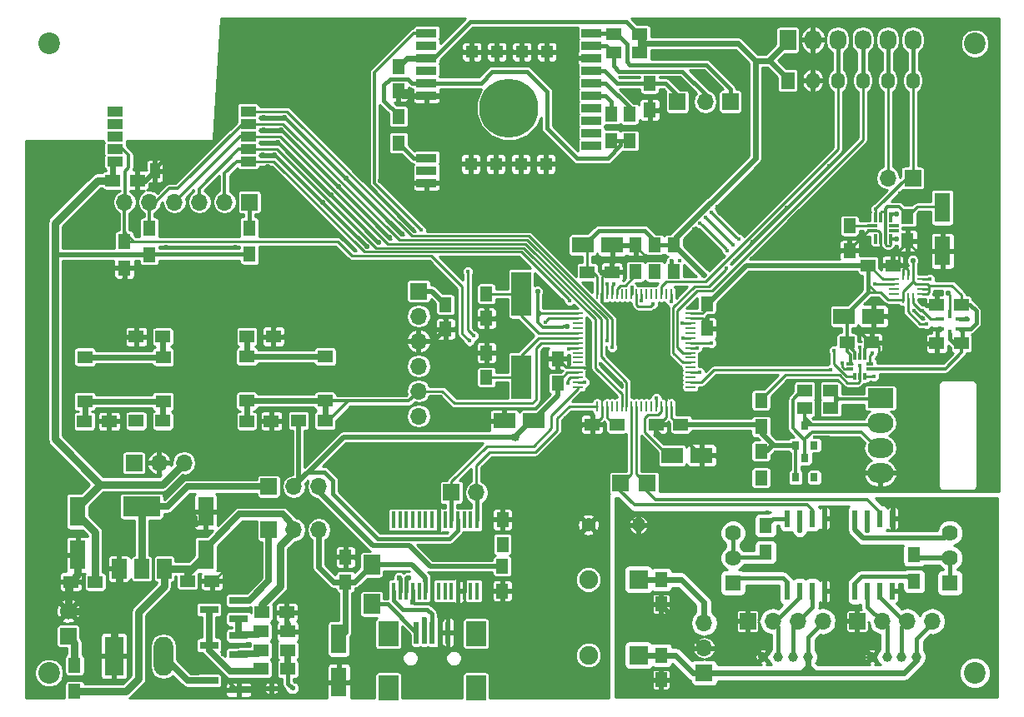
<source format=gbr>
G04 #@! TF.FileFunction,Copper,L1,Top,Signal*
%FSLAX46Y46*%
G04 Gerber Fmt 4.6, Leading zero omitted, Abs format (unit mm)*
G04 Created by KiCad (PCBNEW 4.0.4-stable) date 12/06/17 08:33:33*
%MOMM*%
%LPD*%
G01*
G04 APERTURE LIST*
%ADD10C,0.100000*%
%ADD11R,0.550000X1.750000*%
%ADD12R,1.600000X3.000000*%
%ADD13R,1.250000X1.500000*%
%ADD14R,2.000000X4.500000*%
%ADD15R,1.700000X1.700000*%
%ADD16R,1.600000X1.000000*%
%ADD17R,1.000000X1.600000*%
%ADD18R,1.500000X1.250000*%
%ADD19R,0.600000X0.450000*%
%ADD20C,1.700000*%
%ADD21R,1.700000X2.000000*%
%ADD22R,1.905000X1.905000*%
%ADD23C,1.905000*%
%ADD24R,1.980000X3.960000*%
%ADD25O,1.980000X3.960000*%
%ADD26O,1.700000X1.700000*%
%ADD27R,1.900000X0.800000*%
%ADD28R,1.500000X1.300000*%
%ADD29R,1.300000X1.500000*%
%ADD30C,1.400000*%
%ADD31O,1.400000X1.400000*%
%ADD32R,1.000000X0.250000*%
%ADD33R,0.250000X1.000000*%
%ADD34R,0.450000X1.750000*%
%ADD35R,1.550000X1.300000*%
%ADD36R,1.727200X2.032000*%
%ADD37O,1.727200X2.032000*%
%ADD38R,1.620000X1.620000*%
%ADD39C,1.620000*%
%ADD40R,3.800000X2.000000*%
%ADD41R,1.500000X2.000000*%
%ADD42C,2.200000*%
%ADD43R,2.200000X1.600000*%
%ADD44C,1.000000*%
%ADD45R,0.450000X0.900000*%
%ADD46R,0.900000X0.450000*%
%ADD47R,0.350000X1.000000*%
%ADD48R,1.000000X0.350000*%
%ADD49R,0.350000X0.800000*%
%ADD50R,0.800000X0.350000*%
%ADD51R,2.600000X2.000000*%
%ADD52O,2.600000X2.000000*%
%ADD53R,0.800000X0.900000*%
%ADD54R,1.400000X1.700000*%
%ADD55O,1.400000X1.700000*%
%ADD56R,1.270000X1.270000*%
%ADD57R,2.000000X0.900000*%
%ADD58C,6.000000*%
%ADD59R,0.500000X2.300000*%
%ADD60R,2.000000X2.500000*%
%ADD61C,0.550000*%
%ADD62C,0.450000*%
%ADD63C,0.600000*%
%ADD64C,0.850000*%
%ADD65C,0.250000*%
%ADD66C,0.450000*%
%ADD67C,0.300000*%
%ADD68C,0.350000*%
%ADD69C,0.500000*%
%ADD70C,0.400000*%
%ADD71C,0.800000*%
%ADD72C,0.600000*%
%ADD73C,0.700000*%
%ADD74C,0.254000*%
G04 APERTURE END LIST*
D10*
D11*
X84645000Y11290000D03*
X85915000Y11290000D03*
X87185000Y11290000D03*
X88455000Y11290000D03*
X88455000Y18690000D03*
X87185000Y18690000D03*
X85915000Y18690000D03*
X84645000Y18690000D03*
D12*
X93500000Y50290000D03*
X93500000Y45890000D03*
D13*
X84080000Y48430000D03*
X84080000Y45930000D03*
X89980000Y49410000D03*
X89980000Y46910000D03*
D14*
X50750000Y41540000D03*
X50750000Y33040000D03*
D15*
X60840000Y22270000D03*
D16*
X9530000Y60090000D03*
X9530000Y58820000D03*
X9530000Y57550000D03*
X9530000Y56280000D03*
X9530000Y55010000D03*
X23030000Y55010000D03*
X23030000Y56280000D03*
X23030000Y57550000D03*
X23030000Y58820000D03*
X23030000Y60090000D03*
D17*
X13530000Y54010000D03*
D13*
X48840000Y16070000D03*
X48840000Y18570000D03*
D12*
X32220000Y6440000D03*
X32220000Y2040000D03*
D18*
X57950000Y28240000D03*
X60450000Y28240000D03*
D13*
X47200000Y41540000D03*
X47200000Y39040000D03*
X47200000Y33040000D03*
X47200000Y35540000D03*
X32890000Y12260000D03*
X32890000Y14760000D03*
D18*
X24440000Y9150000D03*
X26940000Y9150000D03*
X64450000Y28250000D03*
X66950000Y28250000D03*
X16850000Y12340000D03*
X19350000Y12340000D03*
D13*
X54450000Y34940000D03*
X54450000Y32440000D03*
X64950000Y4790000D03*
X64950000Y2290000D03*
D18*
X59950000Y43740000D03*
X57450000Y43740000D03*
D12*
X18700000Y14990000D03*
X18700000Y19390000D03*
D13*
X69600000Y38040000D03*
X69600000Y40540000D03*
X64950000Y12490000D03*
X64950000Y9990000D03*
D12*
X5700000Y19390000D03*
X5700000Y14990000D03*
D18*
X7500000Y12240000D03*
X5000000Y12240000D03*
X95440000Y40400000D03*
X92940000Y40400000D03*
X9290000Y53060000D03*
X11790000Y53060000D03*
X95440000Y36500000D03*
X92940000Y36500000D03*
D13*
X38270000Y64650000D03*
X38270000Y62150000D03*
D18*
X6410000Y28560000D03*
X8910000Y28560000D03*
X85960000Y44420000D03*
X88460000Y44420000D03*
X83820000Y36570000D03*
X86320000Y36570000D03*
D13*
X43050000Y37940000D03*
X43050000Y40440000D03*
D19*
X27500000Y1440000D03*
X25400000Y1440000D03*
D20*
X4750000Y9290000D03*
D15*
X4750000Y6730000D03*
D21*
X35560000Y9980000D03*
X35560000Y13980000D03*
D22*
X62650000Y4790000D03*
D23*
X57570000Y4790000D03*
D22*
X62640000Y12490000D03*
D23*
X57560000Y12490000D03*
D24*
X9400000Y4690000D03*
D25*
X14400000Y4690000D03*
D15*
X40325000Y41810000D03*
D26*
X40325000Y39270000D03*
X40325000Y36730000D03*
X40325000Y34190000D03*
X40325000Y31650000D03*
X40325000Y29110000D03*
D15*
X43650000Y21330000D03*
D26*
X46190000Y21330000D03*
D15*
X71980000Y61070000D03*
D26*
X69440000Y61070000D03*
D15*
X90500000Y53300000D03*
D26*
X87960000Y53300000D03*
D15*
X23150000Y50860000D03*
D26*
X20610000Y50860000D03*
X18070000Y50860000D03*
X15530000Y50860000D03*
X12990000Y50860000D03*
X10450000Y50860000D03*
D15*
X11420000Y24340000D03*
D26*
X13960000Y24340000D03*
X16500000Y24340000D03*
D15*
X66590000Y61050000D03*
X63560000Y22270000D03*
X69300000Y2990000D03*
D26*
X69300000Y5530000D03*
X69300000Y8070000D03*
D27*
X22050000Y1265000D03*
X22050000Y3165000D03*
X19050000Y2215000D03*
X22050000Y4865000D03*
X22050000Y6765000D03*
X19050000Y5815000D03*
X22050000Y8465000D03*
X22050000Y10365000D03*
X19050000Y9415000D03*
D28*
X25580000Y37190000D03*
X22880000Y37190000D03*
D29*
X62350000Y43790000D03*
X62350000Y46490000D03*
D28*
X24350000Y3390000D03*
X27050000Y3390000D03*
X24350000Y5290000D03*
X27050000Y5290000D03*
X27050000Y7190000D03*
X24350000Y7190000D03*
D29*
X12980000Y48230000D03*
X12980000Y45530000D03*
X38300000Y59580000D03*
X38300000Y56880000D03*
X23150000Y48240000D03*
X23150000Y45540000D03*
X10450000Y44170000D03*
X10450000Y46870000D03*
X90640000Y12290000D03*
X90640000Y14990000D03*
D28*
X62800000Y66040000D03*
X60100000Y66040000D03*
X62800000Y67890000D03*
X60100000Y67890000D03*
D29*
X75550000Y17970000D03*
X75550000Y15270000D03*
D28*
X11660000Y37160000D03*
X14360000Y37160000D03*
D29*
X63780000Y60220000D03*
X63780000Y62920000D03*
D28*
X14360000Y28610000D03*
X11660000Y28610000D03*
D30*
X57570000Y18040000D03*
D31*
X62650000Y18040000D03*
D32*
X56500000Y39540000D03*
X56500000Y39040000D03*
X56500000Y38540000D03*
X56500000Y38040000D03*
X56500000Y37540000D03*
X56500000Y37040000D03*
X56500000Y36540000D03*
X56500000Y36040000D03*
X56500000Y35540000D03*
X56500000Y35040000D03*
X56500000Y34540000D03*
X56500000Y34040000D03*
X56500000Y33540000D03*
X56500000Y33040000D03*
X56500000Y32540000D03*
X56500000Y32040000D03*
D33*
X58450000Y30090000D03*
X58950000Y30090000D03*
X59450000Y30090000D03*
X59950000Y30090000D03*
X60450000Y30090000D03*
X60950000Y30090000D03*
X61450000Y30090000D03*
X61950000Y30090000D03*
X62450000Y30090000D03*
X62950000Y30090000D03*
X63450000Y30090000D03*
X63950000Y30090000D03*
X64450000Y30090000D03*
X64950000Y30090000D03*
X65450000Y30090000D03*
X65950000Y30090000D03*
D32*
X67900000Y32040000D03*
X67900000Y32540000D03*
X67900000Y33040000D03*
X67900000Y33540000D03*
X67900000Y34040000D03*
X67900000Y34540000D03*
X67900000Y35040000D03*
X67900000Y35540000D03*
X67900000Y36040000D03*
X67900000Y36540000D03*
X67900000Y37040000D03*
X67900000Y37540000D03*
X67900000Y38040000D03*
X67900000Y38540000D03*
X67900000Y39040000D03*
X67900000Y39540000D03*
D33*
X65950000Y41490000D03*
X65450000Y41490000D03*
X64950000Y41490000D03*
X64450000Y41490000D03*
X63950000Y41490000D03*
X63450000Y41490000D03*
X62950000Y41490000D03*
X62450000Y41490000D03*
X61950000Y41490000D03*
X61450000Y41490000D03*
X60950000Y41490000D03*
X60450000Y41490000D03*
X59950000Y41490000D03*
X59450000Y41490000D03*
X58950000Y41490000D03*
X58450000Y41490000D03*
D34*
X46245000Y18530000D03*
X45595000Y18530000D03*
X44945000Y18530000D03*
X44295000Y18530000D03*
X43645000Y18530000D03*
X42995000Y18530000D03*
X42345000Y18530000D03*
X41695000Y18530000D03*
X41045000Y18530000D03*
X40395000Y18530000D03*
X39745000Y18530000D03*
X39095000Y18530000D03*
X38445000Y18530000D03*
X37795000Y18530000D03*
X37795000Y11330000D03*
X38445000Y11330000D03*
X39095000Y11330000D03*
X39745000Y11330000D03*
X40395000Y11330000D03*
X41045000Y11330000D03*
X41695000Y11330000D03*
X42345000Y11330000D03*
X42995000Y11330000D03*
X43645000Y11330000D03*
X44295000Y11330000D03*
X44945000Y11330000D03*
X45595000Y11330000D03*
X46245000Y11330000D03*
D35*
X14390000Y35110000D03*
X14390000Y30610000D03*
X6430000Y30610000D03*
X6430000Y35110000D03*
D11*
X77745000Y11290000D03*
X79015000Y11290000D03*
X80285000Y11290000D03*
X81555000Y11290000D03*
X81555000Y18690000D03*
X80285000Y18690000D03*
X79015000Y18690000D03*
X77745000Y18690000D03*
D36*
X77810000Y67340000D03*
D37*
X80350000Y67340000D03*
X82890000Y67340000D03*
X85430000Y67340000D03*
X87970000Y67340000D03*
X90510000Y67340000D03*
D38*
X94290000Y12160000D03*
D39*
X94290000Y14700000D03*
X94290000Y17240000D03*
D38*
X72250000Y12140000D03*
D39*
X72250000Y14680000D03*
X72250000Y17220000D03*
D15*
X84850000Y8240000D03*
D26*
X87390000Y8240000D03*
X89930000Y8240000D03*
X92470000Y8240000D03*
D15*
X73730000Y8240000D03*
D26*
X76270000Y8240000D03*
X78810000Y8240000D03*
X81350000Y8240000D03*
D40*
X12200000Y19890000D03*
D41*
X12200000Y13590000D03*
X14500000Y13590000D03*
X9900000Y13590000D03*
D42*
X96800000Y66990000D03*
X96800000Y2990000D03*
X2800000Y66990000D03*
X2800000Y2990000D03*
D13*
X48810000Y13830000D03*
X48810000Y11330000D03*
D15*
X25110000Y17540000D03*
D26*
X27650000Y17540000D03*
X30190000Y17540000D03*
D15*
X25100000Y21940000D03*
D26*
X27640000Y21940000D03*
X30180000Y21940000D03*
D29*
X5400000Y1090000D03*
X5400000Y3790000D03*
X64300000Y46490000D03*
X64300000Y43790000D03*
X66200000Y46490000D03*
X66200000Y43790000D03*
D43*
X49020000Y28610000D03*
X52020000Y28610000D03*
X69070000Y25090000D03*
X66070000Y25090000D03*
X60000000Y46490000D03*
X57000000Y46490000D03*
X86510000Y39240000D03*
X83510000Y39240000D03*
D44*
X86375000Y4615000D03*
X87875000Y4615000D03*
X89375000Y4615000D03*
X90875000Y4615000D03*
X75325000Y4615000D03*
X76825000Y4615000D03*
X78325000Y4615000D03*
X79825000Y4615000D03*
D29*
X59920000Y57110000D03*
X59920000Y59810000D03*
X61730000Y57090000D03*
X61730000Y59790000D03*
D18*
X22880000Y28590000D03*
X25380000Y28590000D03*
D28*
X30830000Y28640000D03*
X28130000Y28640000D03*
D45*
X94240000Y39450000D03*
X94240000Y37450000D03*
D46*
X95240000Y38950000D03*
X95240000Y37950000D03*
X93240000Y38950000D03*
X93240000Y37950000D03*
D47*
X87730000Y49265000D03*
X87230000Y49265000D03*
X87730000Y47115000D03*
X87230000Y47115000D03*
X86730000Y49265000D03*
X86730000Y47115000D03*
X88230000Y49265000D03*
X88230000Y47115000D03*
D48*
X86405000Y48440000D03*
X86405000Y47940000D03*
X88555000Y47940000D03*
X88555000Y48440000D03*
D32*
X91435000Y41535000D03*
X91435000Y42035000D03*
X91435000Y42535000D03*
X91435000Y43035000D03*
X88583000Y42535000D03*
X88583000Y41535000D03*
X88583000Y42035000D03*
X88583000Y43035000D03*
D33*
X90510000Y41110000D03*
X90010000Y41110000D03*
X89510000Y41110000D03*
X89510000Y43450000D03*
X90010000Y43450000D03*
X90510000Y43450000D03*
D49*
X85110000Y33160000D03*
X84610000Y33160000D03*
X85610000Y33160000D03*
X85110000Y35200000D03*
X84610000Y35200000D03*
X85610000Y35200000D03*
D50*
X86130000Y33930000D03*
X86130000Y34430000D03*
X84090000Y33930000D03*
X84090000Y34430000D03*
D35*
X30840000Y35140000D03*
X30840000Y30640000D03*
X22880000Y30640000D03*
X22880000Y35140000D03*
D51*
X87200000Y30940000D03*
D52*
X87200000Y28400000D03*
X87200000Y25860000D03*
X87200000Y23320000D03*
D53*
X78600000Y22860000D03*
X80500000Y22860000D03*
X79550000Y24860000D03*
X78600000Y26140000D03*
X80500000Y26140000D03*
X79550000Y28140000D03*
D28*
X79490000Y31670000D03*
X82190000Y31670000D03*
X79490000Y29910000D03*
X82190000Y29910000D03*
D29*
X75090000Y22830000D03*
X75090000Y25530000D03*
X75090000Y30710000D03*
X75090000Y28010000D03*
D54*
X77800000Y63230000D03*
D55*
X80340000Y63230000D03*
X82880000Y63230000D03*
X85420000Y63230000D03*
X87960000Y63230000D03*
X90500000Y63230000D03*
D56*
X45635000Y54725000D03*
X48175000Y54725000D03*
X50715000Y54725000D03*
X53255000Y54725000D03*
X45735000Y66145000D03*
X48275000Y66145000D03*
X50815000Y66145000D03*
X53355000Y66145000D03*
D57*
X57880000Y56620000D03*
X57880000Y62970000D03*
X57880000Y61700000D03*
X57880000Y59160000D03*
X57880000Y60430000D03*
X57880000Y57890000D03*
X57880000Y64240000D03*
X57880000Y68050000D03*
X57880000Y65510000D03*
X57880000Y66780000D03*
X41130000Y54080000D03*
X41130000Y55350000D03*
X41130000Y66780000D03*
X41130000Y68050000D03*
X41130000Y65510000D03*
X41130000Y61700000D03*
X41130000Y62970000D03*
X41130000Y64240000D03*
X41130000Y52810000D03*
D58*
X49510000Y60430000D03*
D59*
X40090000Y7090000D03*
X40890000Y7090000D03*
X41690000Y7090000D03*
X42490000Y7090000D03*
X43290000Y7090000D03*
D60*
X37240000Y6990000D03*
X37240000Y1490000D03*
X46140000Y6990000D03*
X46140000Y1490000D03*
D61*
X34770000Y53140000D03*
D62*
X36890000Y59500000D03*
X52450000Y58060000D03*
X56280000Y56710000D03*
X65540000Y63530000D03*
X61570000Y63510000D03*
X69490000Y63620000D03*
X61430000Y62080000D03*
X73490000Y64860000D03*
X75030000Y66220000D03*
X64430000Y65860000D03*
X75590000Y64180000D03*
X77580000Y65290000D03*
X84130000Y61900000D03*
X84110000Y65420000D03*
X89200000Y61980000D03*
X89220000Y65470000D03*
X86780000Y65490000D03*
X84240000Y69190000D03*
X86620000Y61870000D03*
X86480000Y55860000D03*
X84140000Y57170000D03*
X27890000Y15570000D03*
X23010000Y17960000D03*
X63580000Y42430000D03*
X72271439Y48668561D03*
X67620000Y44060000D03*
D63*
X80520000Y40870000D03*
X74420000Y36860000D03*
X81520000Y35890000D03*
X75430000Y35880000D03*
X79280000Y41820000D03*
X23070000Y44190000D03*
X5140000Y32770000D03*
X10500000Y32770000D03*
X19020000Y32730000D03*
X29110000Y32720000D03*
X38350000Y31580000D03*
X33620000Y29150000D03*
X28970000Y24510000D03*
X32590000Y21400000D03*
X31280000Y24240000D03*
X33120000Y25960000D03*
X46180000Y26160000D03*
X45350000Y23040000D03*
X47890000Y24620000D03*
X54010000Y26120000D03*
X61010000Y23820000D03*
X61010000Y26090000D03*
X63320000Y26070000D03*
X63470000Y23800000D03*
X65350000Y21790000D03*
X71580000Y21700000D03*
X82980000Y21800000D03*
X92300000Y21850000D03*
X98550000Y21730000D03*
X98630000Y28390000D03*
X98550000Y36800000D03*
X98590000Y45750000D03*
X98670000Y53700000D03*
X98670000Y60940000D03*
X98600000Y68890000D03*
X89270000Y69190000D03*
X71450000Y69270000D03*
X63090000Y69350000D03*
X43320000Y64330000D03*
X43420000Y69090000D03*
X37330000Y69000000D03*
X31190000Y69030000D03*
X20950000Y69130000D03*
X20820000Y62760000D03*
D61*
X14970000Y56600000D03*
D63*
X9080000Y23510000D03*
X5240000Y27110000D03*
X5140000Y36420000D03*
X5140000Y44050000D03*
X8470000Y20090000D03*
X15450000Y16460000D03*
X13670000Y1220000D03*
X1060000Y5140000D03*
X1230000Y16460000D03*
X1130000Y25280000D03*
X1230000Y32890000D03*
X1180000Y40300000D03*
X1230000Y48360000D03*
X1180000Y56480000D03*
X7980000Y56630000D03*
D62*
X56710000Y44970000D03*
X61240000Y43080000D03*
X57690000Y42280000D03*
X58760000Y43910000D03*
X53990000Y40860000D03*
X83590000Y31580000D03*
X59940000Y40100000D03*
X80740000Y34340000D03*
X82820000Y37780000D03*
X84980000Y37780000D03*
X86380000Y36580000D03*
X74980000Y34320000D03*
X69480000Y34360000D03*
X71040000Y32700000D03*
X76080000Y33040000D03*
X79570000Y23700000D03*
X77280000Y25170000D03*
X77280000Y27000000D03*
X80550000Y26965002D03*
X80560000Y28860000D03*
X65260000Y45440000D03*
X66820000Y44915024D03*
X61190002Y44374990D03*
X66770000Y41500000D03*
D63*
X26900000Y9100000D03*
X19360000Y3310000D03*
X23080000Y9400000D03*
X20520000Y4980000D03*
X23080000Y5830000D03*
X32220000Y2040000D03*
X27050000Y7190000D03*
X22050000Y1265000D03*
X42890000Y5520000D03*
X50480000Y1220000D03*
X58950000Y1230000D03*
X59020000Y8640000D03*
X40980000Y15780000D03*
X35350000Y11760000D03*
X43060000Y8640000D03*
X28490000Y19030000D03*
X16490000Y20110000D03*
X17760000Y18070000D03*
X19350000Y12340000D03*
X5700000Y14990000D03*
X9900000Y13590000D03*
D62*
X69520000Y58080000D03*
X69340000Y51490000D03*
X69970000Y46400000D03*
X69170872Y47209836D03*
X73329998Y47610000D03*
X71460000Y49500000D03*
X70600259Y50369741D03*
X68270000Y48150002D03*
X66990000Y49500000D03*
X68220000Y58230000D03*
X68220000Y51480000D03*
X66989998Y58220000D03*
X66990002Y51490000D03*
X72390000Y41500000D03*
X74390000Y43490000D03*
X74380000Y45210000D03*
X72390000Y44940000D03*
X74220000Y46830000D03*
X77700000Y50300000D03*
X81980000Y54570000D03*
X60110000Y35110000D03*
X61920000Y33150000D03*
X60930000Y32210000D03*
X60140000Y31140000D03*
X62160000Y31160000D03*
X58780010Y34418000D03*
X76392056Y30862000D03*
X82610000Y32750000D03*
X68270000Y40380000D03*
X69600000Y38040000D03*
X88830000Y33240000D03*
D61*
X21890000Y53660000D03*
X25009998Y54459990D03*
X29770000Y50000000D03*
X30610918Y50810918D03*
X36470000Y53020000D03*
X50329998Y47950000D03*
X41340000Y48070002D03*
X50330000Y45130000D03*
X42740000Y45180000D03*
X41350000Y44760000D03*
X33950000Y44770000D03*
X27050000Y60700000D03*
D62*
X39710000Y48140000D03*
X32290000Y47510000D03*
X33870000Y45930000D03*
X57620000Y34050000D03*
X57600000Y38640000D03*
D61*
X35050000Y46360000D03*
X38620000Y47630000D03*
X36259082Y46759082D03*
X25720000Y55630000D03*
X32996084Y53256084D03*
X32175854Y52422309D03*
X31404082Y51614082D03*
X37321028Y47252801D03*
D62*
X50640000Y38040000D03*
X50650000Y36530000D03*
X84060000Y43440000D03*
X42340000Y32400000D03*
X48820000Y34520000D03*
X48810000Y31650000D03*
X42350000Y30900000D03*
X42340000Y34390000D03*
D61*
X43050000Y37940000D03*
D62*
X83600000Y29870000D03*
X77900000Y32740000D03*
X88810000Y34560000D03*
X87020000Y34550000D03*
X88840000Y36350000D03*
X91510000Y39020000D03*
X90590000Y39830000D03*
X86240000Y53230000D03*
X87350000Y52089999D03*
X76960000Y53280000D03*
X89190000Y51760000D03*
X87330000Y54540000D03*
X89180000Y54490000D03*
X76450000Y54570000D03*
X95940000Y41770000D03*
X95870000Y45860000D03*
X91630000Y49090000D03*
X93610000Y48090000D03*
D61*
X39790000Y52810000D03*
X38270000Y62150000D03*
X63780000Y60220000D03*
D62*
X14429998Y47450000D03*
X21670004Y47480000D03*
X24530000Y47510000D03*
X24470000Y46250000D03*
D61*
X26701084Y59451084D03*
X26020000Y56890000D03*
X26389998Y58170000D03*
X24560000Y58159988D03*
X24550000Y59459998D03*
X36570000Y17650000D03*
X42330000Y19780000D03*
X64450000Y28250000D03*
X57950000Y28240000D03*
D64*
X49020000Y28610000D03*
D61*
X21670000Y46230000D03*
X14640000Y46230000D03*
X5590000Y48380000D03*
X9000000Y48770002D03*
X8210000Y51320000D03*
X7310000Y46710000D03*
X10450000Y44170000D03*
X25380000Y28590000D03*
X25580000Y37190000D03*
X8910000Y28560000D03*
X11660000Y37160000D03*
D63*
X32890000Y14760000D03*
X42980000Y12890000D03*
X39750000Y10210000D03*
D62*
X21730000Y49710000D03*
X19350000Y49720000D03*
X16810000Y49680000D03*
X14250000Y49640000D03*
X93500000Y45890000D03*
X92940000Y36500000D03*
X92940000Y40400000D03*
X84080000Y45930000D03*
X89980000Y46910000D03*
D61*
X88460000Y44420000D03*
X86510000Y39240000D03*
X54450000Y34940000D03*
X62350000Y46490000D03*
X24510000Y55650000D03*
X24530000Y56860011D03*
X24560000Y60780000D03*
X55360000Y65480000D03*
X42790000Y61730000D03*
D63*
X69281594Y43438406D03*
D61*
X52409998Y41760000D03*
D63*
X69600000Y40540000D03*
D61*
X55420000Y38170000D03*
X66950000Y28250000D03*
X60450000Y28240000D03*
D64*
X50130002Y26970000D03*
D61*
X28130000Y28640000D03*
X11660000Y28610000D03*
X90499996Y44900000D03*
X85960000Y44420000D03*
X88865000Y47115000D03*
X54450000Y32440000D03*
X57450000Y43740000D03*
X79010000Y17490000D03*
X85910000Y17490000D03*
D63*
X76780000Y9950000D03*
X81590000Y4620000D03*
X68620000Y19180000D03*
X92380000Y18020000D03*
X92410000Y13490000D03*
X73870000Y13690000D03*
X77380000Y16500000D03*
X80130000Y16500000D03*
D62*
X80840000Y770000D03*
X67820000Y830000D03*
X98850000Y840000D03*
X60600000Y790000D03*
X60550000Y11090000D03*
X60490000Y20420000D03*
X75750000Y19320000D03*
X95370000Y4520000D03*
X98440000Y11050000D03*
X98410000Y20190000D03*
D63*
X64950000Y2290000D03*
X64950000Y9990000D03*
X75340000Y1950000D03*
X86390000Y1930000D03*
D61*
X83170000Y11270000D03*
X83130000Y18640000D03*
X89260000Y11280000D03*
X88450000Y20250000D03*
D62*
X53180000Y38669990D03*
X14390000Y30610000D03*
X71600000Y44120000D03*
X71670002Y45920000D03*
X68860000Y48730000D03*
D63*
X38350001Y12620000D03*
X40890000Y8440000D03*
D62*
X65950000Y40740000D03*
X67090000Y38540000D03*
X86740000Y50139994D03*
X66020000Y44910000D03*
X80509998Y26120000D03*
X91489998Y39810000D03*
X85110000Y34200000D03*
X59480000Y42520000D03*
D61*
X75090000Y30710000D03*
D62*
X64300000Y43840021D03*
X83314980Y34460000D03*
X80550004Y22870000D03*
X91900000Y38460000D03*
X60160000Y42500000D03*
D61*
X95980000Y38940000D03*
X75090000Y22830000D03*
X88810000Y49670000D03*
D62*
X70010000Y36540002D03*
X72800002Y47060000D03*
X70040000Y49820000D03*
X67150010Y37040000D03*
X72280000Y46479998D03*
X69450000Y49310000D03*
X61960000Y42190000D03*
X86600000Y42560000D03*
X64110000Y40490000D03*
X92210000Y43030000D03*
X82130000Y33840000D03*
X86580000Y33160000D03*
D61*
X94110000Y41590000D03*
D62*
X68880000Y33550000D03*
X40612840Y48009174D03*
X45310002Y43800000D03*
X55570000Y35950000D03*
X45930000Y37250000D03*
D63*
X35560000Y13980000D03*
X48840000Y16070000D03*
X39310000Y12660000D03*
X48810000Y13830000D03*
D62*
X68610000Y36039990D03*
X59979998Y36080000D03*
D61*
X23009998Y60110000D03*
D62*
X59420000Y36740000D03*
X57190000Y32540000D03*
X55510000Y32440000D03*
X45507741Y36735966D03*
X55690000Y40825009D03*
X62960000Y40850000D03*
X85080000Y36110000D03*
X82500000Y35750000D03*
X64460000Y30940000D03*
X86390000Y35470000D03*
D65*
X34610000Y53140000D02*
X34770000Y53140000D01*
X27050000Y60700000D02*
X34610000Y53140000D01*
X34770000Y53080000D02*
X34770000Y53140000D01*
X39710000Y48140000D02*
X34770000Y53080000D01*
X55360000Y65480000D02*
X55360000Y57630000D01*
X55360000Y57630000D02*
X56280000Y56710000D01*
X84110000Y61920000D02*
X84130000Y61900000D01*
X84110000Y65420000D02*
X84110000Y61920000D01*
X84240000Y65550000D02*
X84110000Y65420000D01*
X84240000Y69190000D02*
X84240000Y65550000D01*
X89220000Y65470000D02*
X89220000Y62000000D01*
X89220000Y62000000D02*
X89200000Y61980000D01*
X89220000Y65470000D02*
X89240000Y65490000D01*
X89240000Y65490000D02*
X89240000Y69160000D01*
X89240000Y69160000D02*
X89270000Y69190000D01*
X86480000Y55860000D02*
X86480000Y61730000D01*
X86480000Y61730000D02*
X86620000Y61870000D01*
X84120000Y56710000D02*
X84120000Y57150000D01*
X84120000Y57150000D02*
X84140000Y57170000D01*
X81980000Y54570000D02*
X84120000Y56710000D01*
X19350000Y12340000D02*
X19475000Y12340000D01*
X19475000Y12340000D02*
X23010000Y15875000D01*
X23010000Y15875000D02*
X23010000Y17960000D01*
X72271439Y48688561D02*
X72271439Y48668561D01*
X71460000Y49500000D02*
X72271439Y48688561D01*
X72496438Y48443562D02*
X72271439Y48668561D01*
X73104999Y47835001D02*
X72496438Y48443562D01*
X73329998Y47610000D02*
X73104999Y47835001D01*
X79280000Y41820000D02*
X79570000Y41820000D01*
X79570000Y41820000D02*
X80520000Y40870000D01*
X74980000Y34320000D02*
X74980000Y35430000D01*
X74980000Y35430000D02*
X75430000Y35880000D01*
X10450000Y44170000D02*
X23050000Y44170000D01*
X23050000Y44170000D02*
X23070000Y44190000D01*
X10500000Y32770000D02*
X5140000Y32770000D01*
X29110000Y32720000D02*
X19030000Y32720000D01*
X19030000Y32720000D02*
X19020000Y32730000D01*
X41800000Y32940000D02*
X39710000Y32940000D01*
X39710000Y32940000D02*
X38350000Y31580000D01*
X42340000Y32400000D02*
X41800000Y32940000D01*
X28970000Y24510000D02*
X33610000Y29150000D01*
X33610000Y29150000D02*
X33620000Y29150000D01*
X32590000Y22700000D02*
X32590000Y21400000D01*
X31579999Y23710001D02*
X32590000Y22700000D01*
X31280000Y24240000D02*
X31579999Y23940001D01*
X31579999Y23940001D02*
X31579999Y23710001D01*
X46180000Y26160000D02*
X33320000Y26160000D01*
X33320000Y26160000D02*
X33120000Y25960000D01*
X61010000Y26090000D02*
X61010000Y23820000D01*
X63470000Y23800000D02*
X63470000Y25920000D01*
X63470000Y25920000D02*
X63320000Y26070000D01*
X71580000Y21700000D02*
X65440000Y21700000D01*
X65440000Y21700000D02*
X65350000Y21790000D01*
X92300000Y21850000D02*
X83030000Y21850000D01*
X83030000Y21850000D02*
X82980000Y21800000D01*
X98550000Y21730000D02*
X98300000Y21480000D01*
X98300000Y21480000D02*
X92670000Y21480000D01*
X92670000Y21480000D02*
X92300000Y21850000D01*
X98630000Y28390000D02*
X98630000Y21810000D01*
X98630000Y21810000D02*
X98550000Y21730000D01*
X98590000Y45750000D02*
X98590000Y36840000D01*
X98590000Y36840000D02*
X98550000Y36800000D01*
X98670000Y60940000D02*
X98670000Y53700000D01*
X89270000Y69190000D02*
X98300000Y69190000D01*
X98300000Y69190000D02*
X98600000Y68890000D01*
X63090000Y69350000D02*
X71370000Y69350000D01*
X71370000Y69350000D02*
X71450000Y69270000D01*
X31190000Y69030000D02*
X37300000Y69030000D01*
X37300000Y69030000D02*
X37330000Y69000000D01*
X20820000Y62760000D02*
X20820000Y69000000D01*
X20820000Y69000000D02*
X20950000Y69130000D01*
D66*
X14970000Y55750000D02*
X14970000Y56600000D01*
X13530000Y54310000D02*
X14970000Y55750000D01*
X13530000Y54010000D02*
X13530000Y54310000D01*
D65*
X5240000Y27110000D02*
X8840000Y23510000D01*
X8840000Y23510000D02*
X9080000Y23510000D01*
X5140000Y44050000D02*
X5140000Y36420000D01*
X9900000Y13590000D02*
X9900000Y18660000D01*
X9900000Y18660000D02*
X8470000Y20090000D01*
X1230000Y16460000D02*
X1230000Y5310000D01*
X1230000Y5310000D02*
X1060000Y5140000D01*
X1230000Y32890000D02*
X1230000Y25380000D01*
X1230000Y25380000D02*
X1130000Y25280000D01*
X1230000Y48360000D02*
X1230000Y40350000D01*
X1230000Y40350000D02*
X1180000Y40300000D01*
X7980000Y56630000D02*
X1330000Y56630000D01*
X1330000Y56630000D02*
X1180000Y56480000D01*
X61180002Y43139998D02*
X61240000Y43080000D01*
X61240000Y43398198D02*
X61240000Y43080000D01*
X61240000Y43450000D02*
X61240000Y43398198D01*
X61190002Y43129998D02*
X61240000Y43080000D01*
X61190002Y44374990D02*
X61190002Y43129998D01*
X60950000Y43740000D02*
X61240000Y43450000D01*
X61180002Y43290000D02*
X61180002Y43139998D01*
X59950000Y43740000D02*
X60950000Y43740000D01*
X59950000Y43740000D02*
X58930000Y43740000D01*
X58930000Y43740000D02*
X58760000Y43910000D01*
X88830000Y33240000D02*
X88040000Y32450000D01*
X85000000Y31580000D02*
X83908198Y31580000D01*
X83908198Y31580000D02*
X83590000Y31580000D01*
X83590000Y31898198D02*
X83590000Y31580000D01*
X88040000Y32450000D02*
X85870000Y32450000D01*
X82928198Y32750000D02*
X83590000Y32088198D01*
X82610000Y32750000D02*
X82928198Y32750000D01*
X83590000Y32088198D02*
X83590000Y31898198D01*
X85870000Y32450000D02*
X85000000Y31580000D01*
D67*
X58950000Y41490000D02*
X58950000Y40690000D01*
X58950000Y40690000D02*
X59540000Y40100000D01*
X59540000Y40100000D02*
X59940000Y40100000D01*
X61920000Y33150000D02*
X61920000Y38120000D01*
X61920000Y38120000D02*
X59940000Y40100000D01*
X82820000Y37780000D02*
X80740000Y35700000D01*
X80740000Y35700000D02*
X80740000Y34340000D01*
X86380000Y36580000D02*
X86180000Y36580000D01*
X86180000Y36580000D02*
X84980000Y37780000D01*
X86290000Y36580000D02*
X86380000Y36580000D01*
X85610000Y35900000D02*
X86290000Y36580000D01*
X85610000Y35200000D02*
X85610000Y35900000D01*
X86370000Y36570000D02*
X86380000Y36580000D01*
X86320000Y36570000D02*
X86370000Y36570000D01*
X86478561Y36728561D02*
X86320000Y36570000D01*
X74940000Y34360000D02*
X74980000Y34320000D01*
X69480000Y34360000D02*
X74940000Y34360000D01*
D68*
X86510000Y36760000D02*
X86478561Y36728561D01*
D65*
X86703560Y36503562D02*
X86478561Y36728561D01*
X87020000Y36187122D02*
X86703560Y36503562D01*
X87020000Y34550000D02*
X87020000Y36187122D01*
D68*
X86510000Y39240000D02*
X86510000Y36760000D01*
D67*
X76080000Y33040000D02*
X71380000Y33040000D01*
X71380000Y33040000D02*
X71040000Y32700000D01*
X76392056Y30862000D02*
X76392056Y27887944D01*
X76392056Y27887944D02*
X77280000Y27000000D01*
X87200000Y23320000D02*
X85600000Y23320000D01*
X85600000Y23320000D02*
X81954998Y26965002D01*
X81954998Y26965002D02*
X80868198Y26965002D01*
X80868198Y26965002D02*
X80550000Y26965002D01*
X83600000Y29150000D02*
X83310000Y28860000D01*
X83310000Y28860000D02*
X80560000Y28860000D01*
X83600000Y29870000D02*
X83600000Y29150000D01*
D65*
X62350000Y46490000D02*
X62350000Y46390000D01*
X62350000Y46390000D02*
X63300000Y45440000D01*
X63300000Y45440000D02*
X65260000Y45440000D01*
X61190002Y44056792D02*
X61190002Y44374990D01*
X61190002Y43980002D02*
X61190002Y44056792D01*
X60950000Y43740000D02*
X61190002Y43980002D01*
D69*
X27050000Y7190000D02*
X26930000Y7310000D01*
X26930000Y7310000D02*
X26930000Y9140000D01*
X26930000Y9140000D02*
X26940000Y9150000D01*
X26900000Y8675736D02*
X26900000Y9100000D01*
X27035736Y8540000D02*
X26900000Y8675736D01*
X27050000Y8540000D02*
X27035736Y8540000D01*
D68*
X22050000Y1265000D02*
X22055000Y1260000D01*
X22055000Y1260000D02*
X21834264Y1260000D01*
X21834264Y1260000D02*
X19784264Y3310000D01*
X19784264Y3310000D02*
X19360000Y3310000D01*
X20520000Y5404264D02*
X20520000Y4980000D01*
X20945736Y5830000D02*
X20520000Y5404264D01*
X23080000Y5830000D02*
X20945736Y5830000D01*
X42490000Y7090000D02*
X42490000Y5920000D01*
X42490000Y5920000D02*
X42890000Y5520000D01*
X59020000Y8640000D02*
X59020000Y1300000D01*
X59020000Y1300000D02*
X58950000Y1230000D01*
X57570000Y18040000D02*
X59020000Y16590000D01*
X59020000Y16590000D02*
X59020000Y8640000D01*
X48840000Y18570000D02*
X48000000Y18570000D01*
X48000000Y18570000D02*
X45210000Y15780000D01*
X45210000Y15780000D02*
X40980000Y15780000D01*
D70*
X43060000Y8640000D02*
X43290000Y8640000D01*
D68*
X42870000Y8640000D02*
X43060000Y8640000D01*
X20640000Y20180000D02*
X27340000Y20180000D01*
X27340000Y20180000D02*
X28490000Y19030000D01*
X18700000Y19390000D02*
X19850000Y19390000D01*
X19850000Y19390000D02*
X20640000Y20180000D01*
D67*
X17760000Y18070000D02*
X17760000Y18840000D01*
X17760000Y18840000D02*
X16490000Y20110000D01*
X18700000Y19390000D02*
X18700000Y19010000D01*
X18700000Y19010000D02*
X17760000Y18070000D01*
X68220000Y58230000D02*
X69370000Y58230000D01*
X69370000Y58230000D02*
X69520000Y58080000D01*
D65*
X69330000Y51480000D02*
X69340000Y51490000D01*
X68220000Y51480000D02*
X69330000Y51480000D01*
X69170872Y47209836D02*
X69970000Y46410708D01*
X69970000Y46410708D02*
X69970000Y46400000D01*
X69170872Y47249130D02*
X69170872Y47209836D01*
X68270000Y48150002D02*
X69170872Y47249130D01*
X70600259Y50369741D02*
X71460000Y49510000D01*
X71460000Y49510000D02*
X71460000Y49500000D01*
X66990002Y51490000D02*
X66990002Y49500002D01*
X66990002Y49500002D02*
X66990000Y49500000D01*
X66990002Y51490000D02*
X68210000Y51490000D01*
X68210000Y51490000D02*
X68220000Y51480000D01*
X68210000Y58220000D02*
X68220000Y58230000D01*
X66989998Y58220000D02*
X68210000Y58220000D01*
X63780000Y60220000D02*
X64989998Y60220000D01*
X66764999Y58444999D02*
X66989998Y58220000D01*
X64989998Y60220000D02*
X66764999Y58444999D01*
X74390000Y43490000D02*
X72400000Y41500000D01*
X72400000Y41500000D02*
X72390000Y41500000D01*
X74220000Y46830000D02*
X72390000Y45000000D01*
X72390000Y45000000D02*
X72390000Y44940000D01*
X77700000Y50300000D02*
X74230000Y46830000D01*
X74230000Y46830000D02*
X74220000Y46830000D01*
X81980000Y54570000D02*
X77710000Y50300000D01*
X77710000Y50300000D02*
X77700000Y50300000D01*
X60110000Y34960000D02*
X60110000Y35110000D01*
X61920000Y33150000D02*
X60110000Y34960000D01*
X60930000Y32268010D02*
X60930000Y32210000D01*
X58780010Y34418000D02*
X60930000Y32268010D01*
X82600000Y32740000D02*
X82610000Y32750000D01*
X77900000Y32740000D02*
X82600000Y32740000D01*
X22278908Y53660000D02*
X21890000Y53660000D01*
X24210008Y53660000D02*
X22278908Y53660000D01*
X25009998Y54459990D02*
X24210008Y53660000D01*
X29770000Y50000000D02*
X25310010Y54459990D01*
X25310010Y54459990D02*
X25009998Y54459990D01*
X32290000Y47510000D02*
X29800000Y50000000D01*
D67*
X25720000Y55630000D02*
X30539082Y50810918D01*
D65*
X29800000Y50000000D02*
X29770000Y50000000D01*
D67*
X35050000Y46360000D02*
X30610918Y50799082D01*
X30610918Y50799082D02*
X30610918Y50810918D01*
X30539082Y50810918D02*
X30610918Y50810918D01*
D65*
X32290000Y47510000D02*
X33870000Y45930000D01*
X36470000Y52940002D02*
X36470000Y53020000D01*
X41340000Y48070002D02*
X36470000Y52940002D01*
X41340000Y48070002D02*
X41460002Y47950000D01*
X41460002Y47950000D02*
X50329998Y47950000D01*
X42740000Y45180000D02*
X50280000Y45180000D01*
X50280000Y45180000D02*
X50330000Y45130000D01*
X33950000Y44770000D02*
X41340000Y44770000D01*
X41340000Y44770000D02*
X41350000Y44760000D01*
X26970000Y60780000D02*
X27050000Y60700000D01*
X24560000Y60780000D02*
X26970000Y60780000D01*
X57610000Y34040000D02*
X57620000Y34050000D01*
X57600000Y34040000D02*
X57610000Y34040000D01*
X57600000Y38640000D02*
X57600000Y34040000D01*
X56500000Y34040000D02*
X57600000Y34040000D01*
D67*
X38620000Y47632168D02*
X38620000Y47630000D01*
X32996084Y53256084D02*
X38620000Y47632168D01*
X31404082Y51614082D02*
X36259082Y46759082D01*
X25700000Y55650000D02*
X25720000Y55630000D01*
X24510000Y55650000D02*
X25700000Y55650000D01*
X32896084Y53256084D02*
X32996084Y53256084D01*
X26701084Y59451084D02*
X32896084Y53256084D01*
X32137689Y52422309D02*
X32175854Y52422309D01*
X37321028Y47252801D02*
X32175854Y52397975D01*
X32175854Y52397975D02*
X32175854Y52422309D01*
X26389998Y58170000D02*
X32137689Y52422309D01*
X31295918Y51614082D02*
X31404082Y51614082D01*
X26020000Y56890000D02*
X31295918Y51614082D01*
D65*
X50650000Y36530000D02*
X50650000Y38030000D01*
X50650000Y38030000D02*
X50640000Y38040000D01*
X43050000Y37940000D02*
X43050000Y35100000D01*
X43050000Y35100000D02*
X42340000Y34390000D01*
X87020000Y34550000D02*
X88800000Y34550000D01*
X88800000Y34550000D02*
X88810000Y34560000D01*
X90590000Y39830000D02*
X91400000Y39020000D01*
X91400000Y39020000D02*
X91510000Y39020000D01*
D67*
X87350000Y52089999D02*
X86240000Y53199999D01*
X86240000Y53199999D02*
X86240000Y53230000D01*
D65*
X58950000Y41490000D02*
X58950000Y43280000D01*
X58950000Y43280000D02*
X59410000Y43740000D01*
X59410000Y43740000D02*
X59950000Y43740000D01*
X59950000Y43740000D02*
X59950000Y46440000D01*
X59950000Y46440000D02*
X60000000Y46490000D01*
D67*
X95840000Y45890000D02*
X95870000Y45860000D01*
X93500000Y45890000D02*
X95840000Y45890000D01*
D65*
X41130000Y52810000D02*
X39790000Y52810000D01*
D67*
X26692170Y59459998D02*
X26701084Y59451084D01*
X24550000Y59459998D02*
X26692170Y59459998D01*
X24530000Y56860011D02*
X25990011Y56860011D01*
X25990011Y56860011D02*
X26020000Y56890000D01*
X24560000Y58159988D02*
X26379986Y58159988D01*
X26379986Y58159988D02*
X26389998Y58170000D01*
D69*
X40325000Y36730000D02*
X41840000Y36730000D01*
X41840000Y36730000D02*
X43050000Y37940000D01*
D70*
X42345000Y18530000D02*
X42345000Y17449998D01*
X42345000Y17449998D02*
X42200001Y17304999D01*
X42200001Y17304999D02*
X36915001Y17304999D01*
X36915001Y17304999D02*
X36570000Y17650000D01*
X42345000Y18530000D02*
X42345000Y19765000D01*
X42345000Y19765000D02*
X42330000Y19780000D01*
D67*
X64450000Y28250000D02*
X64450000Y27650000D01*
X64450000Y27650000D02*
X65630000Y26470000D01*
X69000000Y25090000D02*
X69070000Y25090000D01*
X65630000Y26470000D02*
X67620000Y26470000D01*
X67620000Y26470000D02*
X69000000Y25090000D01*
D65*
X58950000Y30090000D02*
X58950000Y28960000D01*
X58950000Y28960000D02*
X58230000Y28240000D01*
X58230000Y28240000D02*
X57950000Y28240000D01*
D67*
X39750000Y10210000D02*
X39910000Y10050000D01*
X39910000Y10050000D02*
X41460000Y10050000D01*
X41460000Y10050000D02*
X41695000Y10285000D01*
X41695000Y10285000D02*
X41695000Y11330000D01*
X14640000Y46230000D02*
X21670000Y46230000D01*
D71*
X8420000Y9290000D02*
X9400000Y8310000D01*
X9400000Y8310000D02*
X9400000Y4690000D01*
X4750000Y9290000D02*
X8420000Y9290000D01*
X8420000Y9290000D02*
X9900000Y10770000D01*
X9900000Y10770000D02*
X9900000Y13590000D01*
X5700000Y14990000D02*
X5700000Y12940000D01*
X5700000Y12940000D02*
X5000000Y12240000D01*
X4750000Y9290000D02*
X4750000Y11990000D01*
X4750000Y11990000D02*
X5000000Y12240000D01*
D70*
X25400000Y1440000D02*
X22225000Y1440000D01*
X22225000Y1440000D02*
X22050000Y1265000D01*
X42490000Y7090000D02*
X42490000Y8260000D01*
X42490000Y8260000D02*
X42870000Y8640000D01*
X43970000Y12890000D02*
X43404264Y12890000D01*
X44400000Y12460000D02*
X43970000Y12890000D01*
X43404264Y12890000D02*
X42980000Y12890000D01*
X42555736Y12890000D02*
X42980000Y12890000D01*
X41980000Y12890000D02*
X42555736Y12890000D01*
X41695000Y11330000D02*
X41695000Y12605000D01*
X41695000Y12605000D02*
X41980000Y12890000D01*
X44610000Y12460000D02*
X44400000Y12460000D01*
X39745000Y11330000D02*
X39745000Y10215000D01*
X39745000Y10215000D02*
X39750000Y10210000D01*
X44810000Y12460000D02*
X44610000Y12460000D01*
X44945000Y11330000D02*
X44945000Y12325000D01*
X44945000Y12325000D02*
X44810000Y12460000D01*
X44400000Y12460000D02*
X44295000Y12355000D01*
X44295000Y12355000D02*
X44295000Y11330000D01*
X43290000Y7090000D02*
X43290000Y8640000D01*
X43290000Y8640000D02*
X44295000Y9645000D01*
X44295000Y9645000D02*
X44295000Y10055000D01*
X44295000Y10055000D02*
X44295000Y11330000D01*
D65*
X64450000Y28250000D02*
X64750000Y28250000D01*
X64750000Y28250000D02*
X65450000Y28950000D01*
X65450000Y28950000D02*
X65450000Y29140000D01*
X65450000Y29140000D02*
X65450000Y30090000D01*
D70*
X92940000Y36500000D02*
X93000000Y36560000D01*
X93000000Y36560000D02*
X93000000Y37710000D01*
X93000000Y37710000D02*
X93240000Y37950000D01*
D65*
X89105000Y45910000D02*
X89080000Y45885000D01*
X89080000Y45885000D02*
X89080000Y44800000D01*
X89080000Y44800000D02*
X89630000Y44250000D01*
X93500000Y45890000D02*
X90875000Y45890000D01*
X90875000Y45890000D02*
X89980000Y46785000D01*
X89980000Y46785000D02*
X89980000Y46910000D01*
X88460000Y44420000D02*
X89460000Y44420000D01*
X89460000Y44420000D02*
X89630000Y44250000D01*
X89630000Y44250000D02*
X89630000Y44130000D01*
X88460000Y44420000D02*
X88540000Y44420000D01*
X90010000Y43450000D02*
X90010000Y44000000D01*
X90010000Y44000000D02*
X89880000Y44130000D01*
X89880000Y44130000D02*
X89630000Y44130000D01*
X89510000Y44010000D02*
X89510000Y43450000D01*
X89630000Y44130000D02*
X89510000Y44010000D01*
X87230000Y47115000D02*
X87230000Y46365000D01*
X87230000Y46365000D02*
X87685000Y45910000D01*
X87685000Y45910000D02*
X89105000Y45910000D01*
X89105000Y45910000D02*
X89980000Y46785000D01*
X86405000Y47940000D02*
X85965000Y47940000D01*
X85965000Y47940000D02*
X84080000Y46055000D01*
X84080000Y46055000D02*
X84080000Y45930000D01*
X86405000Y47940000D02*
X86980000Y47940000D01*
X86980000Y47940000D02*
X87230000Y47690000D01*
X87230000Y47690000D02*
X87230000Y47115000D01*
X42790000Y61730000D02*
X42790000Y61720000D01*
X42790000Y61720000D02*
X45635000Y58875000D01*
X45635000Y58875000D02*
X45635000Y54725000D01*
X41130000Y52810000D02*
X44605000Y52810000D01*
X44605000Y52810000D02*
X45635000Y53840000D01*
X45635000Y53840000D02*
X45635000Y54725000D01*
X56500000Y34040000D02*
X55350000Y34040000D01*
X55350000Y34040000D02*
X54450000Y34940000D01*
X67900000Y39040000D02*
X69140000Y39040000D01*
X69140000Y39040000D02*
X69600000Y38580000D01*
X69600000Y38580000D02*
X69600000Y38040000D01*
X60000000Y46490000D02*
X62350000Y46490000D01*
D66*
X80350000Y67340000D02*
X80350000Y63240000D01*
X80350000Y63240000D02*
X80340000Y63230000D01*
D72*
X11790000Y53060000D02*
X12580000Y53060000D01*
X12580000Y53060000D02*
X13530000Y54010000D01*
D66*
X55085001Y65754999D02*
X55360000Y65480000D01*
X54695000Y66145000D02*
X55085001Y65754999D01*
X53355000Y66145000D02*
X54695000Y66145000D01*
X55390000Y65510000D02*
X55360000Y65480000D01*
X57880000Y65510000D02*
X55390000Y65510000D01*
X45635000Y54725000D02*
X53255000Y54725000D01*
D72*
X41130000Y61700000D02*
X42760000Y61700000D01*
X42760000Y61700000D02*
X42790000Y61730000D01*
X38290000Y62130000D02*
X38720000Y61700000D01*
X38720000Y61700000D02*
X41130000Y61700000D01*
D66*
X48275000Y66145000D02*
X50815000Y66145000D01*
X45735000Y66145000D02*
X48275000Y66145000D01*
X50815000Y66145000D02*
X53355000Y66145000D01*
D65*
X86750000Y41700000D02*
X87210000Y41700000D01*
X87210000Y41700000D02*
X87990000Y40920000D01*
X89510000Y40850000D02*
X89510000Y41110000D01*
X87990000Y40920000D02*
X89440000Y40920000D01*
X89440000Y40920000D02*
X89510000Y40850000D01*
D68*
X52410000Y38630000D02*
X52410000Y39240000D01*
X52920011Y38119989D02*
X52410000Y38630000D01*
X55420000Y38170000D02*
X55031092Y38170000D01*
X55031092Y38170000D02*
X54981081Y38119989D01*
X54981081Y38119989D02*
X52920011Y38119989D01*
X52410000Y41371090D02*
X52410000Y39790000D01*
X52410000Y39790000D02*
X52410000Y39240000D01*
D65*
X52710000Y39540000D02*
X52660000Y39540000D01*
X52660000Y39540000D02*
X52410000Y39790000D01*
X52710000Y39540000D02*
X52410000Y39240000D01*
X56500000Y39540000D02*
X52710000Y39540000D01*
D68*
X52409998Y41760000D02*
X52409998Y41371092D01*
X52409998Y41371092D02*
X52410000Y41371090D01*
D72*
X66200000Y46490000D02*
X66220000Y46490000D01*
X69271594Y43438406D02*
X69281594Y43438406D01*
X66220000Y46490000D02*
X69271594Y43438406D01*
X66200000Y46490000D02*
X66200000Y47050998D01*
X66200000Y47050998D02*
X69894001Y50744999D01*
X69894001Y50744999D02*
X69954001Y50744999D01*
X69954001Y50744999D02*
X74510000Y55300998D01*
X74510000Y55300998D02*
X74510000Y65220000D01*
D69*
X85960000Y44420000D02*
X73590000Y44420000D01*
X73590000Y44420000D02*
X69710000Y40540000D01*
X69710000Y40540000D02*
X69600000Y40540000D01*
D67*
X84090000Y34430000D02*
X84151638Y34491638D01*
X84151638Y34491638D02*
X84151638Y35313362D01*
X84151638Y35313362D02*
X83820000Y35645000D01*
X83820000Y35645000D02*
X83820000Y36570000D01*
X93260000Y33930000D02*
X86130000Y33930000D01*
X95440000Y36500000D02*
X95440000Y35575000D01*
X95440000Y35575000D02*
X93795000Y33930000D01*
X93795000Y33930000D02*
X93260000Y33930000D01*
D70*
X85960000Y42490000D02*
X85960000Y44420000D01*
X85960000Y41700000D02*
X85960000Y42490000D01*
D65*
X85960000Y42490000D02*
X86750000Y41700000D01*
X85960000Y41700000D02*
X86750000Y41700000D01*
D67*
X87950000Y50390000D02*
X89125000Y50390000D01*
X87730000Y49935002D02*
X87730000Y50170000D01*
X89980000Y49535000D02*
X89980000Y49410000D01*
X89125000Y50390000D02*
X89980000Y49535000D01*
X87730000Y50170000D02*
X87950000Y50390000D01*
D65*
X93500000Y50290000D02*
X93410000Y50380000D01*
X93410000Y50380000D02*
X90950000Y50380000D01*
X90950000Y50380000D02*
X89980000Y49410000D01*
D70*
X95440000Y40400000D02*
X96320000Y40400000D01*
X96320000Y40400000D02*
X96940000Y39780000D01*
X96940000Y39780000D02*
X96940000Y38550000D01*
X96940000Y38550000D02*
X96340000Y37950000D01*
X96340000Y37950000D02*
X95240000Y37950000D01*
D69*
X40325000Y41810000D02*
X41680000Y41810000D01*
X41680000Y41810000D02*
X43050000Y40440000D01*
X75090000Y28010000D02*
X74840000Y28260000D01*
X74840000Y28260000D02*
X66960000Y28260000D01*
X66960000Y28260000D02*
X66950000Y28250000D01*
X76330000Y26140000D02*
X76250000Y26140000D01*
X76250000Y26140000D02*
X75640000Y25530000D01*
X75640000Y25530000D02*
X75090000Y25530000D01*
X76330000Y26140000D02*
X76330000Y26170000D01*
X76330000Y26170000D02*
X75090000Y27410000D01*
X75090000Y27410000D02*
X75090000Y28010000D01*
X78600000Y26140000D02*
X76330000Y26140000D01*
D70*
X29280000Y23580000D02*
X29440000Y23420000D01*
X29790000Y23420000D02*
X29440000Y23420000D01*
D69*
X28920000Y23220000D02*
X29280000Y23580000D01*
D70*
X30780000Y23420000D02*
X29790000Y23420000D01*
D69*
X27640000Y21940000D02*
X28920000Y23220000D01*
D70*
X29790000Y23420000D02*
X29120000Y23420000D01*
X44295000Y18530000D02*
X44295000Y17449998D01*
X44295000Y17449998D02*
X43485002Y16640000D01*
X43485002Y16640000D02*
X36180000Y16640000D01*
X36180000Y16640000D02*
X31640000Y21180000D01*
X31640000Y21180000D02*
X31640000Y22560000D01*
X31640000Y22560000D02*
X30780000Y23420000D01*
D69*
X29280000Y23580000D02*
X32670000Y26970000D01*
X28130000Y24820000D02*
X28130000Y24130000D01*
X28130000Y24130000D02*
X28130000Y22430000D01*
X28130000Y28640000D02*
X28130000Y24820000D01*
X50130002Y27020002D02*
X50130002Y26970000D01*
X51720000Y28610000D02*
X50130002Y27020002D01*
X52020000Y28610000D02*
X51720000Y28610000D01*
X32670000Y26970000D02*
X49528962Y26970000D01*
X49528962Y26970000D02*
X50130002Y26970000D01*
X52020000Y28610000D02*
X52020000Y28720000D01*
X52020000Y28720000D02*
X54450000Y31150000D01*
X54450000Y31150000D02*
X54450000Y32440000D01*
D65*
X59450000Y30090000D02*
X59450000Y28960000D01*
X59450000Y28960000D02*
X60170000Y28240000D01*
X60170000Y28240000D02*
X60450000Y28240000D01*
D69*
X28130000Y22430000D02*
X27640000Y21940000D01*
D71*
X3410000Y43090000D02*
X3410000Y45530000D01*
X3410000Y45530000D02*
X3410000Y48730000D01*
D69*
X12980000Y45530000D02*
X11830000Y45530000D01*
X11830000Y45530000D02*
X3410000Y45530000D01*
D71*
X3410000Y26760000D02*
X3410000Y43090000D01*
D69*
X3560000Y43240000D02*
X3410000Y43090000D01*
D71*
X8010000Y22160000D02*
X3410000Y26760000D01*
X3410000Y48730000D02*
X7740000Y53060000D01*
X7740000Y53060000D02*
X9290000Y53060000D01*
X5700000Y19390000D02*
X5700000Y19850000D01*
X5700000Y19850000D02*
X8010000Y22160000D01*
X8010000Y22160000D02*
X14320000Y22160000D01*
X14320000Y22160000D02*
X15650001Y23490001D01*
X15650001Y23490001D02*
X16500000Y24340000D01*
X7500000Y12240000D02*
X7500000Y17270000D01*
X7500000Y17270000D02*
X5700000Y19070000D01*
X5700000Y19070000D02*
X5700000Y19390000D01*
D65*
X65950000Y30090000D02*
X65950000Y28960000D01*
X65950000Y28960000D02*
X66660000Y28250000D01*
X66660000Y28250000D02*
X66950000Y28250000D01*
D68*
X78600000Y26140000D02*
X78600000Y22860000D01*
D65*
X92130000Y42000000D02*
X92130000Y42330000D01*
X92130000Y42330000D02*
X92190000Y42390000D01*
X92190000Y42390000D02*
X94470000Y42390000D01*
X94470000Y42390000D02*
X95440000Y41420000D01*
X95440000Y41420000D02*
X95440000Y40400000D01*
D70*
X95240000Y37950000D02*
X95490000Y37700000D01*
X95490000Y37700000D02*
X95490000Y36550000D01*
X95490000Y36550000D02*
X95440000Y36500000D01*
X95440000Y36500000D02*
X94660000Y36500000D01*
X94660000Y36500000D02*
X94240000Y36920000D01*
X94240000Y36920000D02*
X94240000Y37450000D01*
X83510000Y39240000D02*
X83510000Y39250000D01*
X83510000Y39250000D02*
X85960000Y41700000D01*
D68*
X83820000Y36570000D02*
X83820000Y38930000D01*
X83820000Y38930000D02*
X83510000Y39240000D01*
D67*
X84610000Y35200000D02*
X84610000Y35620000D01*
X84610000Y35620000D02*
X83820000Y36410000D01*
X83820000Y36410000D02*
X83820000Y36570000D01*
D65*
X84340000Y34430000D02*
X84090000Y34430000D01*
X89510000Y41110000D02*
X89510000Y41750000D01*
X89510000Y41750000D02*
X90510000Y42750000D01*
X90510000Y42750000D02*
X90510000Y43450000D01*
X92130000Y42400000D02*
X92130000Y42000000D01*
X92130000Y42000000D02*
X92130000Y41690000D01*
X91435000Y42035000D02*
X92095000Y42035000D01*
X92095000Y42035000D02*
X92130000Y42000000D01*
X91995000Y42535000D02*
X92130000Y42400000D01*
X91435000Y42535000D02*
X91995000Y42535000D01*
X91975000Y41535000D02*
X92130000Y41690000D01*
X91435000Y41535000D02*
X91975000Y41535000D01*
X90510000Y43450000D02*
X90510000Y42770000D01*
X90510000Y42770000D02*
X90745000Y42535000D01*
X90745000Y42535000D02*
X91435000Y42535000D01*
X90510000Y44889996D02*
X90499996Y44900000D01*
X90510000Y43450000D02*
X90510000Y44889996D01*
X90510000Y43450000D02*
X90510000Y43780000D01*
D68*
X88230000Y47115000D02*
X88865000Y47115000D01*
D65*
X85960000Y44420000D02*
X86085000Y44420000D01*
X86085000Y44420000D02*
X87470000Y43035000D01*
X87470000Y43035000D02*
X87833000Y43035000D01*
X87833000Y43035000D02*
X88583000Y43035000D01*
D67*
X87730000Y49265000D02*
X87730000Y47115000D01*
D65*
X87730000Y49935002D02*
X87730000Y49810000D01*
X87230000Y49265000D02*
X87230000Y49800000D01*
X87230000Y49800000D02*
X87340000Y49910000D01*
X87340000Y49910000D02*
X87630000Y49910000D01*
X87630000Y49910000D02*
X87730000Y49810000D01*
X87730000Y49810000D02*
X87730000Y49265000D01*
X88230000Y47115000D02*
X88230000Y46540000D01*
X87830000Y46450000D02*
X87730000Y46550000D01*
X88230000Y46540000D02*
X88140000Y46450000D01*
X88140000Y46450000D02*
X87830000Y46450000D01*
X87730000Y46550000D02*
X87730000Y47115000D01*
X56500000Y33540000D02*
X55425000Y33540000D01*
X55425000Y33540000D02*
X54450000Y32565000D01*
X54450000Y32565000D02*
X54450000Y32440000D01*
X67900000Y39540000D02*
X69120000Y39540000D01*
X69120000Y39540000D02*
X69600000Y40020000D01*
X69600000Y40020000D02*
X69600000Y40540000D01*
X57450000Y43740000D02*
X58010000Y43740000D01*
X58010000Y43740000D02*
X58450000Y43300000D01*
X58450000Y43300000D02*
X58450000Y42240000D01*
X58450000Y42240000D02*
X58450000Y41490000D01*
D66*
X57000000Y46490000D02*
X57130000Y46490000D01*
X63260000Y47980000D02*
X64300000Y46940000D01*
X57130000Y46490000D02*
X58620000Y47980000D01*
X58620000Y47980000D02*
X63260000Y47980000D01*
X64300000Y46940000D02*
X64300000Y46490000D01*
X64300000Y46490000D02*
X66200000Y46490000D01*
D65*
X57450000Y43740000D02*
X57450000Y46040000D01*
X57450000Y46040000D02*
X57000000Y46490000D01*
D66*
X62800000Y67890000D02*
X62800000Y66040000D01*
X41130000Y65510000D02*
X41870000Y65510000D01*
X41870000Y65510000D02*
X45540000Y69180000D01*
X45540000Y69180000D02*
X61410000Y69180000D01*
X61410000Y69180000D02*
X62700000Y67890000D01*
X62700000Y67890000D02*
X62800000Y67890000D01*
X23150000Y45540000D02*
X12990000Y45540000D01*
X12990000Y45540000D02*
X12980000Y45530000D01*
D72*
X9290000Y53060000D02*
X9290000Y54770000D01*
X9290000Y54770000D02*
X9530000Y55010000D01*
X38290000Y64630000D02*
X39170000Y65510000D01*
X39170000Y65510000D02*
X41130000Y65510000D01*
X75842400Y65220000D02*
X75960000Y65220000D01*
X75960000Y65220000D02*
X77800000Y63380000D01*
X77800000Y63380000D02*
X77800000Y63230000D01*
X74510000Y65220000D02*
X75842400Y65220000D01*
X75842400Y65220000D02*
X77810000Y67187600D01*
X77810000Y67187600D02*
X77810000Y67340000D01*
X63320000Y66960000D02*
X72770000Y66960000D01*
X72770000Y66960000D02*
X74510000Y65220000D01*
X62800000Y66040000D02*
X62800000Y66440000D01*
X62800000Y66440000D02*
X63320000Y66960000D01*
X62800000Y67480000D02*
X63320000Y66960000D01*
X62800000Y67890000D02*
X62800000Y67480000D01*
X77260000Y67890000D02*
X77810000Y67340000D01*
D65*
X56500000Y37540000D02*
X52510000Y37540000D01*
X50750000Y39300000D02*
X50750000Y41540000D01*
X52510000Y37540000D02*
X50750000Y39300000D01*
X47200000Y41540000D02*
X48075000Y41540000D01*
X48075000Y41540000D02*
X50750000Y41540000D01*
X56500000Y37040000D02*
X52510000Y37040000D01*
X52510000Y37040000D02*
X50750000Y35280000D01*
X50750000Y35280000D02*
X50750000Y33040000D01*
X47200000Y33040000D02*
X50750000Y33040000D01*
X64950000Y30090000D02*
X64950000Y29560000D01*
X64950000Y29560000D02*
X64620000Y29230000D01*
X63310000Y28930000D02*
X63310000Y27440000D01*
X64620000Y29230000D02*
X63610000Y29230000D01*
X63610000Y29230000D02*
X63310000Y28930000D01*
X63310000Y27440000D02*
X65660000Y25090000D01*
X65660000Y25090000D02*
X66070000Y25090000D01*
D70*
X92470000Y8240000D02*
X92470000Y8100000D01*
X92470000Y8100000D02*
X90870000Y6500000D01*
X90870000Y6500000D02*
X90870000Y4620000D01*
X90870000Y4620000D02*
X90875000Y4615000D01*
X79825000Y4615000D02*
X79870000Y4660000D01*
X79870000Y6670000D02*
X81350000Y8150000D01*
X79870000Y4660000D02*
X79870000Y6670000D01*
X81350000Y8150000D02*
X81350000Y8240000D01*
D72*
X78570000Y2990000D02*
X79170000Y2990000D01*
X79170000Y2990000D02*
X79825000Y3645000D01*
X79825000Y3645000D02*
X79825000Y4615000D01*
X79825000Y4615000D02*
X79830000Y4620000D01*
X79830000Y4620000D02*
X79830000Y3660000D01*
X79830000Y3660000D02*
X80500000Y2990000D01*
X80500000Y2990000D02*
X81100000Y2990000D01*
X78570000Y2990000D02*
X81100000Y2990000D01*
X81100000Y2990000D02*
X89590000Y2990000D01*
X89590000Y2990000D02*
X90875000Y4275000D01*
X90875000Y4275000D02*
X90875000Y4615000D01*
X69300000Y2990000D02*
X78570000Y2990000D01*
X64950000Y4790000D02*
X66400000Y4790000D01*
X66400000Y4790000D02*
X68200000Y2990000D01*
X68200000Y2990000D02*
X69300000Y2990000D01*
X62650000Y4790000D02*
X64950000Y4790000D01*
D69*
X79010000Y17878908D02*
X79010000Y17490000D01*
X79010000Y18685000D02*
X79010000Y17878908D01*
X79015000Y18690000D02*
X79010000Y18685000D01*
X85915000Y18690000D02*
X85915000Y17495000D01*
X85915000Y17495000D02*
X85910000Y17490000D01*
D65*
X86375000Y4615000D02*
X81595000Y4615000D01*
X81595000Y4615000D02*
X81590000Y4620000D01*
X75750000Y19320000D02*
X68760000Y19320000D01*
X68760000Y19320000D02*
X68620000Y19180000D01*
X80130000Y16500000D02*
X77380000Y16500000D01*
X86390000Y1930000D02*
X86400000Y1930000D01*
X86400000Y1930000D02*
X87490000Y840000D01*
X87490000Y840000D02*
X98531802Y840000D01*
X98531802Y840000D02*
X98850000Y840000D01*
X80840000Y770000D02*
X85230000Y770000D01*
X85230000Y770000D02*
X86390000Y1930000D01*
X75340000Y1950000D02*
X75420000Y1950000D01*
X75420000Y1950000D02*
X76600000Y770000D01*
X76600000Y770000D02*
X80840000Y770000D01*
X67820000Y830000D02*
X74220000Y830000D01*
X74220000Y830000D02*
X75340000Y1950000D01*
X67860000Y790000D02*
X67820000Y830000D01*
X60550000Y11090000D02*
X60550000Y840000D01*
X60550000Y840000D02*
X60600000Y790000D01*
X60490000Y20420000D02*
X60490000Y11150000D01*
X60490000Y11150000D02*
X60550000Y11090000D01*
X62650000Y18040000D02*
X60490000Y20200000D01*
X60490000Y20200000D02*
X60490000Y20420000D01*
X98440000Y11050000D02*
X98440000Y7590000D01*
X98440000Y7590000D02*
X95370000Y4520000D01*
X98410000Y20190000D02*
X98410000Y11080000D01*
X98410000Y11080000D02*
X98440000Y11050000D01*
X88450000Y20250000D02*
X98350000Y20250000D01*
X98350000Y20250000D02*
X98410000Y20190000D01*
D72*
X64950000Y9990000D02*
X64950000Y9865000D01*
X64950000Y9865000D02*
X69285000Y5530000D01*
X69285000Y5530000D02*
X69300000Y5530000D01*
D69*
X83130000Y18640000D02*
X83130000Y11310000D01*
X83130000Y11310000D02*
X83170000Y11270000D01*
D68*
X83150000Y11290000D02*
X83170000Y11270000D01*
X81555000Y11290000D02*
X83150000Y11290000D01*
X83080000Y18690000D02*
X83130000Y18640000D01*
X81555000Y18690000D02*
X83080000Y18690000D01*
X89250000Y11290000D02*
X89260000Y11280000D01*
X88455000Y11290000D02*
X89250000Y11290000D01*
X88455000Y18690000D02*
X88455000Y20245000D01*
X88455000Y20245000D02*
X88450000Y20250000D01*
D70*
X84850000Y8240000D02*
X84850000Y6140000D01*
X84850000Y6140000D02*
X86375000Y4615000D01*
X75325000Y4615000D02*
X73730000Y6210000D01*
X73730000Y6210000D02*
X73730000Y8240000D01*
D72*
X64950000Y12490000D02*
X66960000Y12490000D01*
X66960000Y12490000D02*
X69300000Y10150000D01*
X69300000Y10150000D02*
X69300000Y9272081D01*
X69300000Y9272081D02*
X69300000Y8070000D01*
X62640000Y12490000D02*
X64950000Y12490000D01*
D65*
X53550010Y39040000D02*
X53404999Y38894989D01*
X56500000Y39040000D02*
X53550010Y39040000D01*
X53404999Y38894989D02*
X53180000Y38669990D01*
D72*
X6430000Y30610000D02*
X7805000Y30610000D01*
X7805000Y30610000D02*
X14390000Y30610000D01*
X14360000Y28610000D02*
X14360000Y30580000D01*
X14360000Y30580000D02*
X14390000Y30610000D01*
X6430000Y30610000D02*
X6430000Y28580000D01*
X6430000Y28580000D02*
X6410000Y28560000D01*
D73*
X27050000Y3390000D02*
X27050000Y5290000D01*
D70*
X27050000Y3390000D02*
X27050000Y1890000D01*
X27050000Y1890000D02*
X27500000Y1440000D01*
X66590000Y61050000D02*
X66590000Y61750000D01*
X66590000Y61750000D02*
X65420000Y62920000D01*
X65420000Y62920000D02*
X63780000Y62920000D01*
D65*
X66189987Y35500013D02*
X66189987Y40129987D01*
X67150000Y34540000D02*
X66189987Y35500013D01*
X67900000Y34540000D02*
X67150000Y34540000D01*
X66189987Y40129987D02*
X68340000Y42280000D01*
X68340000Y42280000D02*
X69760000Y42280000D01*
X69760000Y42280000D02*
X71375001Y43895001D01*
X71375001Y43895001D02*
X71600000Y44120000D01*
X71445003Y46144999D02*
X71670002Y45920000D01*
X68860000Y48730000D02*
X69085001Y48505001D01*
X69085001Y48505001D02*
X71445003Y46144999D01*
D70*
X57880000Y64240000D02*
X59190000Y64240000D01*
X60510000Y62920000D02*
X59190000Y64240000D01*
X63780000Y62920000D02*
X60510000Y62920000D01*
X37200000Y9980000D02*
X40090000Y7090000D01*
X35560000Y9980000D02*
X37200000Y9980000D01*
D71*
X27650000Y17540000D02*
X27650000Y17290000D01*
X27650000Y17290000D02*
X26290000Y15930000D01*
X26290000Y15930000D02*
X26290000Y11820000D01*
X26290000Y11820000D02*
X24440000Y9970000D01*
X24440000Y9970000D02*
X24440000Y9150000D01*
X5400000Y1090000D02*
X10590000Y1090000D01*
X10590000Y1090000D02*
X11900000Y2400000D01*
X11900000Y2400000D02*
X11900000Y9190000D01*
X14500000Y11790000D02*
X14500000Y13590000D01*
X11900000Y9190000D02*
X14500000Y11790000D01*
X17300000Y13590000D02*
X18700000Y14990000D01*
X16850000Y12340000D02*
X16850000Y13140000D01*
X16850000Y13140000D02*
X17300000Y13590000D01*
X14500000Y13590000D02*
X17300000Y13590000D01*
D73*
X18700000Y14990000D02*
X18700000Y15690000D01*
X18700000Y15690000D02*
X22140000Y19130000D01*
X22140000Y19130000D02*
X26530000Y19130000D01*
X26530000Y19130000D02*
X27660000Y18000000D01*
X27660000Y18000000D02*
X27660000Y17550000D01*
X27660000Y17550000D02*
X27650000Y17540000D01*
D70*
X38350001Y12620000D02*
X38445000Y12525001D01*
X38445000Y12525001D02*
X38445000Y11330000D01*
X40890000Y8015736D02*
X40890000Y8440000D01*
X40890000Y7090000D02*
X40890000Y8015736D01*
X37795000Y11330000D02*
X37795000Y10385000D01*
X38719999Y9460001D02*
X41209999Y9460001D01*
X41209999Y9460001D02*
X41690000Y8980000D01*
X37795000Y10385000D02*
X38719999Y9460001D01*
X41690000Y8980000D02*
X41690000Y7090000D01*
D65*
X65950000Y41490000D02*
X65950000Y40740000D01*
X67900000Y38540000D02*
X67090000Y38540000D01*
X55740000Y36540000D02*
X56500000Y36540000D01*
X55740000Y36540000D02*
X52800000Y36540000D01*
X52800000Y36540000D02*
X52240000Y35980000D01*
X52240000Y35980000D02*
X52240000Y30760000D01*
X52240000Y30760000D02*
X51870000Y30390000D01*
X51870000Y30390000D02*
X43990000Y30390000D01*
X43990000Y30390000D02*
X42730000Y31650000D01*
X42730000Y31650000D02*
X40325000Y31650000D01*
D68*
X30830000Y28640000D02*
X31190000Y28640000D01*
X31190000Y28640000D02*
X33190000Y30640000D01*
X33190000Y30640000D02*
X33710000Y30640000D01*
X30840000Y30640000D02*
X31965000Y30640000D01*
X31965000Y30640000D02*
X33710000Y30640000D01*
X33710000Y30640000D02*
X39315000Y30640000D01*
X39315000Y30640000D02*
X40325000Y31650000D01*
D72*
X30830000Y28640000D02*
X30830000Y30630000D01*
X30830000Y30630000D02*
X30840000Y30640000D01*
X22880000Y30640000D02*
X24255000Y30640000D01*
X24255000Y30640000D02*
X30840000Y30640000D01*
X22880000Y28590000D02*
X22880000Y30640000D01*
D68*
X86964999Y50364993D02*
X86740000Y50139994D01*
X90500000Y53300000D02*
X89900006Y53300000D01*
X86730000Y50130000D02*
X86739994Y50139994D01*
X89900006Y53300000D02*
X86964999Y50364993D01*
X86739994Y50139994D02*
X86740000Y50139994D01*
D65*
X86730000Y49265000D02*
X86730000Y50130000D01*
D66*
X66200000Y43790000D02*
X66020000Y43970000D01*
X66020000Y44591802D02*
X66020000Y44910000D01*
X66020000Y43970000D02*
X66020000Y44591802D01*
D65*
X85110000Y33160000D02*
X85110000Y32630000D01*
X85110000Y32630000D02*
X84950000Y32470000D01*
X84950000Y32470000D02*
X83860002Y32470000D01*
X83860002Y32470000D02*
X83050001Y33280001D01*
X83050001Y33280001D02*
X77560001Y33280001D01*
X77560001Y33280001D02*
X75090000Y30810000D01*
X75090000Y30810000D02*
X75090000Y30710000D01*
D68*
X80509998Y26130002D02*
X80509998Y26120000D01*
X80500000Y26140000D02*
X80509998Y26130002D01*
D65*
X90510000Y41110000D02*
X90510000Y40620000D01*
X91320000Y39810000D02*
X91489998Y39810000D01*
X90510000Y40620000D02*
X91320000Y39810000D01*
X91714997Y39585001D02*
X91489998Y39810000D01*
X92349998Y38950000D02*
X91714997Y39585001D01*
X93240000Y38950000D02*
X92349998Y38950000D01*
X85110000Y34180000D02*
X85110000Y34200000D01*
X85110000Y33160000D02*
X85110000Y34180000D01*
X59450000Y42490000D02*
X59480000Y42520000D01*
X59450000Y41490000D02*
X59450000Y42490000D01*
X90500000Y63230000D02*
X90500000Y56140000D01*
X90500000Y56140000D02*
X90500000Y53300000D01*
D66*
X90510000Y67340000D02*
X90510000Y63240000D01*
X90510000Y63240000D02*
X90500000Y63230000D01*
D65*
X83314980Y34151808D02*
X83314980Y34460000D01*
X83536788Y33930000D02*
X83314980Y34151808D01*
X84090000Y33930000D02*
X83536788Y33930000D01*
D68*
X80540004Y22860000D02*
X80550004Y22870000D01*
X80500000Y22860000D02*
X80540004Y22860000D01*
D65*
X91251802Y38460000D02*
X91581802Y38460000D01*
X91581802Y38460000D02*
X91900000Y38460000D01*
X90010000Y39701802D02*
X91251802Y38460000D01*
X90010000Y41110000D02*
X90010000Y39701802D01*
X59950000Y42290000D02*
X60160000Y42500000D01*
X59950000Y41490000D02*
X59950000Y42290000D01*
D70*
X95591092Y38940000D02*
X95980000Y38940000D01*
X95250000Y38940000D02*
X95591092Y38940000D01*
X95240000Y38950000D02*
X95250000Y38940000D01*
X96030000Y38940000D02*
X95980000Y38940000D01*
D67*
X88230000Y49265000D02*
X88230000Y49420000D01*
X88230000Y49420000D02*
X88430000Y49620000D01*
X88430000Y49620000D02*
X88760000Y49620000D01*
X88760000Y49620000D02*
X88810000Y49670000D01*
D65*
X87960000Y63230000D02*
X87960000Y55890000D01*
X87960000Y55890000D02*
X87960000Y55450000D01*
X87960000Y53300000D02*
X87960000Y54502081D01*
X87960000Y54502081D02*
X87960000Y55890000D01*
D66*
X87970000Y67340000D02*
X87970000Y63240000D01*
X87970000Y63240000D02*
X87960000Y63230000D01*
D65*
X56500000Y32040000D02*
X56500000Y31870000D01*
X56500000Y31870000D02*
X53780000Y29150000D01*
X53780000Y27870000D02*
X51970000Y26060000D01*
X53780000Y29150000D02*
X53780000Y27870000D01*
X51970000Y26060000D02*
X47280000Y26060000D01*
X47280000Y26060000D02*
X43650000Y22430000D01*
X43650000Y22430000D02*
X43650000Y21330000D01*
D70*
X43645000Y18530000D02*
X43645000Y21325000D01*
X43645000Y21325000D02*
X43650000Y21330000D01*
X43645000Y18530000D02*
X43645000Y20555000D01*
D65*
X58450000Y30090000D02*
X55610000Y30090000D01*
X55610000Y30090000D02*
X54380000Y28860000D01*
X47530000Y25450000D02*
X46190000Y24110000D01*
X54380000Y28860000D02*
X54380000Y27650000D01*
X54380000Y27650000D02*
X52180000Y25450000D01*
X52180000Y25450000D02*
X47530000Y25450000D01*
X46190000Y24110000D02*
X46190000Y21330000D01*
D70*
X46245000Y18530000D02*
X46245000Y21275000D01*
X46245000Y21275000D02*
X46190000Y21330000D01*
X46245000Y20495000D02*
X46245000Y18530000D01*
D65*
X70009998Y36540000D02*
X70010000Y36540002D01*
X67900000Y36540000D02*
X70009998Y36540000D01*
X70265001Y49595001D02*
X72575003Y47284999D01*
X70040000Y49820000D02*
X70265001Y49595001D01*
X72575003Y47284999D02*
X72800002Y47060000D01*
D70*
X57880000Y68050000D02*
X59940000Y68050000D01*
X59940000Y68050000D02*
X60100000Y67890000D01*
X71980000Y61070000D02*
X71980000Y62370000D01*
X71980000Y62370000D02*
X69520000Y64830000D01*
X60470000Y67890000D02*
X60100000Y67890000D01*
X69520000Y64830000D02*
X61740000Y64830000D01*
X61740000Y64830000D02*
X61470000Y65100000D01*
X61470000Y65100000D02*
X61470000Y66890000D01*
X61470000Y66890000D02*
X60470000Y67890000D01*
X60100000Y66040000D02*
X60100000Y64700000D01*
X60100000Y64700000D02*
X60640000Y64160000D01*
X60640000Y64160000D02*
X67100000Y64160000D01*
X69440000Y61820000D02*
X69440000Y61070000D01*
X67100000Y64160000D02*
X69440000Y61820000D01*
D65*
X67900000Y37040000D02*
X67150010Y37040000D01*
X72055001Y46704997D02*
X72280000Y46479998D01*
X69674999Y49084999D02*
X72055001Y46704997D01*
X69450000Y49310000D02*
X69674999Y49084999D01*
D70*
X57880000Y66780000D02*
X59360000Y66780000D01*
X59360000Y66780000D02*
X60100000Y66040000D01*
D65*
X61950000Y41490000D02*
X61960000Y41500000D01*
X61960000Y41871802D02*
X61960000Y42190000D01*
X61960000Y41500000D02*
X61960000Y41871802D01*
X88583000Y42535000D02*
X86625000Y42535000D01*
X86625000Y42535000D02*
X86600000Y42560000D01*
X62594999Y40265001D02*
X63885001Y40265001D01*
X62450000Y41490000D02*
X62450000Y40410000D01*
X62450000Y40410000D02*
X62594999Y40265001D01*
X63885001Y40265001D02*
X64110000Y40490000D01*
X92205000Y43035000D02*
X92210000Y43030000D01*
X91435000Y43035000D02*
X92205000Y43035000D01*
X70319998Y33789998D02*
X81761800Y33789998D01*
X67900000Y32540000D02*
X69070000Y32540000D01*
X69070000Y32540000D02*
X70319998Y33789998D01*
X81761800Y33789998D02*
X81811802Y33840000D01*
X81811802Y33840000D02*
X82130000Y33840000D01*
X85610000Y33160000D02*
X86580000Y33160000D01*
X94240000Y39450000D02*
X94240000Y41460000D01*
X94240000Y41460000D02*
X94110000Y41590000D01*
X67900000Y33540000D02*
X68870000Y33540000D01*
X68870000Y33540000D02*
X68880000Y33550000D01*
D68*
X80285000Y18690000D02*
X80285000Y19545000D01*
X80285000Y19545000D02*
X79760000Y20070000D01*
X79760000Y20070000D02*
X62220000Y20070000D01*
X62220000Y20070000D02*
X60840000Y21450000D01*
X60840000Y21450000D02*
X60840000Y22270000D01*
D65*
X61950000Y30090000D02*
X61950000Y23210000D01*
X61950000Y23210000D02*
X61010000Y22270000D01*
X61010000Y22270000D02*
X60840000Y22270000D01*
D68*
X63560000Y22270000D02*
X63560000Y21460000D01*
X63560000Y21460000D02*
X64400000Y20620000D01*
X64400000Y20620000D02*
X85855000Y20620000D01*
X85855000Y20620000D02*
X87185000Y19290000D01*
X87185000Y19290000D02*
X87185000Y18690000D01*
D65*
X62450000Y30090000D02*
X62450000Y23200000D01*
X62450000Y23200000D02*
X63380000Y22270000D01*
X63380000Y22270000D02*
X63560000Y22270000D01*
D73*
X19050000Y5815000D02*
X19050000Y5280000D01*
X19050000Y5280000D02*
X21165000Y3165000D01*
X21165000Y3165000D02*
X22050000Y3165000D01*
X22050000Y3165000D02*
X24125000Y3165000D01*
X24125000Y3165000D02*
X24350000Y3390000D01*
X19050000Y9415000D02*
X19050000Y5815000D01*
X22050000Y4865000D02*
X22145000Y4960000D01*
X22145000Y4960000D02*
X24020000Y4960000D01*
X24020000Y4960000D02*
X24350000Y5290000D01*
X22050000Y8465000D02*
X22050000Y6765000D01*
X22050000Y6765000D02*
X22135000Y6850000D01*
X22135000Y6850000D02*
X24010000Y6850000D01*
X24010000Y6850000D02*
X24350000Y7190000D01*
D70*
X72250000Y14680000D02*
X72290000Y14720000D01*
X72290000Y14720000D02*
X75000000Y14720000D01*
X75000000Y14720000D02*
X75550000Y15270000D01*
X72250000Y17220000D02*
X72250000Y14680000D01*
D67*
X35854999Y52767015D02*
X40387841Y48234173D01*
X41130000Y68050000D02*
X39830000Y68050000D01*
X40387841Y48234173D02*
X40612840Y48009174D01*
X35854999Y64074999D02*
X35854999Y52767015D01*
X39830000Y68050000D02*
X35854999Y64074999D01*
D65*
X45310002Y43481802D02*
X45310002Y43800000D01*
X45310002Y37869998D02*
X45310002Y43481802D01*
X45930000Y37250000D02*
X45310002Y37869998D01*
X55660000Y36040000D02*
X55570000Y35950000D01*
X56500000Y36040000D02*
X55660000Y36040000D01*
X64950000Y41490000D02*
X64950000Y42240000D01*
X64950000Y42240000D02*
X65460000Y42750000D01*
X65460000Y42750000D02*
X69426376Y42750000D01*
X69426376Y42750000D02*
X82880000Y56203624D01*
X82880000Y56203624D02*
X82880000Y62130000D01*
X82880000Y62130000D02*
X82880000Y63230000D01*
D66*
X82890000Y67340000D02*
X82890000Y63240000D01*
X82890000Y63240000D02*
X82880000Y63230000D01*
D73*
X19050000Y2215000D02*
X16875000Y2215000D01*
X16875000Y2215000D02*
X14400000Y4690000D01*
D70*
X41045000Y11330000D02*
X41045000Y12330000D01*
D69*
X41045000Y12605000D02*
X41045000Y12330000D01*
X35560000Y13980000D02*
X39670000Y13980000D01*
X39670000Y13980000D02*
X41045000Y12605000D01*
D72*
X32890000Y12260000D02*
X32890000Y7110000D01*
X32890000Y7110000D02*
X32220000Y6440000D01*
X32890000Y12260000D02*
X33840000Y12260000D01*
X33840000Y12260000D02*
X35560000Y13980000D01*
X30190000Y17540000D02*
X30190000Y13735000D01*
X30190000Y13735000D02*
X31665000Y12260000D01*
X31665000Y12260000D02*
X32890000Y12260000D01*
D69*
X35560000Y14130000D02*
X35560000Y13980000D01*
X31890000Y6770000D02*
X32220000Y6440000D01*
X48810000Y13830000D02*
X41510000Y13830000D01*
X35710000Y15910000D02*
X30130000Y21490000D01*
X41510000Y13830000D02*
X39430000Y15910000D01*
X30130000Y21490000D02*
X30130000Y21890000D01*
X39430000Y15910000D02*
X35710000Y15910000D01*
X30130000Y21890000D02*
X30180000Y21940000D01*
D70*
X39150000Y12660000D02*
X39310000Y12660000D01*
X39095000Y12605000D02*
X39150000Y12660000D01*
X39095000Y11330000D02*
X39095000Y12605000D01*
D71*
X5400000Y3790000D02*
X5400000Y6080000D01*
X5400000Y6080000D02*
X4750000Y6730000D01*
D65*
X51522801Y47399999D02*
X59979998Y38942802D01*
X26940000Y60090000D02*
X39630001Y47399999D01*
X59979998Y36398198D02*
X59979998Y36080000D01*
X39630001Y47399999D02*
X51522801Y47399999D01*
X23030000Y60090000D02*
X26940000Y60090000D01*
X59979998Y38942802D02*
X59979998Y36398198D01*
X67900010Y36039990D02*
X68291802Y36039990D01*
X67900000Y36040000D02*
X67900010Y36039990D01*
X68291802Y36039990D02*
X68610000Y36039990D01*
X23009998Y60110000D02*
X23189998Y59930000D01*
D67*
X23010000Y60110000D02*
X23009998Y60110000D01*
X23030000Y60090000D02*
X23010000Y60110000D01*
D66*
X23150000Y48240000D02*
X23150000Y50860000D01*
D65*
X59420000Y37058198D02*
X59420000Y36740000D01*
X26555996Y58820000D02*
X38376008Y46999988D01*
X51357112Y46999988D02*
X59420000Y38937100D01*
X23030000Y58820000D02*
X26555996Y58820000D01*
X59420000Y38937100D02*
X59420000Y37058198D01*
X38376008Y46999988D02*
X51357112Y46999988D01*
X56500000Y32540000D02*
X57190000Y32540000D01*
D67*
X12980000Y48230000D02*
X12980000Y50850000D01*
X12980000Y50850000D02*
X12990000Y50860000D01*
X23030000Y58820000D02*
X22450000Y58820000D01*
X22450000Y58820000D02*
X15860000Y52230000D01*
X15860000Y52230000D02*
X14980000Y52230000D01*
X14980000Y52230000D02*
X13610000Y50860000D01*
X13610000Y50860000D02*
X12990000Y50860000D01*
D65*
X24080000Y56280000D02*
X23030000Y56280000D01*
X60950000Y30090000D02*
X60950000Y31339994D01*
X58280000Y38945700D02*
X51025734Y46199966D01*
X60950000Y31339994D02*
X58280000Y34009994D01*
X58280000Y34009994D02*
X58280000Y38945700D01*
X36004038Y46199966D02*
X25924004Y56280000D01*
X51025734Y46199966D02*
X36004038Y46199966D01*
X25924004Y56280000D02*
X24080000Y56280000D01*
D67*
X18070000Y50860000D02*
X18020000Y50910000D01*
X18020000Y50910000D02*
X18020000Y52220000D01*
X18020000Y52220000D02*
X22080000Y56280000D01*
X22080000Y56280000D02*
X23030000Y56280000D01*
D65*
X23030000Y57550000D02*
X26245996Y57550000D01*
X26245996Y57550000D02*
X37196019Y46599977D01*
X61450000Y32540000D02*
X61450000Y30840000D01*
X37196019Y46599977D02*
X51191423Y46599977D01*
X51191423Y46599977D02*
X58849999Y38941401D01*
X58849999Y38941401D02*
X58849999Y35140001D01*
X58849999Y35140001D02*
X61450000Y32540000D01*
X61450000Y30840000D02*
X61450000Y30090000D01*
D67*
X15530000Y50860000D02*
X22220000Y57550000D01*
X22220000Y57550000D02*
X23030000Y57550000D01*
D65*
X12030000Y46870000D02*
X32100000Y46870000D01*
X33580000Y45390000D02*
X41620000Y45390000D01*
X41620000Y45390000D02*
X44755001Y42254999D01*
X32100000Y46870000D02*
X33580000Y45390000D01*
X45282742Y36960965D02*
X45507741Y36735966D01*
X44755001Y42254999D02*
X44755001Y37488706D01*
X44755001Y37488706D02*
X45282742Y36960965D01*
X55750000Y33040000D02*
X55510000Y32800000D01*
X55510000Y32758198D02*
X55510000Y32440000D01*
X56500000Y33040000D02*
X55750000Y33040000D01*
X55510000Y32800000D02*
X55510000Y32758198D01*
X12030000Y46870000D02*
X11410000Y46870000D01*
X11410000Y46870000D02*
X10450000Y47830000D01*
X12030000Y46870000D02*
X10450000Y46870000D01*
D67*
X10450000Y48220000D02*
X10450000Y47830000D01*
X10450000Y47830000D02*
X10450000Y46870000D01*
X10450000Y48030000D02*
X10450000Y48120000D01*
X10450000Y48220000D02*
X10450000Y48120000D01*
X10450000Y50860000D02*
X10450000Y48220000D01*
X9530000Y56280000D02*
X10260000Y56280000D01*
X10510000Y54000000D02*
X10510000Y50920000D01*
X10260000Y56280000D02*
X10890000Y55650000D01*
X10890000Y55650000D02*
X10890000Y54380000D01*
X10890000Y54380000D02*
X10510000Y54000000D01*
X10510000Y50920000D02*
X10450000Y50860000D01*
D65*
X55465001Y41050008D02*
X55690000Y40825009D01*
X50715054Y45799955D02*
X55465001Y41050008D01*
X23030000Y55010000D02*
X25594004Y55010000D01*
X25594004Y55010000D02*
X34804049Y45799955D01*
X34804049Y45799955D02*
X50715054Y45799955D01*
X62960000Y41168198D02*
X62960000Y40850000D01*
X62960000Y41480000D02*
X62960000Y41168198D01*
X62950000Y41490000D02*
X62960000Y41480000D01*
D67*
X20610000Y50860000D02*
X20640000Y50890000D01*
X20640000Y50890000D02*
X20640000Y53770000D01*
X20640000Y53770000D02*
X21880000Y55010000D01*
X21880000Y55010000D02*
X23030000Y55010000D01*
D66*
X60850000Y57110000D02*
X60850000Y56630000D01*
X60850000Y56630000D02*
X59540000Y55320000D01*
X59540000Y55320000D02*
X56400000Y55320000D01*
X47810000Y64130000D02*
X46650000Y62970000D01*
X56400000Y55320000D02*
X53370000Y58350000D01*
X53370000Y62120000D02*
X51360000Y64130000D01*
X53370000Y58350000D02*
X53370000Y62120000D01*
X51360000Y64130000D02*
X47810000Y64130000D01*
X46650000Y62970000D02*
X41130000Y62970000D01*
X60850000Y57110000D02*
X61710000Y57110000D01*
X59920000Y57110000D02*
X60850000Y57110000D01*
X61710000Y57110000D02*
X61730000Y57090000D01*
X38300000Y59580000D02*
X38300000Y59680000D01*
X37469998Y63400000D02*
X39250000Y63400000D01*
X38300000Y59680000D02*
X36810000Y61170000D01*
X36810000Y61170000D02*
X36810000Y62740002D01*
X36810000Y62740002D02*
X37469998Y63400000D01*
X39250000Y63400000D02*
X39680000Y62970000D01*
X39680000Y62970000D02*
X41130000Y62970000D01*
D69*
X84645000Y18690000D02*
X84645000Y18090000D01*
X84645000Y18090000D02*
X84630000Y18075000D01*
X84630000Y18075000D02*
X84630000Y17520000D01*
X84630000Y17520000D02*
X85460000Y16690000D01*
X85460000Y16690000D02*
X93740000Y16690000D01*
X93740000Y16690000D02*
X94290000Y17240000D01*
D70*
X77745000Y11290000D02*
X77745000Y12195000D01*
X77745000Y12195000D02*
X77300000Y12640000D01*
X77300000Y12640000D02*
X72750000Y12640000D01*
X72750000Y12640000D02*
X72250000Y12140000D01*
D65*
X84080000Y48430000D02*
X86395000Y48430000D01*
X86395000Y48430000D02*
X86405000Y48440000D01*
D73*
X22050000Y10365000D02*
X23125000Y10365000D01*
X23125000Y10365000D02*
X25110000Y12350000D01*
X25110000Y12350000D02*
X25110000Y17540000D01*
D71*
X12200000Y13590000D02*
X12200000Y19890000D01*
D73*
X12200000Y19890000D02*
X14800000Y19890000D01*
X14800000Y19890000D02*
X16850000Y21940000D01*
X16850000Y21940000D02*
X23550000Y21940000D01*
X23550000Y21940000D02*
X25100000Y21940000D01*
D70*
X85915000Y11290000D02*
X85915000Y9715000D01*
X85915000Y9715000D02*
X87390000Y8240000D01*
X87875000Y4615000D02*
X87875000Y7755000D01*
X87875000Y7755000D02*
X87390000Y8240000D01*
X89510000Y8240000D02*
X89510000Y8365000D01*
X89510000Y8365000D02*
X87185000Y10690000D01*
X87185000Y10690000D02*
X87185000Y11290000D01*
X89930000Y8240000D02*
X89510000Y8240000D01*
X89375000Y4615000D02*
X89375000Y7685000D01*
X89375000Y7685000D02*
X89930000Y8240000D01*
X76270000Y8240000D02*
X76600000Y8240000D01*
X76600000Y8240000D02*
X79015000Y10655000D01*
X79015000Y10655000D02*
X79015000Y11290000D01*
X76825000Y4615000D02*
X76825000Y7685000D01*
X76825000Y7685000D02*
X76270000Y8240000D01*
X78810000Y8240000D02*
X80285000Y9715000D01*
X80285000Y9715000D02*
X80285000Y11290000D01*
X78325000Y4615000D02*
X78325000Y7755000D01*
X78325000Y7755000D02*
X78810000Y8240000D01*
D65*
X60450000Y41490000D02*
X60450000Y42030000D01*
X60450000Y42030000D02*
X60780000Y42360000D01*
X60780000Y42360000D02*
X61290000Y42360000D01*
X61290000Y42360000D02*
X62350000Y43420000D01*
X62350000Y43420000D02*
X62350000Y43790000D01*
D66*
X41130000Y55350000D02*
X39830000Y55350000D01*
X39830000Y55350000D02*
X38300000Y56880000D01*
D70*
X84645000Y11290000D02*
X84645000Y12165000D01*
X84645000Y12165000D02*
X85250000Y12770000D01*
X85250000Y12770000D02*
X89970000Y12770000D01*
X89970000Y12770000D02*
X90450000Y12290000D01*
X90450000Y12290000D02*
X90640000Y12290000D01*
D69*
X94290000Y14700000D02*
X90930000Y14700000D01*
X90930000Y14700000D02*
X90640000Y14990000D01*
D70*
X94630000Y14360000D02*
X94290000Y14700000D01*
X94290000Y12160000D02*
X94290000Y14700000D01*
X77745000Y18690000D02*
X76270000Y18690000D01*
X76270000Y18690000D02*
X75550000Y17970000D01*
X57880000Y61700000D02*
X59330000Y61700000D01*
X59920000Y59810000D02*
X59920000Y61110000D01*
X59920000Y61110000D02*
X59330000Y61700000D01*
D72*
X6430000Y35110000D02*
X7805000Y35110000D01*
X7805000Y35110000D02*
X14390000Y35110000D01*
X14360000Y37160000D02*
X14360000Y35140000D01*
X14360000Y35140000D02*
X14390000Y35110000D01*
X22880000Y35140000D02*
X24255000Y35140000D01*
X24255000Y35140000D02*
X30840000Y35140000D01*
X22880000Y37190000D02*
X22880000Y35140000D01*
D70*
X61730000Y59790000D02*
X61730000Y60530000D01*
X59290000Y62970000D02*
X61730000Y60530000D01*
X59290000Y62970000D02*
X57880000Y62970000D01*
D65*
X85110000Y35200000D02*
X85110000Y36080000D01*
X85110000Y36080000D02*
X85080000Y36110000D01*
X82500000Y35431802D02*
X82500000Y35750000D01*
X82500000Y34400000D02*
X82500000Y35431802D01*
X83740000Y33160000D02*
X82500000Y34400000D01*
X84610000Y33160000D02*
X83740000Y33160000D01*
D68*
X87200000Y28400000D02*
X87040000Y28240000D01*
X87040000Y28240000D02*
X79650000Y28240000D01*
X79650000Y28240000D02*
X79550000Y28140000D01*
D67*
X79490000Y29910000D02*
X79490000Y28200000D01*
X79490000Y28200000D02*
X79550000Y28140000D01*
X80170000Y28280000D02*
X79690000Y28280000D01*
X79690000Y28280000D02*
X79550000Y28140000D01*
X79490000Y28960000D02*
X79490000Y29910000D01*
X80170000Y28280000D02*
X79490000Y28960000D01*
X79490000Y31670000D02*
X79180000Y31670000D01*
X79180000Y31670000D02*
X78310000Y30800000D01*
X78310000Y30800000D02*
X78310000Y27870000D01*
X78310000Y27870000D02*
X79550000Y26630000D01*
X87200000Y25860000D02*
X86900000Y25860000D01*
X80250003Y27490003D02*
X79550000Y26790000D01*
X86900000Y25860000D02*
X85269997Y27490003D01*
X85269997Y27490003D02*
X80250003Y27490003D01*
X79550000Y26790000D02*
X79550000Y26630000D01*
X86950000Y25740000D02*
X86600000Y25740000D01*
X79550000Y26630000D02*
X79550000Y24860000D01*
D65*
X66589998Y36100002D02*
X66589998Y39839998D01*
X67900000Y35540000D02*
X67150000Y35540000D01*
X85420000Y62130000D02*
X85420000Y63230000D01*
X67150000Y35540000D02*
X66589998Y36100002D01*
X70089993Y41879989D02*
X85420000Y57209996D01*
X66589998Y39839998D02*
X68629989Y41879989D01*
X68629989Y41879989D02*
X70089993Y41879989D01*
X85420000Y57209996D02*
X85420000Y62130000D01*
D66*
X85420000Y63230000D02*
X85420000Y67330000D01*
X85420000Y67330000D02*
X85430000Y67340000D01*
D65*
X64450000Y30090000D02*
X64450000Y30930000D01*
X64450000Y30930000D02*
X64460000Y30940000D01*
X86130000Y34430000D02*
X86130000Y35210000D01*
X86130000Y35210000D02*
X86390000Y35470000D01*
D67*
X82190000Y31670000D02*
X82660000Y31200000D01*
X82660000Y31200000D02*
X82660000Y30380000D01*
X82660000Y30380000D02*
X82190000Y29910000D01*
X83040000Y30820000D02*
X87090000Y30820000D01*
X87090000Y30820000D02*
X87120000Y30850000D01*
X87120000Y30850000D02*
X87120000Y30860000D01*
X87120000Y30860000D02*
X87200000Y30940000D01*
D68*
X82190000Y29910000D02*
X82190000Y29970000D01*
X82190000Y29970000D02*
X83040000Y30820000D01*
X83040000Y30820000D02*
X82190000Y31670000D01*
D74*
G36*
X61723611Y19573611D02*
X61951356Y19421437D01*
X62220000Y19368000D01*
X76023662Y19368000D01*
X75991789Y19361660D01*
X75835638Y19257324D01*
X74900000Y19257324D01*
X74704706Y19220577D01*
X74525340Y19105158D01*
X74405010Y18929049D01*
X74362676Y18720000D01*
X74362676Y17220000D01*
X74399423Y17024706D01*
X74514842Y16845340D01*
X74690951Y16725010D01*
X74900000Y16682676D01*
X76200000Y16682676D01*
X76395294Y16719423D01*
X76574660Y16834842D01*
X76694990Y17010951D01*
X76737324Y17220000D01*
X76737324Y17963000D01*
X76932676Y17963000D01*
X76932676Y17815000D01*
X76969423Y17619706D01*
X77084842Y17440340D01*
X77260951Y17320010D01*
X77470000Y17277676D01*
X78020000Y17277676D01*
X78214819Y17314334D01*
X78329701Y17036297D01*
X78555110Y16810494D01*
X78849772Y16688140D01*
X79168828Y16687861D01*
X79463703Y16809701D01*
X79689506Y17035110D01*
X79807275Y17318729D01*
X80010000Y17277676D01*
X80560000Y17277676D01*
X80755294Y17314423D01*
X80934660Y17429842D01*
X81043467Y17589086D01*
X81094769Y17537783D01*
X81214955Y17488000D01*
X81346250Y17488000D01*
X81428000Y17569750D01*
X81428000Y18563000D01*
X81682000Y18563000D01*
X81682000Y17569750D01*
X81763750Y17488000D01*
X81895045Y17488000D01*
X82015231Y17537783D01*
X82107217Y17629770D01*
X82157000Y17749956D01*
X82157000Y18481250D01*
X82075250Y18563000D01*
X81682000Y18563000D01*
X81428000Y18563000D01*
X81408000Y18563000D01*
X81408000Y18817000D01*
X81428000Y18817000D01*
X81428000Y19810250D01*
X81682000Y19810250D01*
X81682000Y18817000D01*
X82075250Y18817000D01*
X82157000Y18898750D01*
X82157000Y19630044D01*
X82107217Y19750230D01*
X82015231Y19842217D01*
X81895045Y19892000D01*
X81763750Y19892000D01*
X81682000Y19810250D01*
X81428000Y19810250D01*
X81346250Y19892000D01*
X81214955Y19892000D01*
X81094769Y19842217D01*
X81041889Y19789336D01*
X80959096Y19918000D01*
X83973367Y19918000D01*
X83875010Y19774049D01*
X83832676Y19565000D01*
X83832676Y17815000D01*
X83853000Y17706987D01*
X83853000Y17520000D01*
X83912146Y17222655D01*
X84080578Y16970578D01*
X84910578Y16140578D01*
X85162655Y15972146D01*
X85460000Y15913000D01*
X89487710Y15913000D01*
X89452676Y15740000D01*
X89452676Y14240000D01*
X89489423Y14044706D01*
X89604842Y13865340D01*
X89780951Y13745010D01*
X89990000Y13702676D01*
X91290000Y13702676D01*
X91485294Y13739423D01*
X91664660Y13854842D01*
X91711230Y13923000D01*
X93176490Y13923000D01*
X93531662Y13567208D01*
X93563000Y13554195D01*
X93563000Y13507324D01*
X93480000Y13507324D01*
X93284706Y13470577D01*
X93105340Y13355158D01*
X92985010Y13179049D01*
X92942676Y12970000D01*
X92942676Y11350000D01*
X92979423Y11154706D01*
X93094842Y10975340D01*
X93270951Y10855010D01*
X93480000Y10812676D01*
X95100000Y10812676D01*
X95295294Y10849423D01*
X95474660Y10964842D01*
X95594990Y11140951D01*
X95637324Y11350000D01*
X95637324Y12970000D01*
X95600577Y13165294D01*
X95485158Y13344660D01*
X95309049Y13464990D01*
X95100000Y13507324D01*
X95017000Y13507324D01*
X95017000Y13553755D01*
X95046360Y13565886D01*
X95422792Y13941662D01*
X95626767Y14432888D01*
X95627231Y14964779D01*
X95424114Y15456360D01*
X95048338Y15832792D01*
X94717698Y15970086D01*
X95046360Y16105886D01*
X95422792Y16481662D01*
X95626767Y16972888D01*
X95627231Y17504779D01*
X95424114Y17996360D01*
X95048338Y18372792D01*
X94557112Y18576767D01*
X94025221Y18577231D01*
X93533640Y18374114D01*
X93157208Y17998338D01*
X92953233Y17507112D01*
X92953198Y17467000D01*
X87860049Y17467000D01*
X87943467Y17589086D01*
X87994769Y17537783D01*
X88114955Y17488000D01*
X88246250Y17488000D01*
X88328000Y17569750D01*
X88328000Y18563000D01*
X88582000Y18563000D01*
X88582000Y17569750D01*
X88663750Y17488000D01*
X88795045Y17488000D01*
X88915231Y17537783D01*
X89007217Y17629770D01*
X89057000Y17749956D01*
X89057000Y18481250D01*
X88975250Y18563000D01*
X88582000Y18563000D01*
X88328000Y18563000D01*
X88308000Y18563000D01*
X88308000Y18817000D01*
X88328000Y18817000D01*
X88328000Y19810250D01*
X88582000Y19810250D01*
X88582000Y18817000D01*
X88975250Y18817000D01*
X89057000Y18898750D01*
X89057000Y19630044D01*
X89007217Y19750230D01*
X88915231Y19842217D01*
X88795045Y19892000D01*
X88663750Y19892000D01*
X88582000Y19810250D01*
X88328000Y19810250D01*
X88246250Y19892000D01*
X88114955Y19892000D01*
X87994769Y19842217D01*
X87941889Y19789336D01*
X87845158Y19939660D01*
X87669049Y20059990D01*
X87460000Y20102324D01*
X87365454Y20102324D01*
X86704778Y20763000D01*
X99073000Y20763000D01*
X99073000Y567000D01*
X60277000Y567000D01*
X60277000Y2081250D01*
X63998000Y2081250D01*
X63998000Y1474956D01*
X64047783Y1354770D01*
X64139769Y1262783D01*
X64259955Y1213000D01*
X64741250Y1213000D01*
X64823000Y1294750D01*
X64823000Y2163000D01*
X65077000Y2163000D01*
X65077000Y1294750D01*
X65158750Y1213000D01*
X65640045Y1213000D01*
X65760231Y1262783D01*
X65852217Y1354770D01*
X65902000Y1474956D01*
X65902000Y2081250D01*
X65820250Y2163000D01*
X65077000Y2163000D01*
X64823000Y2163000D01*
X64079750Y2163000D01*
X63998000Y2081250D01*
X60277000Y2081250D01*
X60277000Y3105044D01*
X63998000Y3105044D01*
X63998000Y2498750D01*
X64079750Y2417000D01*
X64823000Y2417000D01*
X64823000Y3285250D01*
X65077000Y3285250D01*
X65077000Y2417000D01*
X65820250Y2417000D01*
X65902000Y2498750D01*
X65902000Y3105044D01*
X65852217Y3225230D01*
X65760231Y3317217D01*
X65640045Y3367000D01*
X65158750Y3367000D01*
X65077000Y3285250D01*
X64823000Y3285250D01*
X64741250Y3367000D01*
X64259955Y3367000D01*
X64139769Y3317217D01*
X64047783Y3225230D01*
X63998000Y3105044D01*
X60277000Y3105044D01*
X60277000Y5742500D01*
X61160176Y5742500D01*
X61160176Y3837500D01*
X61196923Y3642206D01*
X61312342Y3462840D01*
X61488451Y3342510D01*
X61697500Y3300176D01*
X63602500Y3300176D01*
X63797794Y3336923D01*
X63977160Y3452342D01*
X64064498Y3580166D01*
X64115951Y3545010D01*
X64325000Y3502676D01*
X65575000Y3502676D01*
X65770294Y3539423D01*
X65949660Y3654842D01*
X66069990Y3830951D01*
X66090115Y3930331D01*
X67615222Y2405223D01*
X67883521Y2225952D01*
X67912676Y2220153D01*
X67912676Y2140000D01*
X67949423Y1944706D01*
X68064842Y1765340D01*
X68240951Y1645010D01*
X68450000Y1602676D01*
X70150000Y1602676D01*
X70345294Y1639423D01*
X70524660Y1754842D01*
X70644990Y1930951D01*
X70687324Y2140000D01*
X70687324Y2163000D01*
X89590000Y2163000D01*
X89906479Y2225952D01*
X90174777Y2405223D01*
X90437343Y2667789D01*
X95172718Y2667789D01*
X95419892Y2069582D01*
X95877175Y1611501D01*
X96474950Y1363283D01*
X97122211Y1362718D01*
X97720418Y1609892D01*
X98178499Y2067175D01*
X98426717Y2664950D01*
X98427282Y3312211D01*
X98180108Y3910418D01*
X97722825Y4368499D01*
X97125050Y4616717D01*
X96477789Y4617282D01*
X95879582Y4370108D01*
X95421501Y3912825D01*
X95173283Y3315050D01*
X95172718Y2667789D01*
X90437343Y2667789D01*
X91459777Y3690222D01*
X91574964Y3862612D01*
X91745140Y4032492D01*
X91901821Y4409821D01*
X91902178Y4818387D01*
X91746156Y5195989D01*
X91597000Y5345405D01*
X91597000Y6198866D01*
X92273285Y6875152D01*
X92470000Y6836023D01*
X92996955Y6940841D01*
X93443686Y7239337D01*
X93742182Y7686068D01*
X93847000Y8213023D01*
X93847000Y8266977D01*
X93742182Y8793932D01*
X93443686Y9240663D01*
X92996955Y9539159D01*
X92470000Y9643977D01*
X91943045Y9539159D01*
X91496314Y9240663D01*
X91200000Y8797198D01*
X90903686Y9240663D01*
X90456955Y9539159D01*
X89930000Y9643977D01*
X89403045Y9539159D01*
X89379624Y9523509D01*
X88809250Y10093884D01*
X88915231Y10137783D01*
X89007217Y10229770D01*
X89057000Y10349956D01*
X89057000Y11081250D01*
X88975250Y11163000D01*
X88582000Y11163000D01*
X88582000Y11143000D01*
X88328000Y11143000D01*
X88328000Y11163000D01*
X88308000Y11163000D01*
X88308000Y11417000D01*
X88328000Y11417000D01*
X88328000Y11437000D01*
X88582000Y11437000D01*
X88582000Y11417000D01*
X88975250Y11417000D01*
X89057000Y11498750D01*
X89057000Y12043000D01*
X89452676Y12043000D01*
X89452676Y11540000D01*
X89489423Y11344706D01*
X89604842Y11165340D01*
X89780951Y11045010D01*
X89990000Y11002676D01*
X91290000Y11002676D01*
X91485294Y11039423D01*
X91664660Y11154842D01*
X91784990Y11330951D01*
X91827324Y11540000D01*
X91827324Y13040000D01*
X91790577Y13235294D01*
X91675158Y13414660D01*
X91499049Y13534990D01*
X91290000Y13577324D01*
X89990000Y13577324D01*
X89794706Y13540577D01*
X89726986Y13497000D01*
X85250000Y13497000D01*
X84971789Y13441660D01*
X84735933Y13284067D01*
X84735931Y13284064D01*
X84130933Y12679067D01*
X84082104Y12605989D01*
X83995340Y12550158D01*
X83875010Y12374049D01*
X83832676Y12165000D01*
X83832676Y10415000D01*
X83869423Y10219706D01*
X83984842Y10040340D01*
X84160951Y9920010D01*
X84370000Y9877676D01*
X84920000Y9877676D01*
X85115294Y9914423D01*
X85188000Y9961208D01*
X85188000Y9715005D01*
X85187999Y9715000D01*
X85222977Y9539159D01*
X85243340Y9436789D01*
X85256563Y9417000D01*
X85058750Y9417000D01*
X84977000Y9335250D01*
X84977000Y8367000D01*
X84997000Y8367000D01*
X84997000Y8113000D01*
X84977000Y8113000D01*
X84977000Y7144750D01*
X85058750Y7063000D01*
X85765045Y7063000D01*
X85885231Y7112783D01*
X85977217Y7204770D01*
X86027000Y7324956D01*
X86027000Y8031250D01*
X85945252Y8112998D01*
X86027000Y8112998D01*
X86027000Y8142640D01*
X86117818Y7686068D01*
X86416314Y7239337D01*
X86863045Y6940841D01*
X87148000Y6884160D01*
X87148000Y5340399D01*
X87004860Y5197508D01*
X86910948Y4971343D01*
X86554605Y4615000D01*
X86911074Y4258531D01*
X87003844Y4034011D01*
X87220477Y3817000D01*
X86644003Y3817000D01*
X86762222Y3865968D01*
X86816083Y3994312D01*
X86375000Y4435395D01*
X85933917Y3994312D01*
X85987778Y3865968D01*
X86157572Y3817000D01*
X80842554Y3817000D01*
X80661071Y3998483D01*
X80695140Y4032492D01*
X80851821Y4409821D01*
X80852062Y4686105D01*
X85534801Y4686105D01*
X85571547Y4359162D01*
X85625968Y4227778D01*
X85754312Y4173917D01*
X86195395Y4615000D01*
X85754312Y5056083D01*
X85625968Y5002222D01*
X85534801Y4686105D01*
X80852062Y4686105D01*
X80852178Y4818387D01*
X80696156Y5195989D01*
X80656527Y5235688D01*
X85933917Y5235688D01*
X86375000Y4794605D01*
X86816083Y5235688D01*
X86762222Y5364032D01*
X86446105Y5455199D01*
X86119162Y5418453D01*
X85987778Y5364032D01*
X85933917Y5235688D01*
X80656527Y5235688D01*
X80597000Y5295318D01*
X80597000Y6368866D01*
X81111581Y6883447D01*
X81350000Y6836023D01*
X81876955Y6940841D01*
X82323686Y7239337D01*
X82622182Y7686068D01*
X82690843Y8031250D01*
X83673000Y8031250D01*
X83673000Y7324956D01*
X83722783Y7204770D01*
X83814769Y7112783D01*
X83934955Y7063000D01*
X84641250Y7063000D01*
X84723000Y7144750D01*
X84723000Y8113000D01*
X83754750Y8113000D01*
X83673000Y8031250D01*
X82690843Y8031250D01*
X82727000Y8213023D01*
X82727000Y8266977D01*
X82622182Y8793932D01*
X82380895Y9155044D01*
X83673000Y9155044D01*
X83673000Y8448750D01*
X83754750Y8367000D01*
X84723000Y8367000D01*
X84723000Y9335250D01*
X84641250Y9417000D01*
X83934955Y9417000D01*
X83814769Y9367217D01*
X83722783Y9275230D01*
X83673000Y9155044D01*
X82380895Y9155044D01*
X82323686Y9240663D01*
X81876955Y9539159D01*
X81350000Y9643977D01*
X80983367Y9571049D01*
X81012001Y9715000D01*
X81012000Y9715005D01*
X81012000Y10143033D01*
X81043467Y10189086D01*
X81094769Y10137783D01*
X81214955Y10088000D01*
X81346250Y10088000D01*
X81428000Y10169750D01*
X81428000Y11163000D01*
X81682000Y11163000D01*
X81682000Y10169750D01*
X81763750Y10088000D01*
X81895045Y10088000D01*
X82015231Y10137783D01*
X82107217Y10229770D01*
X82157000Y10349956D01*
X82157000Y11081250D01*
X82075250Y11163000D01*
X81682000Y11163000D01*
X81428000Y11163000D01*
X81408000Y11163000D01*
X81408000Y11417000D01*
X81428000Y11417000D01*
X81428000Y12410250D01*
X81682000Y12410250D01*
X81682000Y11417000D01*
X82075250Y11417000D01*
X82157000Y11498750D01*
X82157000Y12230044D01*
X82107217Y12350230D01*
X82015231Y12442217D01*
X81895045Y12492000D01*
X81763750Y12492000D01*
X81682000Y12410250D01*
X81428000Y12410250D01*
X81346250Y12492000D01*
X81214955Y12492000D01*
X81094769Y12442217D01*
X81041889Y12389336D01*
X80945158Y12539660D01*
X80769049Y12659990D01*
X80560000Y12702324D01*
X80010000Y12702324D01*
X79814706Y12665577D01*
X79647933Y12558262D01*
X79499049Y12659990D01*
X79290000Y12702324D01*
X78740000Y12702324D01*
X78544706Y12665577D01*
X78377933Y12558262D01*
X78344624Y12581021D01*
X78259067Y12709067D01*
X77814067Y13154067D01*
X77806611Y13159049D01*
X77578211Y13311660D01*
X77512856Y13324660D01*
X77300000Y13367001D01*
X77299995Y13367000D01*
X73383191Y13367000D01*
X73269049Y13444990D01*
X73060000Y13487324D01*
X72864629Y13487324D01*
X73006360Y13545886D01*
X73382792Y13921662D01*
X73412414Y13993000D01*
X74849019Y13993000D01*
X74900000Y13982676D01*
X76200000Y13982676D01*
X76395294Y14019423D01*
X76574660Y14134842D01*
X76694990Y14310951D01*
X76737324Y14520000D01*
X76737324Y16020000D01*
X76700577Y16215294D01*
X76585158Y16394660D01*
X76409049Y16514990D01*
X76200000Y16557324D01*
X74900000Y16557324D01*
X74704706Y16520577D01*
X74525340Y16405158D01*
X74405010Y16229049D01*
X74362676Y16020000D01*
X74362676Y15447000D01*
X73373493Y15447000D01*
X73008338Y15812792D01*
X72977000Y15825805D01*
X72977000Y16073755D01*
X73006360Y16085886D01*
X73382792Y16461662D01*
X73586767Y16952888D01*
X73587231Y17484779D01*
X73384114Y17976360D01*
X73008338Y18352792D01*
X72517112Y18556767D01*
X71985221Y18557231D01*
X71493640Y18354114D01*
X71117208Y17978338D01*
X70913233Y17487112D01*
X70912769Y16955221D01*
X71115886Y16463640D01*
X71491662Y16087208D01*
X71523000Y16074195D01*
X71523000Y15826245D01*
X71493640Y15814114D01*
X71117208Y15438338D01*
X70913233Y14947112D01*
X70912769Y14415221D01*
X71115886Y13923640D01*
X71491662Y13547208D01*
X71635879Y13487324D01*
X71440000Y13487324D01*
X71244706Y13450577D01*
X71065340Y13335158D01*
X70945010Y13159049D01*
X70902676Y12950000D01*
X70902676Y11330000D01*
X70939423Y11134706D01*
X71054842Y10955340D01*
X71230951Y10835010D01*
X71440000Y10792676D01*
X73060000Y10792676D01*
X73255294Y10829423D01*
X73434660Y10944842D01*
X73554990Y11120951D01*
X73597324Y11330000D01*
X73597324Y11913000D01*
X76932676Y11913000D01*
X76932676Y10415000D01*
X76969423Y10219706D01*
X77084842Y10040340D01*
X77255560Y9923694D01*
X76841357Y9509491D01*
X76796955Y9539159D01*
X76270000Y9643977D01*
X75743045Y9539159D01*
X75296314Y9240663D01*
X74997818Y8793932D01*
X74907000Y8337360D01*
X74907000Y8367002D01*
X74825252Y8367002D01*
X74907000Y8448750D01*
X74907000Y9155044D01*
X74857217Y9275230D01*
X74765231Y9367217D01*
X74645045Y9417000D01*
X73938750Y9417000D01*
X73857000Y9335250D01*
X73857000Y8367000D01*
X73877000Y8367000D01*
X73877000Y8113000D01*
X73857000Y8113000D01*
X73857000Y7144750D01*
X73938750Y7063000D01*
X74645045Y7063000D01*
X74765231Y7112783D01*
X74857217Y7204770D01*
X74907000Y7324956D01*
X74907000Y8031250D01*
X74825252Y8112998D01*
X74907000Y8112998D01*
X74907000Y8142640D01*
X74997818Y7686068D01*
X75296314Y7239337D01*
X75743045Y6940841D01*
X76098000Y6870236D01*
X76098000Y5340399D01*
X75954860Y5197508D01*
X75860948Y4971343D01*
X75504605Y4615000D01*
X75861074Y4258531D01*
X75953844Y4034011D01*
X76170477Y3817000D01*
X75594003Y3817000D01*
X75712222Y3865968D01*
X75766083Y3994312D01*
X75325000Y4435395D01*
X74883917Y3994312D01*
X74937778Y3865968D01*
X75107572Y3817000D01*
X70687324Y3817000D01*
X70687324Y3840000D01*
X70650577Y4035294D01*
X70535158Y4214660D01*
X70359049Y4334990D01*
X70150000Y4377324D01*
X69427002Y4377324D01*
X69427002Y4441609D01*
X69608487Y4394134D01*
X70019682Y4598650D01*
X70095854Y4686105D01*
X74484801Y4686105D01*
X74521547Y4359162D01*
X74575968Y4227778D01*
X74704312Y4173917D01*
X75145395Y4615000D01*
X74704312Y5056083D01*
X74575968Y5002222D01*
X74484801Y4686105D01*
X70095854Y4686105D01*
X70321312Y4944955D01*
X70435855Y5221515D01*
X70432108Y5235688D01*
X74883917Y5235688D01*
X75325000Y4794605D01*
X75766083Y5235688D01*
X75712222Y5364032D01*
X75396105Y5455199D01*
X75069162Y5418453D01*
X74937778Y5364032D01*
X74883917Y5235688D01*
X70432108Y5235688D01*
X70387862Y5403000D01*
X69427000Y5403000D01*
X69427000Y5383000D01*
X69173000Y5383000D01*
X69173000Y5403000D01*
X68212138Y5403000D01*
X68164145Y5221515D01*
X68278688Y4944955D01*
X68580318Y4598650D01*
X68991513Y4394134D01*
X69172998Y4441609D01*
X69172998Y4377324D01*
X68450000Y4377324D01*
X68254706Y4340577D01*
X68111274Y4248281D01*
X66984777Y5374777D01*
X66716479Y5554048D01*
X66400000Y5617000D01*
X66097835Y5617000D01*
X66075577Y5735294D01*
X65960158Y5914660D01*
X65784049Y6034990D01*
X65575000Y6077324D01*
X64325000Y6077324D01*
X64129706Y6040577D01*
X64064102Y5998362D01*
X63987658Y6117160D01*
X63811549Y6237490D01*
X63602500Y6279824D01*
X61697500Y6279824D01*
X61502206Y6243077D01*
X61322840Y6127658D01*
X61202510Y5951549D01*
X61160176Y5742500D01*
X60277000Y5742500D01*
X60277000Y9781250D01*
X63998000Y9781250D01*
X63998000Y9174956D01*
X64047783Y9054770D01*
X64139769Y8962783D01*
X64259955Y8913000D01*
X64741250Y8913000D01*
X64823000Y8994750D01*
X64823000Y9863000D01*
X65077000Y9863000D01*
X65077000Y8994750D01*
X65158750Y8913000D01*
X65640045Y8913000D01*
X65760231Y8962783D01*
X65852217Y9054770D01*
X65902000Y9174956D01*
X65902000Y9781250D01*
X65820250Y9863000D01*
X65077000Y9863000D01*
X64823000Y9863000D01*
X64079750Y9863000D01*
X63998000Y9781250D01*
X60277000Y9781250D01*
X60277000Y10805044D01*
X63998000Y10805044D01*
X63998000Y10198750D01*
X64079750Y10117000D01*
X64823000Y10117000D01*
X64823000Y10985250D01*
X65077000Y10985250D01*
X65077000Y10117000D01*
X65820250Y10117000D01*
X65902000Y10198750D01*
X65902000Y10805044D01*
X65852217Y10925230D01*
X65760231Y11017217D01*
X65640045Y11067000D01*
X65158750Y11067000D01*
X65077000Y10985250D01*
X64823000Y10985250D01*
X64741250Y11067000D01*
X64259955Y11067000D01*
X64139769Y11017217D01*
X64047783Y10925230D01*
X63998000Y10805044D01*
X60277000Y10805044D01*
X60277000Y13442500D01*
X61150176Y13442500D01*
X61150176Y11537500D01*
X61186923Y11342206D01*
X61302342Y11162840D01*
X61478451Y11042510D01*
X61687500Y11000176D01*
X63592500Y11000176D01*
X63787794Y11036923D01*
X63967160Y11152342D01*
X64057681Y11284824D01*
X64115951Y11245010D01*
X64325000Y11202676D01*
X65575000Y11202676D01*
X65770294Y11239423D01*
X65949660Y11354842D01*
X66069990Y11530951D01*
X66096731Y11663000D01*
X66617446Y11663000D01*
X68473000Y9807446D01*
X68473000Y9159724D01*
X68299337Y9043686D01*
X68000841Y8596955D01*
X67896023Y8070000D01*
X68000841Y7543045D01*
X68299337Y7096314D01*
X68746068Y6797818D01*
X69202640Y6707000D01*
X69172998Y6707000D01*
X69172998Y6618391D01*
X68991513Y6665866D01*
X68580318Y6461350D01*
X68278688Y6115045D01*
X68164145Y5838485D01*
X68212138Y5657000D01*
X69173000Y5657000D01*
X69173000Y5677000D01*
X69427000Y5677000D01*
X69427000Y5657000D01*
X70387862Y5657000D01*
X70435855Y5838485D01*
X70321312Y6115045D01*
X70019682Y6461350D01*
X69608487Y6665866D01*
X69427002Y6618391D01*
X69427002Y6707000D01*
X69397360Y6707000D01*
X69853932Y6797818D01*
X70300663Y7096314D01*
X70599159Y7543045D01*
X70696269Y8031250D01*
X72553000Y8031250D01*
X72553000Y7324956D01*
X72602783Y7204770D01*
X72694769Y7112783D01*
X72814955Y7063000D01*
X73521250Y7063000D01*
X73603000Y7144750D01*
X73603000Y8113000D01*
X72634750Y8113000D01*
X72553000Y8031250D01*
X70696269Y8031250D01*
X70703977Y8070000D01*
X70599159Y8596955D01*
X70300663Y9043686D01*
X70134005Y9155044D01*
X72553000Y9155044D01*
X72553000Y8448750D01*
X72634750Y8367000D01*
X73603000Y8367000D01*
X73603000Y9335250D01*
X73521250Y9417000D01*
X72814955Y9417000D01*
X72694769Y9367217D01*
X72602783Y9275230D01*
X72553000Y9155044D01*
X70134005Y9155044D01*
X70127000Y9159724D01*
X70127000Y10150000D01*
X70064048Y10466479D01*
X69884777Y10734777D01*
X67544777Y13074777D01*
X67276479Y13254048D01*
X66960000Y13317000D01*
X66097835Y13317000D01*
X66075577Y13435294D01*
X65960158Y13614660D01*
X65784049Y13734990D01*
X65575000Y13777324D01*
X64325000Y13777324D01*
X64129706Y13740577D01*
X64057031Y13693812D01*
X63977658Y13817160D01*
X63801549Y13937490D01*
X63592500Y13979824D01*
X61687500Y13979824D01*
X61492206Y13943077D01*
X61312840Y13827658D01*
X61192510Y13651549D01*
X61150176Y13442500D01*
X60277000Y13442500D01*
X60277000Y17755139D01*
X61663297Y17755139D01*
X61750857Y17543715D01*
X62009220Y17237405D01*
X62365136Y17053283D01*
X62523000Y17102619D01*
X62523000Y17913000D01*
X62777000Y17913000D01*
X62777000Y17102619D01*
X62934864Y17053283D01*
X63290780Y17237405D01*
X63549143Y17543715D01*
X63636703Y17755139D01*
X63586680Y17913000D01*
X62777000Y17913000D01*
X62523000Y17913000D01*
X61713320Y17913000D01*
X61663297Y17755139D01*
X60277000Y17755139D01*
X60277000Y18324861D01*
X61663297Y18324861D01*
X61713320Y18167000D01*
X62523000Y18167000D01*
X62523000Y18977381D01*
X62777000Y18977381D01*
X62777000Y18167000D01*
X63586680Y18167000D01*
X63636703Y18324861D01*
X63549143Y18536285D01*
X63290780Y18842595D01*
X62934864Y19026717D01*
X62777000Y18977381D01*
X62523000Y18977381D01*
X62365136Y19026717D01*
X62009220Y18842595D01*
X61750857Y18536285D01*
X61663297Y18324861D01*
X60277000Y18324861D01*
X60277000Y20763000D01*
X60534222Y20763000D01*
X61723611Y19573611D01*
X61723611Y19573611D01*
G37*
X61723611Y19573611D02*
X61951356Y19421437D01*
X62220000Y19368000D01*
X76023662Y19368000D01*
X75991789Y19361660D01*
X75835638Y19257324D01*
X74900000Y19257324D01*
X74704706Y19220577D01*
X74525340Y19105158D01*
X74405010Y18929049D01*
X74362676Y18720000D01*
X74362676Y17220000D01*
X74399423Y17024706D01*
X74514842Y16845340D01*
X74690951Y16725010D01*
X74900000Y16682676D01*
X76200000Y16682676D01*
X76395294Y16719423D01*
X76574660Y16834842D01*
X76694990Y17010951D01*
X76737324Y17220000D01*
X76737324Y17963000D01*
X76932676Y17963000D01*
X76932676Y17815000D01*
X76969423Y17619706D01*
X77084842Y17440340D01*
X77260951Y17320010D01*
X77470000Y17277676D01*
X78020000Y17277676D01*
X78214819Y17314334D01*
X78329701Y17036297D01*
X78555110Y16810494D01*
X78849772Y16688140D01*
X79168828Y16687861D01*
X79463703Y16809701D01*
X79689506Y17035110D01*
X79807275Y17318729D01*
X80010000Y17277676D01*
X80560000Y17277676D01*
X80755294Y17314423D01*
X80934660Y17429842D01*
X81043467Y17589086D01*
X81094769Y17537783D01*
X81214955Y17488000D01*
X81346250Y17488000D01*
X81428000Y17569750D01*
X81428000Y18563000D01*
X81682000Y18563000D01*
X81682000Y17569750D01*
X81763750Y17488000D01*
X81895045Y17488000D01*
X82015231Y17537783D01*
X82107217Y17629770D01*
X82157000Y17749956D01*
X82157000Y18481250D01*
X82075250Y18563000D01*
X81682000Y18563000D01*
X81428000Y18563000D01*
X81408000Y18563000D01*
X81408000Y18817000D01*
X81428000Y18817000D01*
X81428000Y19810250D01*
X81682000Y19810250D01*
X81682000Y18817000D01*
X82075250Y18817000D01*
X82157000Y18898750D01*
X82157000Y19630044D01*
X82107217Y19750230D01*
X82015231Y19842217D01*
X81895045Y19892000D01*
X81763750Y19892000D01*
X81682000Y19810250D01*
X81428000Y19810250D01*
X81346250Y19892000D01*
X81214955Y19892000D01*
X81094769Y19842217D01*
X81041889Y19789336D01*
X80959096Y19918000D01*
X83973367Y19918000D01*
X83875010Y19774049D01*
X83832676Y19565000D01*
X83832676Y17815000D01*
X83853000Y17706987D01*
X83853000Y17520000D01*
X83912146Y17222655D01*
X84080578Y16970578D01*
X84910578Y16140578D01*
X85162655Y15972146D01*
X85460000Y15913000D01*
X89487710Y15913000D01*
X89452676Y15740000D01*
X89452676Y14240000D01*
X89489423Y14044706D01*
X89604842Y13865340D01*
X89780951Y13745010D01*
X89990000Y13702676D01*
X91290000Y13702676D01*
X91485294Y13739423D01*
X91664660Y13854842D01*
X91711230Y13923000D01*
X93176490Y13923000D01*
X93531662Y13567208D01*
X93563000Y13554195D01*
X93563000Y13507324D01*
X93480000Y13507324D01*
X93284706Y13470577D01*
X93105340Y13355158D01*
X92985010Y13179049D01*
X92942676Y12970000D01*
X92942676Y11350000D01*
X92979423Y11154706D01*
X93094842Y10975340D01*
X93270951Y10855010D01*
X93480000Y10812676D01*
X95100000Y10812676D01*
X95295294Y10849423D01*
X95474660Y10964842D01*
X95594990Y11140951D01*
X95637324Y11350000D01*
X95637324Y12970000D01*
X95600577Y13165294D01*
X95485158Y13344660D01*
X95309049Y13464990D01*
X95100000Y13507324D01*
X95017000Y13507324D01*
X95017000Y13553755D01*
X95046360Y13565886D01*
X95422792Y13941662D01*
X95626767Y14432888D01*
X95627231Y14964779D01*
X95424114Y15456360D01*
X95048338Y15832792D01*
X94717698Y15970086D01*
X95046360Y16105886D01*
X95422792Y16481662D01*
X95626767Y16972888D01*
X95627231Y17504779D01*
X95424114Y17996360D01*
X95048338Y18372792D01*
X94557112Y18576767D01*
X94025221Y18577231D01*
X93533640Y18374114D01*
X93157208Y17998338D01*
X92953233Y17507112D01*
X92953198Y17467000D01*
X87860049Y17467000D01*
X87943467Y17589086D01*
X87994769Y17537783D01*
X88114955Y17488000D01*
X88246250Y17488000D01*
X88328000Y17569750D01*
X88328000Y18563000D01*
X88582000Y18563000D01*
X88582000Y17569750D01*
X88663750Y17488000D01*
X88795045Y17488000D01*
X88915231Y17537783D01*
X89007217Y17629770D01*
X89057000Y17749956D01*
X89057000Y18481250D01*
X88975250Y18563000D01*
X88582000Y18563000D01*
X88328000Y18563000D01*
X88308000Y18563000D01*
X88308000Y18817000D01*
X88328000Y18817000D01*
X88328000Y19810250D01*
X88582000Y19810250D01*
X88582000Y18817000D01*
X88975250Y18817000D01*
X89057000Y18898750D01*
X89057000Y19630044D01*
X89007217Y19750230D01*
X88915231Y19842217D01*
X88795045Y19892000D01*
X88663750Y19892000D01*
X88582000Y19810250D01*
X88328000Y19810250D01*
X88246250Y19892000D01*
X88114955Y19892000D01*
X87994769Y19842217D01*
X87941889Y19789336D01*
X87845158Y19939660D01*
X87669049Y20059990D01*
X87460000Y20102324D01*
X87365454Y20102324D01*
X86704778Y20763000D01*
X99073000Y20763000D01*
X99073000Y567000D01*
X60277000Y567000D01*
X60277000Y2081250D01*
X63998000Y2081250D01*
X63998000Y1474956D01*
X64047783Y1354770D01*
X64139769Y1262783D01*
X64259955Y1213000D01*
X64741250Y1213000D01*
X64823000Y1294750D01*
X64823000Y2163000D01*
X65077000Y2163000D01*
X65077000Y1294750D01*
X65158750Y1213000D01*
X65640045Y1213000D01*
X65760231Y1262783D01*
X65852217Y1354770D01*
X65902000Y1474956D01*
X65902000Y2081250D01*
X65820250Y2163000D01*
X65077000Y2163000D01*
X64823000Y2163000D01*
X64079750Y2163000D01*
X63998000Y2081250D01*
X60277000Y2081250D01*
X60277000Y3105044D01*
X63998000Y3105044D01*
X63998000Y2498750D01*
X64079750Y2417000D01*
X64823000Y2417000D01*
X64823000Y3285250D01*
X65077000Y3285250D01*
X65077000Y2417000D01*
X65820250Y2417000D01*
X65902000Y2498750D01*
X65902000Y3105044D01*
X65852217Y3225230D01*
X65760231Y3317217D01*
X65640045Y3367000D01*
X65158750Y3367000D01*
X65077000Y3285250D01*
X64823000Y3285250D01*
X64741250Y3367000D01*
X64259955Y3367000D01*
X64139769Y3317217D01*
X64047783Y3225230D01*
X63998000Y3105044D01*
X60277000Y3105044D01*
X60277000Y5742500D01*
X61160176Y5742500D01*
X61160176Y3837500D01*
X61196923Y3642206D01*
X61312342Y3462840D01*
X61488451Y3342510D01*
X61697500Y3300176D01*
X63602500Y3300176D01*
X63797794Y3336923D01*
X63977160Y3452342D01*
X64064498Y3580166D01*
X64115951Y3545010D01*
X64325000Y3502676D01*
X65575000Y3502676D01*
X65770294Y3539423D01*
X65949660Y3654842D01*
X66069990Y3830951D01*
X66090115Y3930331D01*
X67615222Y2405223D01*
X67883521Y2225952D01*
X67912676Y2220153D01*
X67912676Y2140000D01*
X67949423Y1944706D01*
X68064842Y1765340D01*
X68240951Y1645010D01*
X68450000Y1602676D01*
X70150000Y1602676D01*
X70345294Y1639423D01*
X70524660Y1754842D01*
X70644990Y1930951D01*
X70687324Y2140000D01*
X70687324Y2163000D01*
X89590000Y2163000D01*
X89906479Y2225952D01*
X90174777Y2405223D01*
X90437343Y2667789D01*
X95172718Y2667789D01*
X95419892Y2069582D01*
X95877175Y1611501D01*
X96474950Y1363283D01*
X97122211Y1362718D01*
X97720418Y1609892D01*
X98178499Y2067175D01*
X98426717Y2664950D01*
X98427282Y3312211D01*
X98180108Y3910418D01*
X97722825Y4368499D01*
X97125050Y4616717D01*
X96477789Y4617282D01*
X95879582Y4370108D01*
X95421501Y3912825D01*
X95173283Y3315050D01*
X95172718Y2667789D01*
X90437343Y2667789D01*
X91459777Y3690222D01*
X91574964Y3862612D01*
X91745140Y4032492D01*
X91901821Y4409821D01*
X91902178Y4818387D01*
X91746156Y5195989D01*
X91597000Y5345405D01*
X91597000Y6198866D01*
X92273285Y6875152D01*
X92470000Y6836023D01*
X92996955Y6940841D01*
X93443686Y7239337D01*
X93742182Y7686068D01*
X93847000Y8213023D01*
X93847000Y8266977D01*
X93742182Y8793932D01*
X93443686Y9240663D01*
X92996955Y9539159D01*
X92470000Y9643977D01*
X91943045Y9539159D01*
X91496314Y9240663D01*
X91200000Y8797198D01*
X90903686Y9240663D01*
X90456955Y9539159D01*
X89930000Y9643977D01*
X89403045Y9539159D01*
X89379624Y9523509D01*
X88809250Y10093884D01*
X88915231Y10137783D01*
X89007217Y10229770D01*
X89057000Y10349956D01*
X89057000Y11081250D01*
X88975250Y11163000D01*
X88582000Y11163000D01*
X88582000Y11143000D01*
X88328000Y11143000D01*
X88328000Y11163000D01*
X88308000Y11163000D01*
X88308000Y11417000D01*
X88328000Y11417000D01*
X88328000Y11437000D01*
X88582000Y11437000D01*
X88582000Y11417000D01*
X88975250Y11417000D01*
X89057000Y11498750D01*
X89057000Y12043000D01*
X89452676Y12043000D01*
X89452676Y11540000D01*
X89489423Y11344706D01*
X89604842Y11165340D01*
X89780951Y11045010D01*
X89990000Y11002676D01*
X91290000Y11002676D01*
X91485294Y11039423D01*
X91664660Y11154842D01*
X91784990Y11330951D01*
X91827324Y11540000D01*
X91827324Y13040000D01*
X91790577Y13235294D01*
X91675158Y13414660D01*
X91499049Y13534990D01*
X91290000Y13577324D01*
X89990000Y13577324D01*
X89794706Y13540577D01*
X89726986Y13497000D01*
X85250000Y13497000D01*
X84971789Y13441660D01*
X84735933Y13284067D01*
X84735931Y13284064D01*
X84130933Y12679067D01*
X84082104Y12605989D01*
X83995340Y12550158D01*
X83875010Y12374049D01*
X83832676Y12165000D01*
X83832676Y10415000D01*
X83869423Y10219706D01*
X83984842Y10040340D01*
X84160951Y9920010D01*
X84370000Y9877676D01*
X84920000Y9877676D01*
X85115294Y9914423D01*
X85188000Y9961208D01*
X85188000Y9715005D01*
X85187999Y9715000D01*
X85222977Y9539159D01*
X85243340Y9436789D01*
X85256563Y9417000D01*
X85058750Y9417000D01*
X84977000Y9335250D01*
X84977000Y8367000D01*
X84997000Y8367000D01*
X84997000Y8113000D01*
X84977000Y8113000D01*
X84977000Y7144750D01*
X85058750Y7063000D01*
X85765045Y7063000D01*
X85885231Y7112783D01*
X85977217Y7204770D01*
X86027000Y7324956D01*
X86027000Y8031250D01*
X85945252Y8112998D01*
X86027000Y8112998D01*
X86027000Y8142640D01*
X86117818Y7686068D01*
X86416314Y7239337D01*
X86863045Y6940841D01*
X87148000Y6884160D01*
X87148000Y5340399D01*
X87004860Y5197508D01*
X86910948Y4971343D01*
X86554605Y4615000D01*
X86911074Y4258531D01*
X87003844Y4034011D01*
X87220477Y3817000D01*
X86644003Y3817000D01*
X86762222Y3865968D01*
X86816083Y3994312D01*
X86375000Y4435395D01*
X85933917Y3994312D01*
X85987778Y3865968D01*
X86157572Y3817000D01*
X80842554Y3817000D01*
X80661071Y3998483D01*
X80695140Y4032492D01*
X80851821Y4409821D01*
X80852062Y4686105D01*
X85534801Y4686105D01*
X85571547Y4359162D01*
X85625968Y4227778D01*
X85754312Y4173917D01*
X86195395Y4615000D01*
X85754312Y5056083D01*
X85625968Y5002222D01*
X85534801Y4686105D01*
X80852062Y4686105D01*
X80852178Y4818387D01*
X80696156Y5195989D01*
X80656527Y5235688D01*
X85933917Y5235688D01*
X86375000Y4794605D01*
X86816083Y5235688D01*
X86762222Y5364032D01*
X86446105Y5455199D01*
X86119162Y5418453D01*
X85987778Y5364032D01*
X85933917Y5235688D01*
X80656527Y5235688D01*
X80597000Y5295318D01*
X80597000Y6368866D01*
X81111581Y6883447D01*
X81350000Y6836023D01*
X81876955Y6940841D01*
X82323686Y7239337D01*
X82622182Y7686068D01*
X82690843Y8031250D01*
X83673000Y8031250D01*
X83673000Y7324956D01*
X83722783Y7204770D01*
X83814769Y7112783D01*
X83934955Y7063000D01*
X84641250Y7063000D01*
X84723000Y7144750D01*
X84723000Y8113000D01*
X83754750Y8113000D01*
X83673000Y8031250D01*
X82690843Y8031250D01*
X82727000Y8213023D01*
X82727000Y8266977D01*
X82622182Y8793932D01*
X82380895Y9155044D01*
X83673000Y9155044D01*
X83673000Y8448750D01*
X83754750Y8367000D01*
X84723000Y8367000D01*
X84723000Y9335250D01*
X84641250Y9417000D01*
X83934955Y9417000D01*
X83814769Y9367217D01*
X83722783Y9275230D01*
X83673000Y9155044D01*
X82380895Y9155044D01*
X82323686Y9240663D01*
X81876955Y9539159D01*
X81350000Y9643977D01*
X80983367Y9571049D01*
X81012001Y9715000D01*
X81012000Y9715005D01*
X81012000Y10143033D01*
X81043467Y10189086D01*
X81094769Y10137783D01*
X81214955Y10088000D01*
X81346250Y10088000D01*
X81428000Y10169750D01*
X81428000Y11163000D01*
X81682000Y11163000D01*
X81682000Y10169750D01*
X81763750Y10088000D01*
X81895045Y10088000D01*
X82015231Y10137783D01*
X82107217Y10229770D01*
X82157000Y10349956D01*
X82157000Y11081250D01*
X82075250Y11163000D01*
X81682000Y11163000D01*
X81428000Y11163000D01*
X81408000Y11163000D01*
X81408000Y11417000D01*
X81428000Y11417000D01*
X81428000Y12410250D01*
X81682000Y12410250D01*
X81682000Y11417000D01*
X82075250Y11417000D01*
X82157000Y11498750D01*
X82157000Y12230044D01*
X82107217Y12350230D01*
X82015231Y12442217D01*
X81895045Y12492000D01*
X81763750Y12492000D01*
X81682000Y12410250D01*
X81428000Y12410250D01*
X81346250Y12492000D01*
X81214955Y12492000D01*
X81094769Y12442217D01*
X81041889Y12389336D01*
X80945158Y12539660D01*
X80769049Y12659990D01*
X80560000Y12702324D01*
X80010000Y12702324D01*
X79814706Y12665577D01*
X79647933Y12558262D01*
X79499049Y12659990D01*
X79290000Y12702324D01*
X78740000Y12702324D01*
X78544706Y12665577D01*
X78377933Y12558262D01*
X78344624Y12581021D01*
X78259067Y12709067D01*
X77814067Y13154067D01*
X77806611Y13159049D01*
X77578211Y13311660D01*
X77512856Y13324660D01*
X77300000Y13367001D01*
X77299995Y13367000D01*
X73383191Y13367000D01*
X73269049Y13444990D01*
X73060000Y13487324D01*
X72864629Y13487324D01*
X73006360Y13545886D01*
X73382792Y13921662D01*
X73412414Y13993000D01*
X74849019Y13993000D01*
X74900000Y13982676D01*
X76200000Y13982676D01*
X76395294Y14019423D01*
X76574660Y14134842D01*
X76694990Y14310951D01*
X76737324Y14520000D01*
X76737324Y16020000D01*
X76700577Y16215294D01*
X76585158Y16394660D01*
X76409049Y16514990D01*
X76200000Y16557324D01*
X74900000Y16557324D01*
X74704706Y16520577D01*
X74525340Y16405158D01*
X74405010Y16229049D01*
X74362676Y16020000D01*
X74362676Y15447000D01*
X73373493Y15447000D01*
X73008338Y15812792D01*
X72977000Y15825805D01*
X72977000Y16073755D01*
X73006360Y16085886D01*
X73382792Y16461662D01*
X73586767Y16952888D01*
X73587231Y17484779D01*
X73384114Y17976360D01*
X73008338Y18352792D01*
X72517112Y18556767D01*
X71985221Y18557231D01*
X71493640Y18354114D01*
X71117208Y17978338D01*
X70913233Y17487112D01*
X70912769Y16955221D01*
X71115886Y16463640D01*
X71491662Y16087208D01*
X71523000Y16074195D01*
X71523000Y15826245D01*
X71493640Y15814114D01*
X71117208Y15438338D01*
X70913233Y14947112D01*
X70912769Y14415221D01*
X71115886Y13923640D01*
X71491662Y13547208D01*
X71635879Y13487324D01*
X71440000Y13487324D01*
X71244706Y13450577D01*
X71065340Y13335158D01*
X70945010Y13159049D01*
X70902676Y12950000D01*
X70902676Y11330000D01*
X70939423Y11134706D01*
X71054842Y10955340D01*
X71230951Y10835010D01*
X71440000Y10792676D01*
X73060000Y10792676D01*
X73255294Y10829423D01*
X73434660Y10944842D01*
X73554990Y11120951D01*
X73597324Y11330000D01*
X73597324Y11913000D01*
X76932676Y11913000D01*
X76932676Y10415000D01*
X76969423Y10219706D01*
X77084842Y10040340D01*
X77255560Y9923694D01*
X76841357Y9509491D01*
X76796955Y9539159D01*
X76270000Y9643977D01*
X75743045Y9539159D01*
X75296314Y9240663D01*
X74997818Y8793932D01*
X74907000Y8337360D01*
X74907000Y8367002D01*
X74825252Y8367002D01*
X74907000Y8448750D01*
X74907000Y9155044D01*
X74857217Y9275230D01*
X74765231Y9367217D01*
X74645045Y9417000D01*
X73938750Y9417000D01*
X73857000Y9335250D01*
X73857000Y8367000D01*
X73877000Y8367000D01*
X73877000Y8113000D01*
X73857000Y8113000D01*
X73857000Y7144750D01*
X73938750Y7063000D01*
X74645045Y7063000D01*
X74765231Y7112783D01*
X74857217Y7204770D01*
X74907000Y7324956D01*
X74907000Y8031250D01*
X74825252Y8112998D01*
X74907000Y8112998D01*
X74907000Y8142640D01*
X74997818Y7686068D01*
X75296314Y7239337D01*
X75743045Y6940841D01*
X76098000Y6870236D01*
X76098000Y5340399D01*
X75954860Y5197508D01*
X75860948Y4971343D01*
X75504605Y4615000D01*
X75861074Y4258531D01*
X75953844Y4034011D01*
X76170477Y3817000D01*
X75594003Y3817000D01*
X75712222Y3865968D01*
X75766083Y3994312D01*
X75325000Y4435395D01*
X74883917Y3994312D01*
X74937778Y3865968D01*
X75107572Y3817000D01*
X70687324Y3817000D01*
X70687324Y3840000D01*
X70650577Y4035294D01*
X70535158Y4214660D01*
X70359049Y4334990D01*
X70150000Y4377324D01*
X69427002Y4377324D01*
X69427002Y4441609D01*
X69608487Y4394134D01*
X70019682Y4598650D01*
X70095854Y4686105D01*
X74484801Y4686105D01*
X74521547Y4359162D01*
X74575968Y4227778D01*
X74704312Y4173917D01*
X75145395Y4615000D01*
X74704312Y5056083D01*
X74575968Y5002222D01*
X74484801Y4686105D01*
X70095854Y4686105D01*
X70321312Y4944955D01*
X70435855Y5221515D01*
X70432108Y5235688D01*
X74883917Y5235688D01*
X75325000Y4794605D01*
X75766083Y5235688D01*
X75712222Y5364032D01*
X75396105Y5455199D01*
X75069162Y5418453D01*
X74937778Y5364032D01*
X74883917Y5235688D01*
X70432108Y5235688D01*
X70387862Y5403000D01*
X69427000Y5403000D01*
X69427000Y5383000D01*
X69173000Y5383000D01*
X69173000Y5403000D01*
X68212138Y5403000D01*
X68164145Y5221515D01*
X68278688Y4944955D01*
X68580318Y4598650D01*
X68991513Y4394134D01*
X69172998Y4441609D01*
X69172998Y4377324D01*
X68450000Y4377324D01*
X68254706Y4340577D01*
X68111274Y4248281D01*
X66984777Y5374777D01*
X66716479Y5554048D01*
X66400000Y5617000D01*
X66097835Y5617000D01*
X66075577Y5735294D01*
X65960158Y5914660D01*
X65784049Y6034990D01*
X65575000Y6077324D01*
X64325000Y6077324D01*
X64129706Y6040577D01*
X64064102Y5998362D01*
X63987658Y6117160D01*
X63811549Y6237490D01*
X63602500Y6279824D01*
X61697500Y6279824D01*
X61502206Y6243077D01*
X61322840Y6127658D01*
X61202510Y5951549D01*
X61160176Y5742500D01*
X60277000Y5742500D01*
X60277000Y9781250D01*
X63998000Y9781250D01*
X63998000Y9174956D01*
X64047783Y9054770D01*
X64139769Y8962783D01*
X64259955Y8913000D01*
X64741250Y8913000D01*
X64823000Y8994750D01*
X64823000Y9863000D01*
X65077000Y9863000D01*
X65077000Y8994750D01*
X65158750Y8913000D01*
X65640045Y8913000D01*
X65760231Y8962783D01*
X65852217Y9054770D01*
X65902000Y9174956D01*
X65902000Y9781250D01*
X65820250Y9863000D01*
X65077000Y9863000D01*
X64823000Y9863000D01*
X64079750Y9863000D01*
X63998000Y9781250D01*
X60277000Y9781250D01*
X60277000Y10805044D01*
X63998000Y10805044D01*
X63998000Y10198750D01*
X64079750Y10117000D01*
X64823000Y10117000D01*
X64823000Y10985250D01*
X65077000Y10985250D01*
X65077000Y10117000D01*
X65820250Y10117000D01*
X65902000Y10198750D01*
X65902000Y10805044D01*
X65852217Y10925230D01*
X65760231Y11017217D01*
X65640045Y11067000D01*
X65158750Y11067000D01*
X65077000Y10985250D01*
X64823000Y10985250D01*
X64741250Y11067000D01*
X64259955Y11067000D01*
X64139769Y11017217D01*
X64047783Y10925230D01*
X63998000Y10805044D01*
X60277000Y10805044D01*
X60277000Y13442500D01*
X61150176Y13442500D01*
X61150176Y11537500D01*
X61186923Y11342206D01*
X61302342Y11162840D01*
X61478451Y11042510D01*
X61687500Y11000176D01*
X63592500Y11000176D01*
X63787794Y11036923D01*
X63967160Y11152342D01*
X64057681Y11284824D01*
X64115951Y11245010D01*
X64325000Y11202676D01*
X65575000Y11202676D01*
X65770294Y11239423D01*
X65949660Y11354842D01*
X66069990Y11530951D01*
X66096731Y11663000D01*
X66617446Y11663000D01*
X68473000Y9807446D01*
X68473000Y9159724D01*
X68299337Y9043686D01*
X68000841Y8596955D01*
X67896023Y8070000D01*
X68000841Y7543045D01*
X68299337Y7096314D01*
X68746068Y6797818D01*
X69202640Y6707000D01*
X69172998Y6707000D01*
X69172998Y6618391D01*
X68991513Y6665866D01*
X68580318Y6461350D01*
X68278688Y6115045D01*
X68164145Y5838485D01*
X68212138Y5657000D01*
X69173000Y5657000D01*
X69173000Y5677000D01*
X69427000Y5677000D01*
X69427000Y5657000D01*
X70387862Y5657000D01*
X70435855Y5838485D01*
X70321312Y6115045D01*
X70019682Y6461350D01*
X69608487Y6665866D01*
X69427002Y6618391D01*
X69427002Y6707000D01*
X69397360Y6707000D01*
X69853932Y6797818D01*
X70300663Y7096314D01*
X70599159Y7543045D01*
X70696269Y8031250D01*
X72553000Y8031250D01*
X72553000Y7324956D01*
X72602783Y7204770D01*
X72694769Y7112783D01*
X72814955Y7063000D01*
X73521250Y7063000D01*
X73603000Y7144750D01*
X73603000Y8113000D01*
X72634750Y8113000D01*
X72553000Y8031250D01*
X70696269Y8031250D01*
X70703977Y8070000D01*
X70599159Y8596955D01*
X70300663Y9043686D01*
X70134005Y9155044D01*
X72553000Y9155044D01*
X72553000Y8448750D01*
X72634750Y8367000D01*
X73603000Y8367000D01*
X73603000Y9335250D01*
X73521250Y9417000D01*
X72814955Y9417000D01*
X72694769Y9367217D01*
X72602783Y9275230D01*
X72553000Y9155044D01*
X70134005Y9155044D01*
X70127000Y9159724D01*
X70127000Y10150000D01*
X70064048Y10466479D01*
X69884777Y10734777D01*
X67544777Y13074777D01*
X67276479Y13254048D01*
X66960000Y13317000D01*
X66097835Y13317000D01*
X66075577Y13435294D01*
X65960158Y13614660D01*
X65784049Y13734990D01*
X65575000Y13777324D01*
X64325000Y13777324D01*
X64129706Y13740577D01*
X64057031Y13693812D01*
X63977658Y13817160D01*
X63801549Y13937490D01*
X63592500Y13979824D01*
X61687500Y13979824D01*
X61492206Y13943077D01*
X61312840Y13827658D01*
X61192510Y13651549D01*
X61150176Y13442500D01*
X60277000Y13442500D01*
X60277000Y17755139D01*
X61663297Y17755139D01*
X61750857Y17543715D01*
X62009220Y17237405D01*
X62365136Y17053283D01*
X62523000Y17102619D01*
X62523000Y17913000D01*
X62777000Y17913000D01*
X62777000Y17102619D01*
X62934864Y17053283D01*
X63290780Y17237405D01*
X63549143Y17543715D01*
X63636703Y17755139D01*
X63586680Y17913000D01*
X62777000Y17913000D01*
X62523000Y17913000D01*
X61713320Y17913000D01*
X61663297Y17755139D01*
X60277000Y17755139D01*
X60277000Y18324861D01*
X61663297Y18324861D01*
X61713320Y18167000D01*
X62523000Y18167000D01*
X62523000Y18977381D01*
X62777000Y18977381D01*
X62777000Y18167000D01*
X63586680Y18167000D01*
X63636703Y18324861D01*
X63549143Y18536285D01*
X63290780Y18842595D01*
X62934864Y19026717D01*
X62777000Y18977381D01*
X62523000Y18977381D01*
X62365136Y19026717D01*
X62009220Y18842595D01*
X61750857Y18536285D01*
X61663297Y18324861D01*
X60277000Y18324861D01*
X60277000Y20763000D01*
X60534222Y20763000D01*
X61723611Y19573611D01*
G36*
X8345615Y57050000D02*
X8371903Y56910292D01*
X8371977Y56910178D01*
X8345615Y56780000D01*
X8345615Y55780000D01*
X8371903Y55640292D01*
X8371977Y55640178D01*
X8345615Y55510000D01*
X8345615Y54510000D01*
X8371903Y54370292D01*
X8454470Y54241980D01*
X8580453Y54155899D01*
X8613000Y54149308D01*
X8613000Y54069385D01*
X8540000Y54069385D01*
X8400292Y54043097D01*
X8271980Y53960530D01*
X8187575Y53837000D01*
X7740000Y53837000D01*
X7442655Y53777854D01*
X7190578Y53609422D01*
X2860578Y49279422D01*
X2692146Y49027345D01*
X2633000Y48730000D01*
X2633000Y26760000D01*
X2692146Y26462655D01*
X2860578Y26210578D01*
X6911156Y22160000D01*
X6025541Y21274385D01*
X4900000Y21274385D01*
X4760292Y21248097D01*
X4631980Y21165530D01*
X4545899Y21039547D01*
X4515615Y20890000D01*
X4515615Y17890000D01*
X4541903Y17750292D01*
X4624470Y17621980D01*
X4750453Y17535899D01*
X4900000Y17505615D01*
X6165541Y17505615D01*
X6723000Y16948156D01*
X6723000Y16859812D01*
X6584936Y16917000D01*
X5933750Y16917000D01*
X5827000Y16810250D01*
X5827000Y15117000D01*
X5847000Y15117000D01*
X5847000Y14863000D01*
X5827000Y14863000D01*
X5827000Y14843000D01*
X5573000Y14843000D01*
X5573000Y14863000D01*
X4579750Y14863000D01*
X4473000Y14756250D01*
X4473000Y13405065D01*
X4519833Y13292000D01*
X4165065Y13292000D01*
X4008124Y13226993D01*
X3888007Y13106876D01*
X3823000Y12949936D01*
X3823000Y12473750D01*
X3929750Y12367000D01*
X4873000Y12367000D01*
X4873000Y12387000D01*
X5127000Y12387000D01*
X5127000Y12367000D01*
X6070250Y12367000D01*
X6177000Y12473750D01*
X6177000Y12949936D01*
X6130167Y13063000D01*
X6429006Y13063000D01*
X6395899Y13014547D01*
X6365615Y12865000D01*
X6365615Y11615000D01*
X6391903Y11475292D01*
X6474470Y11346980D01*
X6600453Y11260899D01*
X6750000Y11230615D01*
X8250000Y11230615D01*
X8389708Y11256903D01*
X8518020Y11339470D01*
X8604101Y11465453D01*
X8634385Y11615000D01*
X8634385Y12865000D01*
X8608097Y13004708D01*
X8525530Y13133020D01*
X8399547Y13219101D01*
X8277000Y13243917D01*
X8277000Y13356250D01*
X8723000Y13356250D01*
X8723000Y12505065D01*
X8788007Y12348124D01*
X8908124Y12228007D01*
X9065064Y12163000D01*
X9666250Y12163000D01*
X9773000Y12269750D01*
X9773000Y13463000D01*
X8829750Y13463000D01*
X8723000Y13356250D01*
X8277000Y13356250D01*
X8277000Y14674935D01*
X8723000Y14674935D01*
X8723000Y13823750D01*
X8829750Y13717000D01*
X9773000Y13717000D01*
X9773000Y14910250D01*
X9666250Y15017000D01*
X9065064Y15017000D01*
X8908124Y14951993D01*
X8788007Y14831876D01*
X8723000Y14674935D01*
X8277000Y14674935D01*
X8277000Y17270000D01*
X8217854Y17567345D01*
X8049422Y17819422D01*
X6884385Y18984459D01*
X6884385Y19935541D01*
X7838844Y20890000D01*
X9915615Y20890000D01*
X9915615Y18890000D01*
X9941903Y18750292D01*
X10024470Y18621980D01*
X10150453Y18535899D01*
X10300000Y18505615D01*
X11423000Y18505615D01*
X11423000Y14969305D01*
X11310292Y14948097D01*
X11181980Y14865530D01*
X11095899Y14739547D01*
X11077000Y14646221D01*
X11077000Y14674935D01*
X11011993Y14831876D01*
X10891876Y14951993D01*
X10734936Y15017000D01*
X10133750Y15017000D01*
X10027000Y14910250D01*
X10027000Y13717000D01*
X10047000Y13717000D01*
X10047000Y13463000D01*
X10027000Y13463000D01*
X10027000Y12269750D01*
X10133750Y12163000D01*
X10734936Y12163000D01*
X10891876Y12228007D01*
X11011993Y12348124D01*
X11077000Y12505065D01*
X11077000Y12529494D01*
X11091903Y12450292D01*
X11174470Y12321980D01*
X11300453Y12235899D01*
X11450000Y12205615D01*
X12950000Y12205615D01*
X13089708Y12231903D01*
X13218020Y12314470D01*
X13304101Y12440453D01*
X13334385Y12590000D01*
X13334385Y14590000D01*
X13308097Y14729708D01*
X13225530Y14858020D01*
X13099547Y14944101D01*
X12977000Y14968917D01*
X12977000Y18505615D01*
X14100000Y18505615D01*
X14239708Y18531903D01*
X14368020Y18614470D01*
X14454101Y18740453D01*
X14484385Y18890000D01*
X14484385Y19156250D01*
X17473000Y19156250D01*
X17473000Y17805065D01*
X17538007Y17648124D01*
X17658124Y17528007D01*
X17815064Y17463000D01*
X18466250Y17463000D01*
X18573000Y17569750D01*
X18573000Y19263000D01*
X17579750Y19263000D01*
X17473000Y19156250D01*
X14484385Y19156250D01*
X14484385Y19163000D01*
X14799995Y19163000D01*
X14800000Y19162999D01*
X15032052Y19209158D01*
X15078211Y19218340D01*
X15314067Y19375933D01*
X17151133Y21213000D01*
X17619131Y21213000D01*
X17538007Y21131876D01*
X17473000Y20974935D01*
X17473000Y19623750D01*
X17579750Y19517000D01*
X18573000Y19517000D01*
X18573000Y19537000D01*
X18827000Y19537000D01*
X18827000Y19517000D01*
X19820250Y19517000D01*
X19927000Y19623750D01*
X19927000Y20974935D01*
X19861993Y21131876D01*
X19780869Y21213000D01*
X23865615Y21213000D01*
X23865615Y21090000D01*
X23891903Y20950292D01*
X23974470Y20821980D01*
X24100453Y20735899D01*
X24250000Y20705615D01*
X25950000Y20705615D01*
X26089708Y20731903D01*
X26218020Y20814470D01*
X26304101Y20940453D01*
X26334385Y21090000D01*
X26334385Y22790000D01*
X26308097Y22929708D01*
X26225530Y23058020D01*
X26099547Y23144101D01*
X25950000Y23174385D01*
X24250000Y23174385D01*
X24110292Y23148097D01*
X23981980Y23065530D01*
X23895899Y22939547D01*
X23865615Y22790000D01*
X23865615Y22667000D01*
X16850005Y22667000D01*
X16850000Y22667001D01*
X16638692Y22624968D01*
X16571789Y22611660D01*
X16335933Y22454067D01*
X16335931Y22454064D01*
X14498866Y20617000D01*
X14484385Y20617000D01*
X14484385Y20890000D01*
X14458097Y21029708D01*
X14375530Y21158020D01*
X14249547Y21244101D01*
X14100000Y21274385D01*
X10300000Y21274385D01*
X10160292Y21248097D01*
X10031980Y21165530D01*
X9945899Y21039547D01*
X9915615Y20890000D01*
X7838844Y20890000D01*
X8331844Y21383000D01*
X14320000Y21383000D01*
X14617345Y21442146D01*
X14869422Y21610578D01*
X16373057Y23114213D01*
X16500000Y23088962D01*
X16969553Y23182362D01*
X17367620Y23448342D01*
X17633600Y23846409D01*
X17727000Y24315962D01*
X17727000Y24364038D01*
X17633600Y24833591D01*
X17367620Y25231658D01*
X16969553Y25497638D01*
X16500000Y25591038D01*
X16030447Y25497638D01*
X15632380Y25231658D01*
X15366400Y24833591D01*
X15273000Y24364038D01*
X15273000Y24315962D01*
X15290274Y24229118D01*
X15163795Y24102639D01*
X15123930Y24213000D01*
X14087000Y24213000D01*
X14087000Y23176662D01*
X14197556Y23136400D01*
X13998156Y22937000D01*
X8331844Y22937000D01*
X6078844Y25190000D01*
X10185615Y25190000D01*
X10185615Y23490000D01*
X10211903Y23350292D01*
X10294470Y23221980D01*
X10420453Y23135899D01*
X10570000Y23105615D01*
X12270000Y23105615D01*
X12409708Y23131903D01*
X12538020Y23214470D01*
X12624101Y23340453D01*
X12654385Y23490000D01*
X12654385Y24015785D01*
X12724831Y24015785D01*
X12942924Y23567786D01*
X13315858Y23237349D01*
X13635787Y23104842D01*
X13833000Y23176662D01*
X13833000Y24213000D01*
X12796070Y24213000D01*
X12724831Y24015785D01*
X12654385Y24015785D01*
X12654385Y24664215D01*
X12724831Y24664215D01*
X12796070Y24467000D01*
X13833000Y24467000D01*
X13833000Y25503338D01*
X14087000Y25503338D01*
X14087000Y24467000D01*
X15123930Y24467000D01*
X15195169Y24664215D01*
X14977076Y25112214D01*
X14604142Y25442651D01*
X14284213Y25575158D01*
X14087000Y25503338D01*
X13833000Y25503338D01*
X13635787Y25575158D01*
X13315858Y25442651D01*
X12942924Y25112214D01*
X12724831Y24664215D01*
X12654385Y24664215D01*
X12654385Y25190000D01*
X12628097Y25329708D01*
X12545530Y25458020D01*
X12419547Y25544101D01*
X12270000Y25574385D01*
X10570000Y25574385D01*
X10430292Y25548097D01*
X10301980Y25465530D01*
X10215899Y25339547D01*
X10185615Y25190000D01*
X6078844Y25190000D01*
X4187000Y27081844D01*
X4187000Y31260000D01*
X5270615Y31260000D01*
X5270615Y29960000D01*
X5296903Y29820292D01*
X5379470Y29691980D01*
X5505453Y29605899D01*
X5655000Y29575615D01*
X5753000Y29575615D01*
X5753000Y29569385D01*
X5660000Y29569385D01*
X5520292Y29543097D01*
X5391980Y29460530D01*
X5305899Y29334547D01*
X5275615Y29185000D01*
X5275615Y27935000D01*
X5301903Y27795292D01*
X5384470Y27666980D01*
X5510453Y27580899D01*
X5660000Y27550615D01*
X7160000Y27550615D01*
X7299708Y27576903D01*
X7428020Y27659470D01*
X7514101Y27785453D01*
X7544385Y27935000D01*
X7544385Y28326250D01*
X7733000Y28326250D01*
X7733000Y27850064D01*
X7798007Y27693124D01*
X7918124Y27573007D01*
X8075065Y27508000D01*
X8676250Y27508000D01*
X8783000Y27614750D01*
X8783000Y28433000D01*
X9037000Y28433000D01*
X9037000Y27614750D01*
X9143750Y27508000D01*
X9744935Y27508000D01*
X9901876Y27573007D01*
X10021993Y27693124D01*
X10087000Y27850064D01*
X10087000Y28326250D01*
X9980250Y28433000D01*
X9037000Y28433000D01*
X8783000Y28433000D01*
X7839750Y28433000D01*
X7733000Y28326250D01*
X7544385Y28326250D01*
X7544385Y29185000D01*
X7528404Y29269936D01*
X7733000Y29269936D01*
X7733000Y28793750D01*
X7839750Y28687000D01*
X8783000Y28687000D01*
X8783000Y29505250D01*
X9037000Y29505250D01*
X9037000Y28687000D01*
X9980250Y28687000D01*
X10087000Y28793750D01*
X10087000Y29260000D01*
X10525615Y29260000D01*
X10525615Y27960000D01*
X10551903Y27820292D01*
X10634470Y27691980D01*
X10760453Y27605899D01*
X10910000Y27575615D01*
X12410000Y27575615D01*
X12549708Y27601903D01*
X12678020Y27684470D01*
X12764101Y27810453D01*
X12794385Y27960000D01*
X12794385Y29260000D01*
X12768097Y29399708D01*
X12685530Y29528020D01*
X12559547Y29614101D01*
X12410000Y29644385D01*
X10910000Y29644385D01*
X10770292Y29618097D01*
X10641980Y29535530D01*
X10555899Y29409547D01*
X10525615Y29260000D01*
X10087000Y29260000D01*
X10087000Y29269936D01*
X10021993Y29426876D01*
X9901876Y29546993D01*
X9744935Y29612000D01*
X9143750Y29612000D01*
X9037000Y29505250D01*
X8783000Y29505250D01*
X8676250Y29612000D01*
X8075065Y29612000D01*
X7918124Y29546993D01*
X7798007Y29426876D01*
X7733000Y29269936D01*
X7528404Y29269936D01*
X7518097Y29324708D01*
X7435530Y29453020D01*
X7309547Y29539101D01*
X7160000Y29569385D01*
X7107000Y29569385D01*
X7107000Y29575615D01*
X7205000Y29575615D01*
X7344708Y29601903D01*
X7473020Y29684470D01*
X7559101Y29810453D01*
X7583917Y29933000D01*
X13235695Y29933000D01*
X13256903Y29820292D01*
X13339470Y29691980D01*
X13458606Y29610577D01*
X13341980Y29535530D01*
X13255899Y29409547D01*
X13225615Y29260000D01*
X13225615Y27960000D01*
X13251903Y27820292D01*
X13334470Y27691980D01*
X13460453Y27605899D01*
X13610000Y27575615D01*
X15110000Y27575615D01*
X15249708Y27601903D01*
X15378020Y27684470D01*
X15464101Y27810453D01*
X15494385Y27960000D01*
X15494385Y29260000D01*
X15468097Y29399708D01*
X15385530Y29528020D01*
X15283296Y29597874D01*
X15304708Y29601903D01*
X15433020Y29684470D01*
X15519101Y29810453D01*
X15549385Y29960000D01*
X15549385Y31260000D01*
X15523097Y31399708D01*
X15440530Y31528020D01*
X15314547Y31614101D01*
X15165000Y31644385D01*
X13615000Y31644385D01*
X13475292Y31618097D01*
X13346980Y31535530D01*
X13260899Y31409547D01*
X13236083Y31287000D01*
X7584305Y31287000D01*
X7563097Y31399708D01*
X7480530Y31528020D01*
X7354547Y31614101D01*
X7205000Y31644385D01*
X5655000Y31644385D01*
X5515292Y31618097D01*
X5386980Y31535530D01*
X5300899Y31409547D01*
X5270615Y31260000D01*
X4187000Y31260000D01*
X4187000Y35760000D01*
X5270615Y35760000D01*
X5270615Y34460000D01*
X5296903Y34320292D01*
X5379470Y34191980D01*
X5505453Y34105899D01*
X5655000Y34075615D01*
X7205000Y34075615D01*
X7344708Y34101903D01*
X7473020Y34184470D01*
X7559101Y34310453D01*
X7583917Y34433000D01*
X13235695Y34433000D01*
X13256903Y34320292D01*
X13339470Y34191980D01*
X13465453Y34105899D01*
X13615000Y34075615D01*
X15165000Y34075615D01*
X15304708Y34101903D01*
X15433020Y34184470D01*
X15519101Y34310453D01*
X15549385Y34460000D01*
X15549385Y35760000D01*
X15543741Y35790000D01*
X21720615Y35790000D01*
X21720615Y34490000D01*
X21746903Y34350292D01*
X21829470Y34221980D01*
X21955453Y34135899D01*
X22105000Y34105615D01*
X23655000Y34105615D01*
X23794708Y34131903D01*
X23923020Y34214470D01*
X24009101Y34340453D01*
X24033917Y34463000D01*
X29685695Y34463000D01*
X29706903Y34350292D01*
X29789470Y34221980D01*
X29915453Y34135899D01*
X30065000Y34105615D01*
X31615000Y34105615D01*
X31754708Y34131903D01*
X31844992Y34190000D01*
X39073962Y34190000D01*
X39167362Y33720447D01*
X39433342Y33322380D01*
X39831409Y33056400D01*
X40300962Y32963000D01*
X40349038Y32963000D01*
X40818591Y33056400D01*
X41216658Y33322380D01*
X41482638Y33720447D01*
X41576038Y34190000D01*
X41482638Y34659553D01*
X41216658Y35057620D01*
X40844558Y35306250D01*
X46148000Y35306250D01*
X46148000Y34705065D01*
X46213007Y34548124D01*
X46333124Y34428007D01*
X46490064Y34363000D01*
X46966250Y34363000D01*
X47073000Y34469750D01*
X47073000Y35413000D01*
X47327000Y35413000D01*
X47327000Y34469750D01*
X47433750Y34363000D01*
X47909936Y34363000D01*
X48066876Y34428007D01*
X48186993Y34548124D01*
X48252000Y34705065D01*
X48252000Y35306250D01*
X48145250Y35413000D01*
X47327000Y35413000D01*
X47073000Y35413000D01*
X46254750Y35413000D01*
X46148000Y35306250D01*
X40844558Y35306250D01*
X40818591Y35323600D01*
X40349038Y35417000D01*
X40300962Y35417000D01*
X39831409Y35323600D01*
X39433342Y35057620D01*
X39167362Y34659553D01*
X39073962Y34190000D01*
X31844992Y34190000D01*
X31883020Y34214470D01*
X31969101Y34340453D01*
X31999385Y34490000D01*
X31999385Y35790000D01*
X31973097Y35929708D01*
X31890530Y36058020D01*
X31764547Y36144101D01*
X31615000Y36174385D01*
X30065000Y36174385D01*
X29925292Y36148097D01*
X29796980Y36065530D01*
X29710899Y35939547D01*
X29686083Y35817000D01*
X24034305Y35817000D01*
X24013097Y35929708D01*
X23930530Y36058020D01*
X23804547Y36144101D01*
X23691005Y36167094D01*
X23769708Y36181903D01*
X23898020Y36264470D01*
X23984101Y36390453D01*
X24014385Y36540000D01*
X24014385Y36956250D01*
X24403000Y36956250D01*
X24403000Y36455064D01*
X24468007Y36298124D01*
X24588124Y36178007D01*
X24745065Y36113000D01*
X25346250Y36113000D01*
X25453000Y36219750D01*
X25453000Y37063000D01*
X25707000Y37063000D01*
X25707000Y36219750D01*
X25813750Y36113000D01*
X26414935Y36113000D01*
X26571876Y36178007D01*
X26691993Y36298124D01*
X26736588Y36405787D01*
X39089842Y36405787D01*
X39222349Y36085858D01*
X39552786Y35712924D01*
X40000785Y35494831D01*
X40198000Y35566070D01*
X40198000Y36603000D01*
X40452000Y36603000D01*
X40452000Y35566070D01*
X40649215Y35494831D01*
X41097214Y35712924D01*
X41427651Y36085858D01*
X41560158Y36405787D01*
X41488338Y36603000D01*
X40452000Y36603000D01*
X40198000Y36603000D01*
X39161662Y36603000D01*
X39089842Y36405787D01*
X26736588Y36405787D01*
X26757000Y36455064D01*
X26757000Y36956250D01*
X26659037Y37054213D01*
X39089842Y37054213D01*
X39161662Y36857000D01*
X40198000Y36857000D01*
X40198000Y37893930D01*
X40452000Y37893930D01*
X40452000Y36857000D01*
X41488338Y36857000D01*
X41560158Y37054213D01*
X41427651Y37374142D01*
X41133388Y37706250D01*
X41998000Y37706250D01*
X41998000Y37105065D01*
X42063007Y36948124D01*
X42183124Y36828007D01*
X42340064Y36763000D01*
X42816250Y36763000D01*
X42923000Y36869750D01*
X42923000Y37813000D01*
X43177000Y37813000D01*
X43177000Y36869750D01*
X43283750Y36763000D01*
X43759936Y36763000D01*
X43916876Y36828007D01*
X44036993Y36948124D01*
X44102000Y37105065D01*
X44102000Y37706250D01*
X43995250Y37813000D01*
X43177000Y37813000D01*
X42923000Y37813000D01*
X42104750Y37813000D01*
X41998000Y37706250D01*
X41133388Y37706250D01*
X41097214Y37747076D01*
X40649215Y37965169D01*
X40452000Y37893930D01*
X40198000Y37893930D01*
X40000785Y37965169D01*
X39552786Y37747076D01*
X39222349Y37374142D01*
X39089842Y37054213D01*
X26659037Y37054213D01*
X26650250Y37063000D01*
X25707000Y37063000D01*
X25453000Y37063000D01*
X24509750Y37063000D01*
X24403000Y36956250D01*
X24014385Y36956250D01*
X24014385Y37840000D01*
X23998404Y37924936D01*
X24403000Y37924936D01*
X24403000Y37423750D01*
X24509750Y37317000D01*
X25453000Y37317000D01*
X25453000Y38160250D01*
X25707000Y38160250D01*
X25707000Y37317000D01*
X26650250Y37317000D01*
X26757000Y37423750D01*
X26757000Y37924936D01*
X26691993Y38081876D01*
X26571876Y38201993D01*
X26414935Y38267000D01*
X25813750Y38267000D01*
X25707000Y38160250D01*
X25453000Y38160250D01*
X25346250Y38267000D01*
X24745065Y38267000D01*
X24588124Y38201993D01*
X24468007Y38081876D01*
X24403000Y37924936D01*
X23998404Y37924936D01*
X23988097Y37979708D01*
X23905530Y38108020D01*
X23779547Y38194101D01*
X23630000Y38224385D01*
X22130000Y38224385D01*
X21990292Y38198097D01*
X21861980Y38115530D01*
X21775899Y37989547D01*
X21745615Y37840000D01*
X21745615Y36540000D01*
X21771903Y36400292D01*
X21854470Y36271980D01*
X21980453Y36185899D01*
X22069913Y36167783D01*
X21965292Y36148097D01*
X21836980Y36065530D01*
X21750899Y35939547D01*
X21720615Y35790000D01*
X15543741Y35790000D01*
X15523097Y35899708D01*
X15440530Y36028020D01*
X15314547Y36114101D01*
X15186555Y36140020D01*
X15249708Y36151903D01*
X15378020Y36234470D01*
X15464101Y36360453D01*
X15494385Y36510000D01*
X15494385Y37810000D01*
X15468097Y37949708D01*
X15385530Y38078020D01*
X15259547Y38164101D01*
X15110000Y38194385D01*
X13610000Y38194385D01*
X13470292Y38168097D01*
X13341980Y38085530D01*
X13255899Y37959547D01*
X13225615Y37810000D01*
X13225615Y36510000D01*
X13251903Y36370292D01*
X13334470Y36241980D01*
X13460453Y36155899D01*
X13564362Y36134857D01*
X13475292Y36118097D01*
X13346980Y36035530D01*
X13260899Y35909547D01*
X13236083Y35787000D01*
X7584305Y35787000D01*
X7563097Y35899708D01*
X7480530Y36028020D01*
X7354547Y36114101D01*
X7205000Y36144385D01*
X5655000Y36144385D01*
X5515292Y36118097D01*
X5386980Y36035530D01*
X5300899Y35909547D01*
X5270615Y35760000D01*
X4187000Y35760000D01*
X4187000Y36926250D01*
X10483000Y36926250D01*
X10483000Y36425064D01*
X10548007Y36268124D01*
X10668124Y36148007D01*
X10825065Y36083000D01*
X11426250Y36083000D01*
X11533000Y36189750D01*
X11533000Y37033000D01*
X11787000Y37033000D01*
X11787000Y36189750D01*
X11893750Y36083000D01*
X12494935Y36083000D01*
X12651876Y36148007D01*
X12771993Y36268124D01*
X12837000Y36425064D01*
X12837000Y36926250D01*
X12730250Y37033000D01*
X11787000Y37033000D01*
X11533000Y37033000D01*
X10589750Y37033000D01*
X10483000Y36926250D01*
X4187000Y36926250D01*
X4187000Y37894936D01*
X10483000Y37894936D01*
X10483000Y37393750D01*
X10589750Y37287000D01*
X11533000Y37287000D01*
X11533000Y38130250D01*
X11787000Y38130250D01*
X11787000Y37287000D01*
X12730250Y37287000D01*
X12837000Y37393750D01*
X12837000Y37894936D01*
X12771993Y38051876D01*
X12651876Y38171993D01*
X12494935Y38237000D01*
X11893750Y38237000D01*
X11787000Y38130250D01*
X11533000Y38130250D01*
X11426250Y38237000D01*
X10825065Y38237000D01*
X10668124Y38171993D01*
X10548007Y38051876D01*
X10483000Y37894936D01*
X4187000Y37894936D01*
X4187000Y39270000D01*
X39073962Y39270000D01*
X39167362Y38800447D01*
X39433342Y38402380D01*
X39831409Y38136400D01*
X40300962Y38043000D01*
X40349038Y38043000D01*
X40818591Y38136400D01*
X41216658Y38402380D01*
X41465591Y38774935D01*
X41998000Y38774935D01*
X41998000Y38173750D01*
X42104750Y38067000D01*
X42923000Y38067000D01*
X42923000Y39010250D01*
X43177000Y39010250D01*
X43177000Y38067000D01*
X43995250Y38067000D01*
X44102000Y38173750D01*
X44102000Y38774935D01*
X44036993Y38931876D01*
X43916876Y39051993D01*
X43759936Y39117000D01*
X43283750Y39117000D01*
X43177000Y39010250D01*
X42923000Y39010250D01*
X42816250Y39117000D01*
X42340064Y39117000D01*
X42183124Y39051993D01*
X42063007Y38931876D01*
X41998000Y38774935D01*
X41465591Y38774935D01*
X41482638Y38800447D01*
X41576038Y39270000D01*
X41482638Y39739553D01*
X41216658Y40137620D01*
X40818591Y40403600D01*
X40349038Y40497000D01*
X40300962Y40497000D01*
X39831409Y40403600D01*
X39433342Y40137620D01*
X39167362Y39739553D01*
X39073962Y39270000D01*
X4187000Y39270000D01*
X4187000Y42660000D01*
X39090615Y42660000D01*
X39090615Y40960000D01*
X39116903Y40820292D01*
X39199470Y40691980D01*
X39325453Y40605899D01*
X39475000Y40575615D01*
X41175000Y40575615D01*
X41314708Y40601903D01*
X41443020Y40684470D01*
X41529101Y40810453D01*
X41559385Y40960000D01*
X41559385Y41043903D01*
X42040615Y40562673D01*
X42040615Y39690000D01*
X42066903Y39550292D01*
X42149470Y39421980D01*
X42275453Y39335899D01*
X42425000Y39305615D01*
X43675000Y39305615D01*
X43814708Y39331903D01*
X43943020Y39414470D01*
X44029101Y39540453D01*
X44059385Y39690000D01*
X44059385Y41190000D01*
X44033097Y41329708D01*
X43950530Y41458020D01*
X43824547Y41544101D01*
X43675000Y41574385D01*
X42802327Y41574385D01*
X42123356Y42253356D01*
X42068514Y42290000D01*
X41919943Y42389272D01*
X41680000Y42437000D01*
X41559385Y42437000D01*
X41559385Y42660000D01*
X41533097Y42799708D01*
X41450530Y42928020D01*
X41324547Y43014101D01*
X41175000Y43044385D01*
X39475000Y43044385D01*
X39335292Y43018097D01*
X39206980Y42935530D01*
X39120899Y42809547D01*
X39090615Y42660000D01*
X4187000Y42660000D01*
X4187000Y43936250D01*
X9373000Y43936250D01*
X9373000Y43335065D01*
X9438007Y43178124D01*
X9558124Y43058007D01*
X9715064Y42993000D01*
X10216250Y42993000D01*
X10323000Y43099750D01*
X10323000Y44043000D01*
X10577000Y44043000D01*
X10577000Y43099750D01*
X10683750Y42993000D01*
X11184936Y42993000D01*
X11341876Y43058007D01*
X11461993Y43178124D01*
X11527000Y43335065D01*
X11527000Y43936250D01*
X11420250Y44043000D01*
X10577000Y44043000D01*
X10323000Y44043000D01*
X9479750Y44043000D01*
X9373000Y43936250D01*
X4187000Y43936250D01*
X4187000Y44903000D01*
X9373000Y44903000D01*
X9373000Y44403750D01*
X9479750Y44297000D01*
X10323000Y44297000D01*
X10323000Y44317000D01*
X10577000Y44317000D01*
X10577000Y44297000D01*
X11420250Y44297000D01*
X11527000Y44403750D01*
X11527000Y44903000D01*
X11945615Y44903000D01*
X11945615Y44780000D01*
X11971903Y44640292D01*
X12054470Y44511980D01*
X12180453Y44425899D01*
X12330000Y44395615D01*
X13630000Y44395615D01*
X13769708Y44421903D01*
X13898020Y44504470D01*
X13984101Y44630453D01*
X14014385Y44780000D01*
X14014385Y44938000D01*
X22115615Y44938000D01*
X22115615Y44790000D01*
X22141903Y44650292D01*
X22224470Y44521980D01*
X22350453Y44435899D01*
X22500000Y44405615D01*
X23800000Y44405615D01*
X23939708Y44431903D01*
X24068020Y44514470D01*
X24154101Y44640453D01*
X24184385Y44790000D01*
X24184385Y46290000D01*
X24169708Y46368000D01*
X31892064Y46368000D01*
X33225032Y45035032D01*
X33387892Y44926212D01*
X33580000Y44887999D01*
X33580005Y44888000D01*
X41412064Y44888000D01*
X44253001Y42047063D01*
X44253001Y37488711D01*
X44253000Y37488706D01*
X44291213Y37296599D01*
X44400033Y37133738D01*
X44905647Y36628125D01*
X44905637Y36616746D01*
X44997093Y36395406D01*
X45166290Y36225913D01*
X45387470Y36134071D01*
X45626961Y36133862D01*
X45848301Y36225318D01*
X45998179Y36374935D01*
X46148000Y36374935D01*
X46148000Y35773750D01*
X46254750Y35667000D01*
X47073000Y35667000D01*
X47073000Y36610250D01*
X47327000Y36610250D01*
X47327000Y35667000D01*
X48145250Y35667000D01*
X48252000Y35773750D01*
X48252000Y36374935D01*
X48186993Y36531876D01*
X48066876Y36651993D01*
X47909936Y36717000D01*
X47433750Y36717000D01*
X47327000Y36610250D01*
X47073000Y36610250D01*
X46966250Y36717000D01*
X46490064Y36717000D01*
X46333124Y36651993D01*
X46213007Y36531876D01*
X46148000Y36374935D01*
X45998179Y36374935D01*
X46017794Y36394515D01*
X46109636Y36615695D01*
X46109686Y36672880D01*
X46270560Y36739352D01*
X46440053Y36908549D01*
X46531895Y37129729D01*
X46532104Y37369220D01*
X46440648Y37590560D01*
X46271451Y37760053D01*
X46050271Y37851895D01*
X46038030Y37851906D01*
X45812002Y38077934D01*
X45812002Y38806250D01*
X46148000Y38806250D01*
X46148000Y38205065D01*
X46213007Y38048124D01*
X46333124Y37928007D01*
X46490064Y37863000D01*
X46966250Y37863000D01*
X47073000Y37969750D01*
X47073000Y38913000D01*
X47327000Y38913000D01*
X47327000Y37969750D01*
X47433750Y37863000D01*
X47909936Y37863000D01*
X48066876Y37928007D01*
X48186993Y38048124D01*
X48252000Y38205065D01*
X48252000Y38806250D01*
X48145250Y38913000D01*
X47327000Y38913000D01*
X47073000Y38913000D01*
X46254750Y38913000D01*
X46148000Y38806250D01*
X45812002Y38806250D01*
X45812002Y39874935D01*
X46148000Y39874935D01*
X46148000Y39273750D01*
X46254750Y39167000D01*
X47073000Y39167000D01*
X47073000Y40110250D01*
X47327000Y40110250D01*
X47327000Y39167000D01*
X48145250Y39167000D01*
X48252000Y39273750D01*
X48252000Y39874935D01*
X48186993Y40031876D01*
X48066876Y40151993D01*
X47909936Y40217000D01*
X47433750Y40217000D01*
X47327000Y40110250D01*
X47073000Y40110250D01*
X46966250Y40217000D01*
X46490064Y40217000D01*
X46333124Y40151993D01*
X46213007Y40031876D01*
X46148000Y39874935D01*
X45812002Y39874935D01*
X45812002Y43450510D01*
X45820055Y43458549D01*
X45911897Y43679729D01*
X45912106Y43919220D01*
X45820650Y44140560D01*
X45651453Y44310053D01*
X45430273Y44401895D01*
X45190782Y44402104D01*
X44969442Y44310648D01*
X44799949Y44141451D01*
X44708107Y43920271D01*
X44707898Y43680780D01*
X44799354Y43459440D01*
X44808002Y43450777D01*
X44808002Y42911934D01*
X42421981Y45297955D01*
X50507118Y45297955D01*
X51630688Y44174385D01*
X49750000Y44174385D01*
X49610292Y44148097D01*
X49481980Y44065530D01*
X49395899Y43939547D01*
X49365615Y43790000D01*
X49365615Y42042000D01*
X48209385Y42042000D01*
X48209385Y42290000D01*
X48183097Y42429708D01*
X48100530Y42558020D01*
X47974547Y42644101D01*
X47825000Y42674385D01*
X46575000Y42674385D01*
X46435292Y42648097D01*
X46306980Y42565530D01*
X46220899Y42439547D01*
X46190615Y42290000D01*
X46190615Y40790000D01*
X46216903Y40650292D01*
X46299470Y40521980D01*
X46425453Y40435899D01*
X46575000Y40405615D01*
X47825000Y40405615D01*
X47964708Y40431903D01*
X48093020Y40514470D01*
X48179101Y40640453D01*
X48209385Y40790000D01*
X48209385Y41038000D01*
X49365615Y41038000D01*
X49365615Y39290000D01*
X49391903Y39150292D01*
X49474470Y39021980D01*
X49600453Y38935899D01*
X49750000Y38905615D01*
X50434449Y38905615D01*
X52050064Y37290000D01*
X50434449Y35674385D01*
X49750000Y35674385D01*
X49610292Y35648097D01*
X49481980Y35565530D01*
X49395899Y35439547D01*
X49365615Y35290000D01*
X49365615Y33542000D01*
X48209385Y33542000D01*
X48209385Y33790000D01*
X48183097Y33929708D01*
X48100530Y34058020D01*
X47974547Y34144101D01*
X47825000Y34174385D01*
X46575000Y34174385D01*
X46435292Y34148097D01*
X46306980Y34065530D01*
X46220899Y33939547D01*
X46190615Y33790000D01*
X46190615Y32290000D01*
X46216903Y32150292D01*
X46299470Y32021980D01*
X46425453Y31935899D01*
X46575000Y31905615D01*
X47825000Y31905615D01*
X47964708Y31931903D01*
X48093020Y32014470D01*
X48179101Y32140453D01*
X48209385Y32290000D01*
X48209385Y32538000D01*
X49365615Y32538000D01*
X49365615Y30892000D01*
X44197936Y30892000D01*
X43084968Y32004968D01*
X42922107Y32113788D01*
X42730000Y32152001D01*
X42729995Y32152000D01*
X41460958Y32152000D01*
X41216658Y32517620D01*
X40818591Y32783600D01*
X40349038Y32877000D01*
X40300962Y32877000D01*
X39831409Y32783600D01*
X39433342Y32517620D01*
X39167362Y32119553D01*
X39073962Y31650000D01*
X39152005Y31257651D01*
X39086354Y31192000D01*
X31999385Y31192000D01*
X31999385Y31290000D01*
X31973097Y31429708D01*
X31890530Y31558020D01*
X31764547Y31644101D01*
X31615000Y31674385D01*
X30065000Y31674385D01*
X29925292Y31648097D01*
X29796980Y31565530D01*
X29710899Y31439547D01*
X29686083Y31317000D01*
X24034305Y31317000D01*
X24013097Y31429708D01*
X23930530Y31558020D01*
X23804547Y31644101D01*
X23655000Y31674385D01*
X22105000Y31674385D01*
X21965292Y31648097D01*
X21836980Y31565530D01*
X21750899Y31439547D01*
X21720615Y31290000D01*
X21720615Y29990000D01*
X21746903Y29850292D01*
X21829470Y29721980D01*
X21955453Y29635899D01*
X22105000Y29605615D01*
X22203000Y29605615D01*
X22203000Y29599385D01*
X22130000Y29599385D01*
X21990292Y29573097D01*
X21861980Y29490530D01*
X21775899Y29364547D01*
X21745615Y29215000D01*
X21745615Y27965000D01*
X21771903Y27825292D01*
X21854470Y27696980D01*
X21980453Y27610899D01*
X22130000Y27580615D01*
X23630000Y27580615D01*
X23769708Y27606903D01*
X23898020Y27689470D01*
X23984101Y27815453D01*
X24014385Y27965000D01*
X24014385Y28356250D01*
X24203000Y28356250D01*
X24203000Y27880064D01*
X24268007Y27723124D01*
X24388124Y27603007D01*
X24545065Y27538000D01*
X25146250Y27538000D01*
X25253000Y27644750D01*
X25253000Y28463000D01*
X25507000Y28463000D01*
X25507000Y27644750D01*
X25613750Y27538000D01*
X26214935Y27538000D01*
X26371876Y27603007D01*
X26491993Y27723124D01*
X26557000Y27880064D01*
X26557000Y28356250D01*
X26450250Y28463000D01*
X25507000Y28463000D01*
X25253000Y28463000D01*
X24309750Y28463000D01*
X24203000Y28356250D01*
X24014385Y28356250D01*
X24014385Y29215000D01*
X23998404Y29299936D01*
X24203000Y29299936D01*
X24203000Y28823750D01*
X24309750Y28717000D01*
X25253000Y28717000D01*
X25253000Y29535250D01*
X25507000Y29535250D01*
X25507000Y28717000D01*
X26450250Y28717000D01*
X26557000Y28823750D01*
X26557000Y29299936D01*
X26491993Y29456876D01*
X26371876Y29576993D01*
X26214935Y29642000D01*
X25613750Y29642000D01*
X25507000Y29535250D01*
X25253000Y29535250D01*
X25146250Y29642000D01*
X24545065Y29642000D01*
X24388124Y29576993D01*
X24268007Y29456876D01*
X24203000Y29299936D01*
X23998404Y29299936D01*
X23988097Y29354708D01*
X23905530Y29483020D01*
X23779547Y29569101D01*
X23630000Y29599385D01*
X23557000Y29599385D01*
X23557000Y29605615D01*
X23655000Y29605615D01*
X23794708Y29631903D01*
X23923020Y29714470D01*
X24009101Y29840453D01*
X24033917Y29963000D01*
X29685695Y29963000D01*
X29706903Y29850292D01*
X29789470Y29721980D01*
X29915453Y29635899D01*
X29919928Y29634993D01*
X29811980Y29565530D01*
X29725899Y29439547D01*
X29695615Y29290000D01*
X29695615Y27990000D01*
X29721903Y27850292D01*
X29804470Y27721980D01*
X29930453Y27635899D01*
X30080000Y27605615D01*
X31580000Y27605615D01*
X31719708Y27631903D01*
X31848020Y27714470D01*
X31934101Y27840453D01*
X31964385Y27990000D01*
X31964385Y28633739D01*
X32440646Y29110000D01*
X39073962Y29110000D01*
X39167362Y28640447D01*
X39433342Y28242380D01*
X39831409Y27976400D01*
X40300962Y27883000D01*
X40349038Y27883000D01*
X40818591Y27976400D01*
X41216658Y28242380D01*
X41482638Y28640447D01*
X41576038Y29110000D01*
X41499470Y29494936D01*
X47493000Y29494936D01*
X47493000Y28843750D01*
X47599750Y28737000D01*
X48893000Y28737000D01*
X48893000Y29730250D01*
X48786250Y29837000D01*
X47835065Y29837000D01*
X47678124Y29771993D01*
X47558007Y29651876D01*
X47493000Y29494936D01*
X41499470Y29494936D01*
X41482638Y29579553D01*
X41216658Y29977620D01*
X40818591Y30243600D01*
X40349038Y30337000D01*
X40300962Y30337000D01*
X39831409Y30243600D01*
X39433342Y29977620D01*
X39167362Y29579553D01*
X39073962Y29110000D01*
X32440646Y29110000D01*
X33418646Y30088000D01*
X39315000Y30088000D01*
X39526242Y30130018D01*
X39705323Y30249677D01*
X39948713Y30493067D01*
X40300962Y30423000D01*
X40349038Y30423000D01*
X40818591Y30516400D01*
X41216658Y30782380D01*
X41460958Y31148000D01*
X42522064Y31148000D01*
X43635032Y30035032D01*
X43797892Y29926212D01*
X43990000Y29888000D01*
X51869995Y29888000D01*
X51870000Y29887999D01*
X52062107Y29926212D01*
X52224968Y30035032D01*
X52594968Y30405032D01*
X52703788Y30567893D01*
X52742001Y30760000D01*
X52742000Y30760005D01*
X52742000Y34706250D01*
X53398000Y34706250D01*
X53398000Y34105065D01*
X53463007Y33948124D01*
X53583124Y33828007D01*
X53740064Y33763000D01*
X54216250Y33763000D01*
X54323000Y33869750D01*
X54323000Y34813000D01*
X53504750Y34813000D01*
X53398000Y34706250D01*
X52742000Y34706250D01*
X52742000Y35772064D01*
X53007935Y36038000D01*
X53569131Y36038000D01*
X53463007Y35931876D01*
X53398000Y35774935D01*
X53398000Y35173750D01*
X53504750Y35067000D01*
X54323000Y35067000D01*
X54323000Y35087000D01*
X54577000Y35087000D01*
X54577000Y35067000D01*
X55395250Y35067000D01*
X55502000Y35173750D01*
X55502000Y35348059D01*
X55628232Y35347949D01*
X55639999Y35285411D01*
X55615615Y35165000D01*
X55615615Y34915000D01*
X55639999Y34785411D01*
X55615615Y34665000D01*
X55615615Y34415000D01*
X55623661Y34372241D01*
X55573000Y34249936D01*
X55573000Y34209250D01*
X55615248Y34167002D01*
X55573000Y34167002D01*
X55573000Y34042000D01*
X55475878Y34042000D01*
X55502000Y34105065D01*
X55502000Y34706250D01*
X55395250Y34813000D01*
X54577000Y34813000D01*
X54577000Y33869750D01*
X54683750Y33763000D01*
X54938065Y33763000D01*
X54749450Y33574385D01*
X53825000Y33574385D01*
X53685292Y33548097D01*
X53556980Y33465530D01*
X53470899Y33339547D01*
X53440615Y33190000D01*
X53440615Y31690000D01*
X53466903Y31550292D01*
X53549470Y31421980D01*
X53675453Y31335899D01*
X53736770Y31323482D01*
X52207673Y29794385D01*
X50920000Y29794385D01*
X50780292Y29768097D01*
X50651980Y29685530D01*
X50565899Y29559547D01*
X50547000Y29466221D01*
X50547000Y29494936D01*
X50481993Y29651876D01*
X50361876Y29771993D01*
X50204935Y29837000D01*
X49253750Y29837000D01*
X49147000Y29730250D01*
X49147000Y28737000D01*
X49167000Y28737000D01*
X49167000Y28483000D01*
X49147000Y28483000D01*
X49147000Y28463000D01*
X48893000Y28463000D01*
X48893000Y28483000D01*
X47599750Y28483000D01*
X47493000Y28376250D01*
X47493000Y27725064D01*
X47546046Y27597000D01*
X32670000Y27597000D01*
X32430057Y27549272D01*
X32284334Y27451903D01*
X32226644Y27413356D01*
X28757000Y23943712D01*
X28757000Y27605615D01*
X28880000Y27605615D01*
X29019708Y27631903D01*
X29148020Y27714470D01*
X29234101Y27840453D01*
X29264385Y27990000D01*
X29264385Y29290000D01*
X29238097Y29429708D01*
X29155530Y29558020D01*
X29029547Y29644101D01*
X28880000Y29674385D01*
X27380000Y29674385D01*
X27240292Y29648097D01*
X27111980Y29565530D01*
X27025899Y29439547D01*
X26995615Y29290000D01*
X26995615Y27990000D01*
X27021903Y27850292D01*
X27104470Y27721980D01*
X27230453Y27635899D01*
X27380000Y27605615D01*
X27503000Y27605615D01*
X27503000Y23163787D01*
X27170447Y23097638D01*
X26772380Y22831658D01*
X26506400Y22433591D01*
X26413000Y21964038D01*
X26413000Y21915962D01*
X26506400Y21446409D01*
X26772380Y21048342D01*
X27170447Y20782362D01*
X27640000Y20688962D01*
X28109553Y20782362D01*
X28507620Y21048342D01*
X28773600Y21446409D01*
X28867000Y21915962D01*
X28867000Y21964038D01*
X28814531Y22227819D01*
X29098951Y22512239D01*
X29046400Y22433591D01*
X28953000Y21964038D01*
X28953000Y21915962D01*
X29046400Y21446409D01*
X29312380Y21048342D01*
X29710447Y20782362D01*
X30010638Y20722650D01*
X35266644Y15466644D01*
X35419685Y15364385D01*
X34710000Y15364385D01*
X34570292Y15338097D01*
X34441980Y15255530D01*
X34355899Y15129547D01*
X34325615Y14980000D01*
X34325615Y13703038D01*
X33833626Y13211048D01*
X33790530Y13278020D01*
X33664547Y13364101D01*
X33515000Y13394385D01*
X32265000Y13394385D01*
X32125292Y13368097D01*
X31996980Y13285530D01*
X31910899Y13159547D01*
X31880615Y13010000D01*
X31880615Y13001807D01*
X30867000Y14015422D01*
X30867000Y14526250D01*
X31838000Y14526250D01*
X31838000Y13925065D01*
X31903007Y13768124D01*
X32023124Y13648007D01*
X32180064Y13583000D01*
X32656250Y13583000D01*
X32763000Y13689750D01*
X32763000Y14633000D01*
X33017000Y14633000D01*
X33017000Y13689750D01*
X33123750Y13583000D01*
X33599936Y13583000D01*
X33756876Y13648007D01*
X33876993Y13768124D01*
X33942000Y13925065D01*
X33942000Y14526250D01*
X33835250Y14633000D01*
X33017000Y14633000D01*
X32763000Y14633000D01*
X31944750Y14633000D01*
X31838000Y14526250D01*
X30867000Y14526250D01*
X30867000Y15594935D01*
X31838000Y15594935D01*
X31838000Y14993750D01*
X31944750Y14887000D01*
X32763000Y14887000D01*
X32763000Y15830250D01*
X33017000Y15830250D01*
X33017000Y14887000D01*
X33835250Y14887000D01*
X33942000Y14993750D01*
X33942000Y15594935D01*
X33876993Y15751876D01*
X33756876Y15871993D01*
X33599936Y15937000D01*
X33123750Y15937000D01*
X33017000Y15830250D01*
X32763000Y15830250D01*
X32656250Y15937000D01*
X32180064Y15937000D01*
X32023124Y15871993D01*
X31903007Y15751876D01*
X31838000Y15594935D01*
X30867000Y15594935D01*
X30867000Y16520974D01*
X31057620Y16648342D01*
X31323600Y17046409D01*
X31417000Y17515962D01*
X31417000Y17564038D01*
X31323600Y18033591D01*
X31057620Y18431658D01*
X30659553Y18697638D01*
X30190000Y18791038D01*
X29720447Y18697638D01*
X29322380Y18431658D01*
X29056400Y18033591D01*
X28963000Y17564038D01*
X28963000Y17515962D01*
X29056400Y17046409D01*
X29322380Y16648342D01*
X29513000Y16520974D01*
X29513000Y13735000D01*
X29564534Y13475923D01*
X29679342Y13304101D01*
X29711289Y13256289D01*
X31186289Y11781289D01*
X31405923Y11634534D01*
X31665000Y11583000D01*
X31880615Y11583000D01*
X31880615Y11510000D01*
X31906903Y11370292D01*
X31989470Y11241980D01*
X32115453Y11155899D01*
X32213000Y11136145D01*
X32213000Y8324385D01*
X31420000Y8324385D01*
X31280292Y8298097D01*
X31151980Y8215530D01*
X31065899Y8089547D01*
X31035615Y7940000D01*
X31035615Y4940000D01*
X31061903Y4800292D01*
X31144470Y4671980D01*
X31270453Y4585899D01*
X31420000Y4555615D01*
X33020000Y4555615D01*
X33159708Y4581903D01*
X33288020Y4664470D01*
X33374101Y4790453D01*
X33404385Y4940000D01*
X33404385Y6684679D01*
X33515466Y6850923D01*
X33567000Y7110000D01*
X33567000Y11135400D01*
X33654708Y11151903D01*
X33783020Y11234470D01*
X33869101Y11360453D01*
X33899385Y11510000D01*
X33899385Y11594812D01*
X34099077Y11634534D01*
X34318711Y11781289D01*
X35133037Y12595615D01*
X36410000Y12595615D01*
X36549708Y12621903D01*
X36678020Y12704470D01*
X36764101Y12830453D01*
X36794385Y12980000D01*
X36794385Y13353000D01*
X39410288Y13353000D01*
X39426390Y13336898D01*
X39175927Y13337117D01*
X38927011Y13234267D01*
X38809998Y13117458D01*
X38733991Y13193598D01*
X38485255Y13296882D01*
X38215928Y13297117D01*
X37967012Y13194267D01*
X37776403Y13003990D01*
X37673119Y12755254D01*
X37672974Y12589385D01*
X37570000Y12589385D01*
X37430292Y12563097D01*
X37301980Y12480530D01*
X37215899Y12354547D01*
X37185615Y12205000D01*
X37185615Y10557000D01*
X36794385Y10557000D01*
X36794385Y10980000D01*
X36768097Y11119708D01*
X36685530Y11248020D01*
X36559547Y11334101D01*
X36410000Y11364385D01*
X34710000Y11364385D01*
X34570292Y11338097D01*
X34441980Y11255530D01*
X34355899Y11129547D01*
X34325615Y10980000D01*
X34325615Y8980000D01*
X34351903Y8840292D01*
X34434470Y8711980D01*
X34560453Y8625899D01*
X34710000Y8595615D01*
X36096435Y8595615D01*
X35971980Y8515530D01*
X35885899Y8389547D01*
X35855615Y8240000D01*
X35855615Y5740000D01*
X35881903Y5600292D01*
X35964470Y5471980D01*
X36090453Y5385899D01*
X36240000Y5355615D01*
X38240000Y5355615D01*
X38379708Y5381903D01*
X38508020Y5464470D01*
X38594101Y5590453D01*
X38624385Y5740000D01*
X38624385Y7739614D01*
X39455615Y6908384D01*
X39455615Y5940000D01*
X39481903Y5800292D01*
X39564470Y5671980D01*
X39690453Y5585899D01*
X39840000Y5555615D01*
X40340000Y5555615D01*
X40479708Y5581903D01*
X40488253Y5587402D01*
X40490453Y5585899D01*
X40640000Y5555615D01*
X41140000Y5555615D01*
X41279708Y5581903D01*
X41288253Y5587402D01*
X41290453Y5585899D01*
X41440000Y5555615D01*
X41940000Y5555615D01*
X42017141Y5570130D01*
X42155064Y5513000D01*
X42258250Y5513000D01*
X42365000Y5619750D01*
X42365000Y6856250D01*
X42613000Y6856250D01*
X42613000Y5855065D01*
X42615000Y5850237D01*
X42615000Y5619750D01*
X42721750Y5513000D01*
X42824936Y5513000D01*
X42890000Y5539951D01*
X42955064Y5513000D01*
X43058250Y5513000D01*
X43165000Y5619750D01*
X43165000Y5850237D01*
X43167000Y5855065D01*
X43167000Y6856250D01*
X43165000Y6858250D01*
X43165000Y6963000D01*
X43415000Y6963000D01*
X43415000Y5619750D01*
X43521750Y5513000D01*
X43624936Y5513000D01*
X43781876Y5578007D01*
X43901993Y5698124D01*
X43967000Y5855065D01*
X43967000Y6856250D01*
X43860250Y6963000D01*
X43415000Y6963000D01*
X43165000Y6963000D01*
X42615000Y6963000D01*
X42615000Y6858250D01*
X42613000Y6856250D01*
X42365000Y6856250D01*
X42365000Y6963000D01*
X42343000Y6963000D01*
X42343000Y7217000D01*
X42365000Y7217000D01*
X42365000Y8324935D01*
X42613000Y8324935D01*
X42613000Y7323750D01*
X42615000Y7321750D01*
X42615000Y7217000D01*
X43165000Y7217000D01*
X43165000Y7321750D01*
X43167000Y7323750D01*
X43167000Y8324935D01*
X43165000Y8329763D01*
X43165000Y8560250D01*
X43415000Y8560250D01*
X43415000Y7217000D01*
X43860250Y7217000D01*
X43967000Y7323750D01*
X43967000Y8240000D01*
X44755615Y8240000D01*
X44755615Y5740000D01*
X44781903Y5600292D01*
X44864470Y5471980D01*
X44990453Y5385899D01*
X45140000Y5355615D01*
X47140000Y5355615D01*
X47279708Y5381903D01*
X47408020Y5464470D01*
X47494101Y5590453D01*
X47524385Y5740000D01*
X47524385Y8240000D01*
X47498097Y8379708D01*
X47415530Y8508020D01*
X47289547Y8594101D01*
X47140000Y8624385D01*
X45140000Y8624385D01*
X45000292Y8598097D01*
X44871980Y8515530D01*
X44785899Y8389547D01*
X44755615Y8240000D01*
X43967000Y8240000D01*
X43967000Y8324935D01*
X43901993Y8481876D01*
X43781876Y8601993D01*
X43624936Y8667000D01*
X43521750Y8667000D01*
X43415000Y8560250D01*
X43165000Y8560250D01*
X43058250Y8667000D01*
X42955064Y8667000D01*
X42890000Y8640049D01*
X42824936Y8667000D01*
X42721750Y8667000D01*
X42615000Y8560250D01*
X42615000Y8329763D01*
X42613000Y8324935D01*
X42365000Y8324935D01*
X42365000Y8560250D01*
X42267000Y8658250D01*
X42267000Y8979995D01*
X42267001Y8980000D01*
X42223078Y9200808D01*
X42098001Y9388001D01*
X41618000Y9868002D01*
X41430807Y9993079D01*
X41209999Y10037002D01*
X41209994Y10037001D01*
X40076666Y10037001D01*
X40161818Y10072272D01*
X40170000Y10070615D01*
X40620000Y10070615D01*
X40723671Y10090122D01*
X40820000Y10070615D01*
X41270000Y10070615D01*
X41278377Y10072191D01*
X41385064Y10028000D01*
X41475750Y10028000D01*
X41582500Y10134750D01*
X41582500Y10244568D01*
X41624101Y10305453D01*
X41654385Y10455000D01*
X41654385Y12205000D01*
X41735615Y12205000D01*
X41735615Y10455000D01*
X41761903Y10315292D01*
X41807500Y10244433D01*
X41807500Y10134750D01*
X41914250Y10028000D01*
X42004936Y10028000D01*
X42111818Y10072272D01*
X42120000Y10070615D01*
X42570000Y10070615D01*
X42673671Y10090122D01*
X42770000Y10070615D01*
X43220000Y10070615D01*
X43323671Y10090122D01*
X43420000Y10070615D01*
X43870000Y10070615D01*
X43878377Y10072191D01*
X43985064Y10028000D01*
X44075750Y10028000D01*
X44182500Y10134750D01*
X44182500Y10244568D01*
X44224101Y10305453D01*
X44254385Y10455000D01*
X44254385Y11096250D01*
X44293000Y11096250D01*
X44293000Y10370065D01*
X44358007Y10213124D01*
X44407500Y10163631D01*
X44407500Y10134750D01*
X44514250Y10028000D01*
X44604936Y10028000D01*
X44620000Y10034240D01*
X44635064Y10028000D01*
X44725750Y10028000D01*
X44832500Y10134750D01*
X44832500Y10163631D01*
X44881993Y10213124D01*
X44947000Y10370065D01*
X44947000Y11096250D01*
X44840250Y11203000D01*
X44399750Y11203000D01*
X44293000Y11096250D01*
X44254385Y11096250D01*
X44254385Y12205000D01*
X44238404Y12289935D01*
X44293000Y12289935D01*
X44293000Y11563750D01*
X44399750Y11457000D01*
X44840250Y11457000D01*
X44947000Y11563750D01*
X44947000Y12205000D01*
X44985615Y12205000D01*
X44985615Y10455000D01*
X45011903Y10315292D01*
X45057500Y10244433D01*
X45057500Y10134750D01*
X45164250Y10028000D01*
X45254936Y10028000D01*
X45361818Y10072272D01*
X45370000Y10070615D01*
X45820000Y10070615D01*
X45923671Y10090122D01*
X46020000Y10070615D01*
X46470000Y10070615D01*
X46609708Y10096903D01*
X46738020Y10179470D01*
X46824101Y10305453D01*
X46854385Y10455000D01*
X46854385Y11096250D01*
X47758000Y11096250D01*
X47758000Y10495065D01*
X47823007Y10338124D01*
X47943124Y10218007D01*
X48100064Y10153000D01*
X48576250Y10153000D01*
X48683000Y10259750D01*
X48683000Y11203000D01*
X48937000Y11203000D01*
X48937000Y10259750D01*
X49043750Y10153000D01*
X49519936Y10153000D01*
X49676876Y10218007D01*
X49796993Y10338124D01*
X49862000Y10495065D01*
X49862000Y11096250D01*
X49755250Y11203000D01*
X48937000Y11203000D01*
X48683000Y11203000D01*
X47864750Y11203000D01*
X47758000Y11096250D01*
X46854385Y11096250D01*
X46854385Y12164935D01*
X47758000Y12164935D01*
X47758000Y11563750D01*
X47864750Y11457000D01*
X48683000Y11457000D01*
X48683000Y12400250D01*
X48937000Y12400250D01*
X48937000Y11457000D01*
X49755250Y11457000D01*
X49862000Y11563750D01*
X49862000Y12164935D01*
X49836414Y12226706D01*
X56230270Y12226706D01*
X56432248Y11737883D01*
X56805916Y11363562D01*
X57294386Y11160732D01*
X57823294Y11160270D01*
X58312117Y11362248D01*
X58686438Y11735916D01*
X58889268Y12224386D01*
X58889730Y12753294D01*
X58687752Y13242117D01*
X58314084Y13616438D01*
X57825614Y13819268D01*
X57296706Y13819730D01*
X56807883Y13617752D01*
X56433562Y13244084D01*
X56230732Y12755614D01*
X56230270Y12226706D01*
X49836414Y12226706D01*
X49796993Y12321876D01*
X49676876Y12441993D01*
X49519936Y12507000D01*
X49043750Y12507000D01*
X48937000Y12400250D01*
X48683000Y12400250D01*
X48576250Y12507000D01*
X48100064Y12507000D01*
X47943124Y12441993D01*
X47823007Y12321876D01*
X47758000Y12164935D01*
X46854385Y12164935D01*
X46854385Y12205000D01*
X46828097Y12344708D01*
X46745530Y12473020D01*
X46619547Y12559101D01*
X46470000Y12589385D01*
X46020000Y12589385D01*
X45916329Y12569878D01*
X45820000Y12589385D01*
X45370000Y12589385D01*
X45361623Y12587809D01*
X45254936Y12632000D01*
X45164250Y12632000D01*
X45057500Y12525250D01*
X45057500Y12415432D01*
X45015899Y12354547D01*
X44985615Y12205000D01*
X44947000Y12205000D01*
X44947000Y12289935D01*
X44881993Y12446876D01*
X44832500Y12496369D01*
X44832500Y12525250D01*
X44725750Y12632000D01*
X44635064Y12632000D01*
X44620000Y12625760D01*
X44604936Y12632000D01*
X44514250Y12632000D01*
X44407500Y12525250D01*
X44407500Y12496369D01*
X44358007Y12446876D01*
X44293000Y12289935D01*
X44238404Y12289935D01*
X44228097Y12344708D01*
X44182500Y12415567D01*
X44182500Y12525250D01*
X44075750Y12632000D01*
X43985064Y12632000D01*
X43878182Y12587728D01*
X43870000Y12589385D01*
X43420000Y12589385D01*
X43316329Y12569878D01*
X43220000Y12589385D01*
X42770000Y12589385D01*
X42666329Y12569878D01*
X42570000Y12589385D01*
X42120000Y12589385D01*
X42111623Y12587809D01*
X42004936Y12632000D01*
X41914250Y12632000D01*
X41807500Y12525250D01*
X41807500Y12415432D01*
X41765899Y12354547D01*
X41735615Y12205000D01*
X41654385Y12205000D01*
X41650861Y12223728D01*
X41672000Y12330000D01*
X41672000Y12605000D01*
X41661060Y12660000D01*
X41624273Y12844942D01*
X41488356Y13048356D01*
X41289939Y13246773D01*
X41510000Y13203000D01*
X47800615Y13203000D01*
X47800615Y13080000D01*
X47826903Y12940292D01*
X47909470Y12811980D01*
X48035453Y12725899D01*
X48185000Y12695615D01*
X49435000Y12695615D01*
X49574708Y12721903D01*
X49703020Y12804470D01*
X49789101Y12930453D01*
X49819385Y13080000D01*
X49819385Y14580000D01*
X49793097Y14719708D01*
X49710530Y14848020D01*
X49584547Y14934101D01*
X49523092Y14946546D01*
X49604708Y14961903D01*
X49733020Y15044470D01*
X49819101Y15170453D01*
X49849385Y15320000D01*
X49849385Y16820000D01*
X49823097Y16959708D01*
X49740530Y17088020D01*
X49614547Y17174101D01*
X49465000Y17204385D01*
X48215000Y17204385D01*
X48075292Y17178097D01*
X47946980Y17095530D01*
X47860899Y16969547D01*
X47830615Y16820000D01*
X47830615Y15320000D01*
X47856903Y15180292D01*
X47939470Y15051980D01*
X48065453Y14965899D01*
X48126908Y14953454D01*
X48045292Y14938097D01*
X47916980Y14855530D01*
X47830899Y14729547D01*
X47800615Y14580000D01*
X47800615Y14457000D01*
X41769712Y14457000D01*
X40163712Y16063000D01*
X43484997Y16063000D01*
X43485002Y16062999D01*
X43705810Y16106922D01*
X43893003Y16231999D01*
X44703001Y17041997D01*
X44821036Y17218651D01*
X56928256Y17218651D01*
X57001472Y17041422D01*
X57426888Y16899869D01*
X57874091Y16931889D01*
X58138528Y17041422D01*
X58211744Y17218651D01*
X57570000Y17860395D01*
X56928256Y17218651D01*
X44821036Y17218651D01*
X44828078Y17229190D01*
X44836318Y17270615D01*
X45170000Y17270615D01*
X45273671Y17290122D01*
X45370000Y17270615D01*
X45820000Y17270615D01*
X45923671Y17290122D01*
X46020000Y17270615D01*
X46470000Y17270615D01*
X46609708Y17296903D01*
X46738020Y17379470D01*
X46824101Y17505453D01*
X46854385Y17655000D01*
X46854385Y18336250D01*
X47788000Y18336250D01*
X47788000Y17735065D01*
X47853007Y17578124D01*
X47973124Y17458007D01*
X48130064Y17393000D01*
X48606250Y17393000D01*
X48713000Y17499750D01*
X48713000Y18443000D01*
X48967000Y18443000D01*
X48967000Y17499750D01*
X49073750Y17393000D01*
X49549936Y17393000D01*
X49706876Y17458007D01*
X49826993Y17578124D01*
X49892000Y17735065D01*
X49892000Y18183112D01*
X56429869Y18183112D01*
X56461889Y17735909D01*
X56571422Y17471472D01*
X56748651Y17398256D01*
X57390395Y18040000D01*
X57749605Y18040000D01*
X58391349Y17398256D01*
X58568578Y17471472D01*
X58710131Y17896888D01*
X58678111Y18344091D01*
X58568578Y18608528D01*
X58391349Y18681744D01*
X57749605Y18040000D01*
X57390395Y18040000D01*
X56748651Y18681744D01*
X56571422Y18608528D01*
X56429869Y18183112D01*
X49892000Y18183112D01*
X49892000Y18336250D01*
X49785250Y18443000D01*
X48967000Y18443000D01*
X48713000Y18443000D01*
X47894750Y18443000D01*
X47788000Y18336250D01*
X46854385Y18336250D01*
X46854385Y19404935D01*
X47788000Y19404935D01*
X47788000Y18803750D01*
X47894750Y18697000D01*
X48713000Y18697000D01*
X48713000Y19640250D01*
X48967000Y19640250D01*
X48967000Y18697000D01*
X49785250Y18697000D01*
X49892000Y18803750D01*
X49892000Y18861349D01*
X56928256Y18861349D01*
X57570000Y18219605D01*
X58211744Y18861349D01*
X58138528Y19038578D01*
X57713112Y19180131D01*
X57265909Y19148111D01*
X57001472Y19038578D01*
X56928256Y18861349D01*
X49892000Y18861349D01*
X49892000Y19404935D01*
X49826993Y19561876D01*
X49706876Y19681993D01*
X49549936Y19747000D01*
X49073750Y19747000D01*
X48967000Y19640250D01*
X48713000Y19640250D01*
X48606250Y19747000D01*
X48130064Y19747000D01*
X47973124Y19681993D01*
X47853007Y19561876D01*
X47788000Y19404935D01*
X46854385Y19404935D01*
X46854385Y19405000D01*
X46828097Y19544708D01*
X46822000Y19554183D01*
X46822000Y20280906D01*
X47057620Y20438342D01*
X47323600Y20836409D01*
X47417000Y21305962D01*
X47417000Y21354038D01*
X47323600Y21823591D01*
X47057620Y22221658D01*
X46692000Y22465958D01*
X46692000Y23902064D01*
X47737935Y24948000D01*
X52179995Y24948000D01*
X52180000Y24947999D01*
X52372107Y24986212D01*
X52534968Y25095032D01*
X54734965Y27295030D01*
X54734968Y27295032D01*
X54843788Y27457893D01*
X54847281Y27475453D01*
X54882001Y27650000D01*
X54882000Y27650005D01*
X54882000Y28006250D01*
X56773000Y28006250D01*
X56773000Y27530064D01*
X56838007Y27373124D01*
X56958124Y27253007D01*
X57115065Y27188000D01*
X57716250Y27188000D01*
X57823000Y27294750D01*
X57823000Y28113000D01*
X58077000Y28113000D01*
X58077000Y27294750D01*
X58183750Y27188000D01*
X58784935Y27188000D01*
X58941876Y27253007D01*
X59061993Y27373124D01*
X59127000Y27530064D01*
X59127000Y28006250D01*
X59020250Y28113000D01*
X58077000Y28113000D01*
X57823000Y28113000D01*
X56879750Y28113000D01*
X56773000Y28006250D01*
X54882000Y28006250D01*
X54882000Y28652064D01*
X55179871Y28949936D01*
X56773000Y28949936D01*
X56773000Y28473750D01*
X56879750Y28367000D01*
X57823000Y28367000D01*
X57823000Y29185250D01*
X57716250Y29292000D01*
X57115065Y29292000D01*
X56958124Y29226993D01*
X56838007Y29106876D01*
X56773000Y28949936D01*
X55179871Y28949936D01*
X55817935Y29588000D01*
X57940991Y29588000D01*
X57966903Y29450292D01*
X58049470Y29321980D01*
X58147054Y29255304D01*
X58077000Y29185250D01*
X58077000Y28367000D01*
X59020250Y28367000D01*
X59127000Y28473750D01*
X59127000Y28573064D01*
X59315615Y28384449D01*
X59315615Y27615000D01*
X59341903Y27475292D01*
X59424470Y27346980D01*
X59550453Y27260899D01*
X59700000Y27230615D01*
X61200000Y27230615D01*
X61339708Y27256903D01*
X61448000Y27326587D01*
X61448000Y23504385D01*
X59990000Y23504385D01*
X59850292Y23478097D01*
X59721980Y23395530D01*
X59635899Y23269547D01*
X59605615Y23120000D01*
X59605615Y21420000D01*
X59631903Y21280292D01*
X59709116Y21160301D01*
X59664520Y21095033D01*
X59623000Y20890000D01*
X59623000Y417000D01*
X47524385Y417000D01*
X47524385Y2740000D01*
X47498097Y2879708D01*
X47415530Y3008020D01*
X47289547Y3094101D01*
X47140000Y3124385D01*
X45140000Y3124385D01*
X45000292Y3098097D01*
X44871980Y3015530D01*
X44785899Y2889547D01*
X44755615Y2740000D01*
X44755615Y417000D01*
X38624385Y417000D01*
X38624385Y2740000D01*
X38598097Y2879708D01*
X38515530Y3008020D01*
X38389547Y3094101D01*
X38240000Y3124385D01*
X36240000Y3124385D01*
X36100292Y3098097D01*
X35971980Y3015530D01*
X35885899Y2889547D01*
X35855615Y2740000D01*
X35855615Y417000D01*
X33431233Y417000D01*
X33447000Y455065D01*
X33447000Y1806250D01*
X33340250Y1913000D01*
X32347000Y1913000D01*
X32347000Y1893000D01*
X32093000Y1893000D01*
X32093000Y1913000D01*
X31099750Y1913000D01*
X30993000Y1806250D01*
X30993000Y455065D01*
X31008767Y417000D01*
X10954474Y417000D01*
X11139422Y540578D01*
X11630094Y1031250D01*
X20673000Y1031250D01*
X20673000Y780064D01*
X20738007Y623124D01*
X20858124Y503007D01*
X21015065Y438000D01*
X21816250Y438000D01*
X21923000Y544750D01*
X21923000Y1138000D01*
X22177000Y1138000D01*
X22177000Y544750D01*
X22283750Y438000D01*
X23084935Y438000D01*
X23241876Y503007D01*
X23361993Y623124D01*
X23427000Y780064D01*
X23427000Y1031250D01*
X23320250Y1138000D01*
X22177000Y1138000D01*
X21923000Y1138000D01*
X20779750Y1138000D01*
X20673000Y1031250D01*
X11630094Y1031250D01*
X11819594Y1220750D01*
X24673000Y1220750D01*
X24673000Y1130064D01*
X24738007Y973124D01*
X24858124Y853007D01*
X25015065Y788000D01*
X25166250Y788000D01*
X25273000Y894750D01*
X25273000Y1327500D01*
X25527000Y1327500D01*
X25527000Y894750D01*
X25633750Y788000D01*
X25784935Y788000D01*
X25941876Y853007D01*
X26061993Y973124D01*
X26127000Y1130064D01*
X26127000Y1220750D01*
X26020250Y1327500D01*
X25527000Y1327500D01*
X25273000Y1327500D01*
X24779750Y1327500D01*
X24673000Y1220750D01*
X11819594Y1220750D01*
X12449422Y1850578D01*
X12617854Y2102655D01*
X12677000Y2400000D01*
X12677000Y5726176D01*
X13033000Y5726176D01*
X13033000Y3653824D01*
X13137057Y3130696D01*
X13433385Y2687209D01*
X13876872Y2390881D01*
X14400000Y2286824D01*
X14923128Y2390881D01*
X15366615Y2687209D01*
X15369836Y2692030D01*
X16360931Y1700936D01*
X16360933Y1700933D01*
X16477569Y1623000D01*
X16596790Y1543339D01*
X16875000Y1487999D01*
X16875005Y1488000D01*
X17910790Y1488000D01*
X17950453Y1460899D01*
X18100000Y1430615D01*
X20000000Y1430615D01*
X20139708Y1456903D01*
X20268020Y1539470D01*
X20354101Y1665453D01*
X20371209Y1749936D01*
X20673000Y1749936D01*
X20673000Y1498750D01*
X20779750Y1392000D01*
X21923000Y1392000D01*
X21923000Y1985250D01*
X22177000Y1985250D01*
X22177000Y1392000D01*
X23320250Y1392000D01*
X23427000Y1498750D01*
X23427000Y1749936D01*
X24673000Y1749936D01*
X24673000Y1659250D01*
X24779750Y1552500D01*
X25273000Y1552500D01*
X25273000Y1985250D01*
X25527000Y1985250D01*
X25527000Y1552500D01*
X26020250Y1552500D01*
X26127000Y1659250D01*
X26127000Y1749936D01*
X26061993Y1906876D01*
X25941876Y2026993D01*
X25784935Y2092000D01*
X25633750Y2092000D01*
X25527000Y1985250D01*
X25273000Y1985250D01*
X25166250Y2092000D01*
X25015065Y2092000D01*
X24858124Y2026993D01*
X24738007Y1906876D01*
X24673000Y1749936D01*
X23427000Y1749936D01*
X23361993Y1906876D01*
X23241876Y2026993D01*
X23084935Y2092000D01*
X22283750Y2092000D01*
X22177000Y1985250D01*
X21923000Y1985250D01*
X21816250Y2092000D01*
X21015065Y2092000D01*
X20858124Y2026993D01*
X20738007Y1906876D01*
X20673000Y1749936D01*
X20371209Y1749936D01*
X20384385Y1815000D01*
X20384385Y2615000D01*
X20358097Y2754708D01*
X20275530Y2883020D01*
X20149547Y2969101D01*
X20000000Y2999385D01*
X18100000Y2999385D01*
X17960292Y2973097D01*
X17911966Y2942000D01*
X17176133Y2942000D01*
X15767000Y4351134D01*
X15767000Y5726176D01*
X15662943Y6249304D01*
X15366615Y6692791D01*
X14923128Y6989119D01*
X14400000Y7093176D01*
X13876872Y6989119D01*
X13433385Y6692791D01*
X13137057Y6249304D01*
X13033000Y5726176D01*
X12677000Y5726176D01*
X12677000Y8868156D01*
X15049422Y11240578D01*
X15217854Y11492655D01*
X15277000Y11790000D01*
X15277000Y12210695D01*
X15389708Y12231903D01*
X15518020Y12314470D01*
X15604101Y12440453D01*
X15634385Y12590000D01*
X15634385Y12813000D01*
X15715615Y12813000D01*
X15715615Y11715000D01*
X15741903Y11575292D01*
X15824470Y11446980D01*
X15950453Y11360899D01*
X16100000Y11330615D01*
X17600000Y11330615D01*
X17739708Y11356903D01*
X17868020Y11439470D01*
X17954101Y11565453D01*
X17984385Y11715000D01*
X17984385Y12106250D01*
X18173000Y12106250D01*
X18173000Y11630064D01*
X18238007Y11473124D01*
X18358124Y11353007D01*
X18515065Y11288000D01*
X19116250Y11288000D01*
X19223000Y11394750D01*
X19223000Y12213000D01*
X19477000Y12213000D01*
X19477000Y11394750D01*
X19583750Y11288000D01*
X20184935Y11288000D01*
X20341876Y11353007D01*
X20461993Y11473124D01*
X20527000Y11630064D01*
X20527000Y12106250D01*
X20420250Y12213000D01*
X19477000Y12213000D01*
X19223000Y12213000D01*
X18279750Y12213000D01*
X18173000Y12106250D01*
X17984385Y12106250D01*
X17984385Y12965000D01*
X17958097Y13104708D01*
X17957513Y13105615D01*
X18196063Y13105615D01*
X18173000Y13049936D01*
X18173000Y12573750D01*
X18279750Y12467000D01*
X19223000Y12467000D01*
X19223000Y12487000D01*
X19477000Y12487000D01*
X19477000Y12467000D01*
X20420250Y12467000D01*
X20527000Y12573750D01*
X20527000Y13049936D01*
X20461993Y13206876D01*
X20341876Y13326993D01*
X20184935Y13392000D01*
X19864540Y13392000D01*
X19884385Y13490000D01*
X19884385Y15846251D01*
X22441133Y18403000D01*
X23878248Y18403000D01*
X23875615Y18390000D01*
X23875615Y16690000D01*
X23901903Y16550292D01*
X23984470Y16421980D01*
X24110453Y16335899D01*
X24260000Y16305615D01*
X24383000Y16305615D01*
X24383000Y12651134D01*
X22881251Y11149385D01*
X21100000Y11149385D01*
X20960292Y11123097D01*
X20831980Y11040530D01*
X20745899Y10914547D01*
X20715615Y10765000D01*
X20715615Y9965000D01*
X20741903Y9825292D01*
X20824470Y9696980D01*
X20950453Y9610899D01*
X21100000Y9580615D01*
X23000000Y9580615D01*
X23139708Y9606903D01*
X23216236Y9656147D01*
X23305615Y9673927D01*
X23305615Y9086267D01*
X23275530Y9133020D01*
X23149547Y9219101D01*
X23000000Y9249385D01*
X21100000Y9249385D01*
X20960292Y9223097D01*
X20831980Y9140530D01*
X20745899Y9014547D01*
X20715615Y8865000D01*
X20715615Y8065000D01*
X20741903Y7925292D01*
X20824470Y7796980D01*
X20950453Y7710899D01*
X21100000Y7680615D01*
X21323000Y7680615D01*
X21323000Y7549385D01*
X21100000Y7549385D01*
X20960292Y7523097D01*
X20831980Y7440530D01*
X20745899Y7314547D01*
X20715615Y7165000D01*
X20715615Y6365000D01*
X20741903Y6225292D01*
X20824470Y6096980D01*
X20950453Y6010899D01*
X21100000Y5980615D01*
X23000000Y5980615D01*
X23139708Y6006903D01*
X23242567Y6073091D01*
X23215615Y5940000D01*
X23215615Y5687000D01*
X22145000Y5687000D01*
X21955898Y5649385D01*
X21100000Y5649385D01*
X20960292Y5623097D01*
X20831980Y5540530D01*
X20745899Y5414547D01*
X20715615Y5265000D01*
X20715615Y4642518D01*
X20237989Y5120145D01*
X20268020Y5139470D01*
X20354101Y5265453D01*
X20384385Y5415000D01*
X20384385Y6215000D01*
X20358097Y6354708D01*
X20275530Y6483020D01*
X20149547Y6569101D01*
X20000000Y6599385D01*
X19777000Y6599385D01*
X19777000Y8630615D01*
X20000000Y8630615D01*
X20139708Y8656903D01*
X20268020Y8739470D01*
X20354101Y8865453D01*
X20384385Y9015000D01*
X20384385Y9815000D01*
X20358097Y9954708D01*
X20275530Y10083020D01*
X20149547Y10169101D01*
X20000000Y10199385D01*
X18100000Y10199385D01*
X17960292Y10173097D01*
X17831980Y10090530D01*
X17745899Y9964547D01*
X17715615Y9815000D01*
X17715615Y9015000D01*
X17741903Y8875292D01*
X17824470Y8746980D01*
X17950453Y8660899D01*
X18100000Y8630615D01*
X18323000Y8630615D01*
X18323000Y6599385D01*
X18100000Y6599385D01*
X17960292Y6573097D01*
X17831980Y6490530D01*
X17745899Y6364547D01*
X17715615Y6215000D01*
X17715615Y5415000D01*
X17741903Y5275292D01*
X17824470Y5146980D01*
X17950453Y5060899D01*
X18100000Y5030615D01*
X18372606Y5030615D01*
X18378340Y5001789D01*
X18489244Y4835808D01*
X18535933Y4765933D01*
X20650931Y2650936D01*
X20650933Y2650933D01*
X20781574Y2563642D01*
X20824470Y2496980D01*
X20950453Y2410899D01*
X21100000Y2380615D01*
X23000000Y2380615D01*
X23139708Y2406903D01*
X23188034Y2438000D01*
X23374201Y2438000D01*
X23450453Y2385899D01*
X23600000Y2355615D01*
X25100000Y2355615D01*
X25239708Y2381903D01*
X25368020Y2464470D01*
X25454101Y2590453D01*
X25484385Y2740000D01*
X25484385Y4040000D01*
X25458097Y4179708D01*
X25375530Y4308020D01*
X25329340Y4339580D01*
X25368020Y4364470D01*
X25454101Y4490453D01*
X25484385Y4640000D01*
X25484385Y5940000D01*
X25458097Y6079708D01*
X25375530Y6208020D01*
X25329340Y6239580D01*
X25368020Y6264470D01*
X25454101Y6390453D01*
X25484385Y6540000D01*
X25484385Y6956250D01*
X25873000Y6956250D01*
X25873000Y6455064D01*
X25938007Y6298124D01*
X26027361Y6208770D01*
X25945899Y6089547D01*
X25915615Y5940000D01*
X25915615Y4640000D01*
X25941903Y4500292D01*
X26024470Y4371980D01*
X26070660Y4340420D01*
X26031980Y4315530D01*
X25945899Y4189547D01*
X25915615Y4040000D01*
X25915615Y2740000D01*
X25941903Y2600292D01*
X26024470Y2471980D01*
X26150453Y2385899D01*
X26300000Y2355615D01*
X26473000Y2355615D01*
X26473000Y1890005D01*
X26472999Y1890000D01*
X26516922Y1669192D01*
X26641999Y1481999D01*
X26815615Y1308383D01*
X26815615Y1215000D01*
X26841903Y1075292D01*
X26924470Y946980D01*
X27050453Y860899D01*
X27200000Y830615D01*
X27800000Y830615D01*
X27939708Y856903D01*
X28068020Y939470D01*
X28154101Y1065453D01*
X28184385Y1215000D01*
X28184385Y1665000D01*
X28158097Y1804708D01*
X28075530Y1933020D01*
X27949547Y2019101D01*
X27800000Y2049385D01*
X27706617Y2049385D01*
X27627000Y2129002D01*
X27627000Y2355615D01*
X27800000Y2355615D01*
X27939708Y2381903D01*
X28068020Y2464470D01*
X28154101Y2590453D01*
X28184385Y2740000D01*
X28184385Y3624935D01*
X30993000Y3624935D01*
X30993000Y2273750D01*
X31099750Y2167000D01*
X32093000Y2167000D01*
X32093000Y3860250D01*
X32347000Y3860250D01*
X32347000Y2167000D01*
X33340250Y2167000D01*
X33447000Y2273750D01*
X33447000Y3624935D01*
X33381993Y3781876D01*
X33261876Y3901993D01*
X33104936Y3967000D01*
X32453750Y3967000D01*
X32347000Y3860250D01*
X32093000Y3860250D01*
X31986250Y3967000D01*
X31335064Y3967000D01*
X31178124Y3901993D01*
X31058007Y3781876D01*
X30993000Y3624935D01*
X28184385Y3624935D01*
X28184385Y4040000D01*
X28158097Y4179708D01*
X28075530Y4308020D01*
X28048892Y4326221D01*
X38662857Y4326221D01*
X38788495Y4022154D01*
X39020930Y3789312D01*
X39324778Y3663144D01*
X39653779Y3662857D01*
X39957846Y3788495D01*
X40190688Y4020930D01*
X40316856Y4324778D01*
X40316857Y4326221D01*
X43062857Y4326221D01*
X43188495Y4022154D01*
X43420930Y3789312D01*
X43724778Y3663144D01*
X44053779Y3662857D01*
X44357846Y3788495D01*
X44590688Y4020930D01*
X44716856Y4324778D01*
X44717032Y4526706D01*
X56240270Y4526706D01*
X56442248Y4037883D01*
X56815916Y3663562D01*
X57304386Y3460732D01*
X57833294Y3460270D01*
X58322117Y3662248D01*
X58696438Y4035916D01*
X58899268Y4524386D01*
X58899730Y5053294D01*
X58697752Y5542117D01*
X58324084Y5916438D01*
X57835614Y6119268D01*
X57306706Y6119730D01*
X56817883Y5917752D01*
X56443562Y5544084D01*
X56240732Y5055614D01*
X56240270Y4526706D01*
X44717032Y4526706D01*
X44717143Y4653779D01*
X44591505Y4957846D01*
X44359070Y5190688D01*
X44055222Y5316856D01*
X43726221Y5317143D01*
X43422154Y5191505D01*
X43189312Y4959070D01*
X43063144Y4655222D01*
X43062857Y4326221D01*
X40316857Y4326221D01*
X40317143Y4653779D01*
X40191505Y4957846D01*
X39959070Y5190688D01*
X39655222Y5316856D01*
X39326221Y5317143D01*
X39022154Y5191505D01*
X38789312Y4959070D01*
X38663144Y4655222D01*
X38662857Y4326221D01*
X28048892Y4326221D01*
X28029340Y4339580D01*
X28068020Y4364470D01*
X28154101Y4490453D01*
X28184385Y4640000D01*
X28184385Y5940000D01*
X28158097Y6079708D01*
X28075530Y6208020D01*
X28073367Y6209498D01*
X28161993Y6298124D01*
X28227000Y6455064D01*
X28227000Y6956250D01*
X28120250Y7063000D01*
X27177000Y7063000D01*
X27177000Y7043000D01*
X26923000Y7043000D01*
X26923000Y7063000D01*
X25979750Y7063000D01*
X25873000Y6956250D01*
X25484385Y6956250D01*
X25484385Y7840000D01*
X25458097Y7979708D01*
X25375530Y8108020D01*
X25298066Y8160949D01*
X25329708Y8166903D01*
X25458020Y8249470D01*
X25544101Y8375453D01*
X25574385Y8525000D01*
X25574385Y8916250D01*
X25763000Y8916250D01*
X25763000Y8440064D01*
X25828007Y8283124D01*
X25948124Y8163007D01*
X25998339Y8142208D01*
X25938007Y8081876D01*
X25873000Y7924936D01*
X25873000Y7423750D01*
X25979750Y7317000D01*
X26923000Y7317000D01*
X26923000Y8160250D01*
X26816250Y8267000D01*
X26813000Y8267000D01*
X26813000Y9023000D01*
X27067000Y9023000D01*
X27067000Y8204750D01*
X27173750Y8098000D01*
X27177000Y8098000D01*
X27177000Y7317000D01*
X28120250Y7317000D01*
X28227000Y7423750D01*
X28227000Y7924936D01*
X28161993Y8081876D01*
X28041876Y8201993D01*
X27991661Y8222792D01*
X28051993Y8283124D01*
X28117000Y8440064D01*
X28117000Y8916250D01*
X28010250Y9023000D01*
X27067000Y9023000D01*
X26813000Y9023000D01*
X25869750Y9023000D01*
X25763000Y8916250D01*
X25574385Y8916250D01*
X25574385Y9775000D01*
X25558404Y9859936D01*
X25763000Y9859936D01*
X25763000Y9383750D01*
X25869750Y9277000D01*
X26813000Y9277000D01*
X26813000Y10095250D01*
X27067000Y10095250D01*
X27067000Y9277000D01*
X28010250Y9277000D01*
X28117000Y9383750D01*
X28117000Y9859936D01*
X28051993Y10016876D01*
X27931876Y10136993D01*
X27774935Y10202000D01*
X27173750Y10202000D01*
X27067000Y10095250D01*
X26813000Y10095250D01*
X26706250Y10202000D01*
X26105065Y10202000D01*
X25948124Y10136993D01*
X25828007Y10016876D01*
X25763000Y9859936D01*
X25558404Y9859936D01*
X25548097Y9914708D01*
X25522825Y9953981D01*
X26839422Y11270578D01*
X27007854Y11522655D01*
X27067000Y11820000D01*
X27067000Y15608156D01*
X27772092Y16313248D01*
X28119553Y16382362D01*
X28517620Y16648342D01*
X28783600Y17046409D01*
X28877000Y17515962D01*
X28877000Y17564038D01*
X28783600Y18033591D01*
X28517620Y18431658D01*
X28119553Y18697638D01*
X27958450Y18729683D01*
X27044067Y19644067D01*
X27018050Y19661451D01*
X26808211Y19801660D01*
X26726588Y19817896D01*
X26530000Y19857001D01*
X26529995Y19857000D01*
X22140005Y19857000D01*
X22140000Y19857001D01*
X21943412Y19817896D01*
X21861789Y19801660D01*
X21625933Y19644067D01*
X21625931Y19644064D01*
X19927000Y17945133D01*
X19927000Y19156250D01*
X19820250Y19263000D01*
X18827000Y19263000D01*
X18827000Y17569750D01*
X18933750Y17463000D01*
X19444866Y17463000D01*
X18856251Y16874385D01*
X17900000Y16874385D01*
X17760292Y16848097D01*
X17631980Y16765530D01*
X17545899Y16639547D01*
X17515615Y16490000D01*
X17515615Y14904459D01*
X16978156Y14367000D01*
X15634385Y14367000D01*
X15634385Y14590000D01*
X15608097Y14729708D01*
X15525530Y14858020D01*
X15399547Y14944101D01*
X15250000Y14974385D01*
X13750000Y14974385D01*
X13610292Y14948097D01*
X13481980Y14865530D01*
X13395899Y14739547D01*
X13365615Y14590000D01*
X13365615Y12590000D01*
X13391903Y12450292D01*
X13474470Y12321980D01*
X13600453Y12235899D01*
X13723000Y12211083D01*
X13723000Y12111844D01*
X11350578Y9739422D01*
X11182146Y9487345D01*
X11123000Y9190000D01*
X11123000Y2721844D01*
X10268156Y1867000D01*
X6429305Y1867000D01*
X6408097Y1979708D01*
X6325530Y2108020D01*
X6199547Y2194101D01*
X6050000Y2224385D01*
X4750000Y2224385D01*
X4610292Y2198097D01*
X4481980Y2115530D01*
X4395899Y1989547D01*
X4365615Y1840000D01*
X4365615Y417000D01*
X427000Y417000D01*
X427000Y2697495D01*
X1322744Y2697495D01*
X1547130Y2154440D01*
X1962254Y1738591D01*
X2504918Y1513257D01*
X3092505Y1512744D01*
X3635560Y1737130D01*
X4051409Y2152254D01*
X4276743Y2694918D01*
X4277256Y3282505D01*
X4052870Y3825560D01*
X3637746Y4241409D01*
X3095082Y4466743D01*
X2507495Y4467256D01*
X1964440Y4242870D01*
X1548591Y3827746D01*
X1323257Y3285082D01*
X1322744Y2697495D01*
X427000Y2697495D01*
X427000Y7580000D01*
X3515615Y7580000D01*
X3515615Y5880000D01*
X3541903Y5740292D01*
X3624470Y5611980D01*
X3750453Y5525899D01*
X3900000Y5495615D01*
X4623000Y5495615D01*
X4623000Y4900488D01*
X4610292Y4898097D01*
X4481980Y4815530D01*
X4395899Y4689547D01*
X4365615Y4540000D01*
X4365615Y3040000D01*
X4391903Y2900292D01*
X4474470Y2771980D01*
X4600453Y2685899D01*
X4750000Y2655615D01*
X6050000Y2655615D01*
X6189708Y2681903D01*
X6318020Y2764470D01*
X6404101Y2890453D01*
X6434385Y3040000D01*
X6434385Y4456250D01*
X7983000Y4456250D01*
X7983000Y2625064D01*
X8048007Y2468124D01*
X8168124Y2348007D01*
X8325065Y2283000D01*
X9166250Y2283000D01*
X9273000Y2389750D01*
X9273000Y4563000D01*
X9527000Y4563000D01*
X9527000Y2389750D01*
X9633750Y2283000D01*
X10474935Y2283000D01*
X10631876Y2348007D01*
X10751993Y2468124D01*
X10817000Y2625064D01*
X10817000Y4456250D01*
X10710250Y4563000D01*
X9527000Y4563000D01*
X9273000Y4563000D01*
X8089750Y4563000D01*
X7983000Y4456250D01*
X6434385Y4456250D01*
X6434385Y4540000D01*
X6408097Y4679708D01*
X6325530Y4808020D01*
X6199547Y4894101D01*
X6177000Y4898667D01*
X6177000Y6080000D01*
X6117854Y6377345D01*
X5984385Y6577096D01*
X5984385Y6754936D01*
X7983000Y6754936D01*
X7983000Y4923750D01*
X8089750Y4817000D01*
X9273000Y4817000D01*
X9273000Y6990250D01*
X9527000Y6990250D01*
X9527000Y4817000D01*
X10710250Y4817000D01*
X10817000Y4923750D01*
X10817000Y6754936D01*
X10751993Y6911876D01*
X10631876Y7031993D01*
X10474935Y7097000D01*
X9633750Y7097000D01*
X9527000Y6990250D01*
X9273000Y6990250D01*
X9166250Y7097000D01*
X8325065Y7097000D01*
X8168124Y7031993D01*
X8048007Y6911876D01*
X7983000Y6754936D01*
X5984385Y6754936D01*
X5984385Y7580000D01*
X5958097Y7719708D01*
X5875530Y7848020D01*
X5749547Y7934101D01*
X5600000Y7964385D01*
X3900000Y7964385D01*
X3760292Y7938097D01*
X3631980Y7855530D01*
X3545899Y7729547D01*
X3515615Y7580000D01*
X427000Y7580000D01*
X427000Y8359800D01*
X3999405Y8359800D01*
X4091088Y8167020D01*
X4570991Y8000347D01*
X5078146Y8030012D01*
X5408912Y8167020D01*
X5500595Y8359800D01*
X4750000Y9110395D01*
X3999405Y8359800D01*
X427000Y8359800D01*
X427000Y9469009D01*
X3460347Y9469009D01*
X3490012Y8961854D01*
X3627020Y8631088D01*
X3819800Y8539405D01*
X4570395Y9290000D01*
X4929605Y9290000D01*
X5680200Y8539405D01*
X5872980Y8631088D01*
X6039653Y9110991D01*
X6009988Y9618146D01*
X5872980Y9948912D01*
X5680200Y10040595D01*
X4929605Y9290000D01*
X4570395Y9290000D01*
X3819800Y10040595D01*
X3627020Y9948912D01*
X3460347Y9469009D01*
X427000Y9469009D01*
X427000Y10220200D01*
X3999405Y10220200D01*
X4750000Y9469605D01*
X5500595Y10220200D01*
X5408912Y10412980D01*
X4929009Y10579653D01*
X4421854Y10549988D01*
X4091088Y10412980D01*
X3999405Y10220200D01*
X427000Y10220200D01*
X427000Y12006250D01*
X3823000Y12006250D01*
X3823000Y11530064D01*
X3888007Y11373124D01*
X4008124Y11253007D01*
X4165065Y11188000D01*
X4766250Y11188000D01*
X4873000Y11294750D01*
X4873000Y12113000D01*
X5127000Y12113000D01*
X5127000Y11294750D01*
X5233750Y11188000D01*
X5834935Y11188000D01*
X5991876Y11253007D01*
X6111993Y11373124D01*
X6177000Y11530064D01*
X6177000Y12006250D01*
X6070250Y12113000D01*
X5127000Y12113000D01*
X4873000Y12113000D01*
X3929750Y12113000D01*
X3823000Y12006250D01*
X427000Y12006250D01*
X427000Y16574935D01*
X4473000Y16574935D01*
X4473000Y15223750D01*
X4579750Y15117000D01*
X5573000Y15117000D01*
X5573000Y16810250D01*
X5466250Y16917000D01*
X4815064Y16917000D01*
X4658124Y16851993D01*
X4538007Y16731876D01*
X4473000Y16574935D01*
X427000Y16574935D01*
X427000Y57133000D01*
X8345615Y57133000D01*
X8345615Y57050000D01*
X8345615Y57050000D01*
G37*
X8345615Y57050000D02*
X8371903Y56910292D01*
X8371977Y56910178D01*
X8345615Y56780000D01*
X8345615Y55780000D01*
X8371903Y55640292D01*
X8371977Y55640178D01*
X8345615Y55510000D01*
X8345615Y54510000D01*
X8371903Y54370292D01*
X8454470Y54241980D01*
X8580453Y54155899D01*
X8613000Y54149308D01*
X8613000Y54069385D01*
X8540000Y54069385D01*
X8400292Y54043097D01*
X8271980Y53960530D01*
X8187575Y53837000D01*
X7740000Y53837000D01*
X7442655Y53777854D01*
X7190578Y53609422D01*
X2860578Y49279422D01*
X2692146Y49027345D01*
X2633000Y48730000D01*
X2633000Y26760000D01*
X2692146Y26462655D01*
X2860578Y26210578D01*
X6911156Y22160000D01*
X6025541Y21274385D01*
X4900000Y21274385D01*
X4760292Y21248097D01*
X4631980Y21165530D01*
X4545899Y21039547D01*
X4515615Y20890000D01*
X4515615Y17890000D01*
X4541903Y17750292D01*
X4624470Y17621980D01*
X4750453Y17535899D01*
X4900000Y17505615D01*
X6165541Y17505615D01*
X6723000Y16948156D01*
X6723000Y16859812D01*
X6584936Y16917000D01*
X5933750Y16917000D01*
X5827000Y16810250D01*
X5827000Y15117000D01*
X5847000Y15117000D01*
X5847000Y14863000D01*
X5827000Y14863000D01*
X5827000Y14843000D01*
X5573000Y14843000D01*
X5573000Y14863000D01*
X4579750Y14863000D01*
X4473000Y14756250D01*
X4473000Y13405065D01*
X4519833Y13292000D01*
X4165065Y13292000D01*
X4008124Y13226993D01*
X3888007Y13106876D01*
X3823000Y12949936D01*
X3823000Y12473750D01*
X3929750Y12367000D01*
X4873000Y12367000D01*
X4873000Y12387000D01*
X5127000Y12387000D01*
X5127000Y12367000D01*
X6070250Y12367000D01*
X6177000Y12473750D01*
X6177000Y12949936D01*
X6130167Y13063000D01*
X6429006Y13063000D01*
X6395899Y13014547D01*
X6365615Y12865000D01*
X6365615Y11615000D01*
X6391903Y11475292D01*
X6474470Y11346980D01*
X6600453Y11260899D01*
X6750000Y11230615D01*
X8250000Y11230615D01*
X8389708Y11256903D01*
X8518020Y11339470D01*
X8604101Y11465453D01*
X8634385Y11615000D01*
X8634385Y12865000D01*
X8608097Y13004708D01*
X8525530Y13133020D01*
X8399547Y13219101D01*
X8277000Y13243917D01*
X8277000Y13356250D01*
X8723000Y13356250D01*
X8723000Y12505065D01*
X8788007Y12348124D01*
X8908124Y12228007D01*
X9065064Y12163000D01*
X9666250Y12163000D01*
X9773000Y12269750D01*
X9773000Y13463000D01*
X8829750Y13463000D01*
X8723000Y13356250D01*
X8277000Y13356250D01*
X8277000Y14674935D01*
X8723000Y14674935D01*
X8723000Y13823750D01*
X8829750Y13717000D01*
X9773000Y13717000D01*
X9773000Y14910250D01*
X9666250Y15017000D01*
X9065064Y15017000D01*
X8908124Y14951993D01*
X8788007Y14831876D01*
X8723000Y14674935D01*
X8277000Y14674935D01*
X8277000Y17270000D01*
X8217854Y17567345D01*
X8049422Y17819422D01*
X6884385Y18984459D01*
X6884385Y19935541D01*
X7838844Y20890000D01*
X9915615Y20890000D01*
X9915615Y18890000D01*
X9941903Y18750292D01*
X10024470Y18621980D01*
X10150453Y18535899D01*
X10300000Y18505615D01*
X11423000Y18505615D01*
X11423000Y14969305D01*
X11310292Y14948097D01*
X11181980Y14865530D01*
X11095899Y14739547D01*
X11077000Y14646221D01*
X11077000Y14674935D01*
X11011993Y14831876D01*
X10891876Y14951993D01*
X10734936Y15017000D01*
X10133750Y15017000D01*
X10027000Y14910250D01*
X10027000Y13717000D01*
X10047000Y13717000D01*
X10047000Y13463000D01*
X10027000Y13463000D01*
X10027000Y12269750D01*
X10133750Y12163000D01*
X10734936Y12163000D01*
X10891876Y12228007D01*
X11011993Y12348124D01*
X11077000Y12505065D01*
X11077000Y12529494D01*
X11091903Y12450292D01*
X11174470Y12321980D01*
X11300453Y12235899D01*
X11450000Y12205615D01*
X12950000Y12205615D01*
X13089708Y12231903D01*
X13218020Y12314470D01*
X13304101Y12440453D01*
X13334385Y12590000D01*
X13334385Y14590000D01*
X13308097Y14729708D01*
X13225530Y14858020D01*
X13099547Y14944101D01*
X12977000Y14968917D01*
X12977000Y18505615D01*
X14100000Y18505615D01*
X14239708Y18531903D01*
X14368020Y18614470D01*
X14454101Y18740453D01*
X14484385Y18890000D01*
X14484385Y19156250D01*
X17473000Y19156250D01*
X17473000Y17805065D01*
X17538007Y17648124D01*
X17658124Y17528007D01*
X17815064Y17463000D01*
X18466250Y17463000D01*
X18573000Y17569750D01*
X18573000Y19263000D01*
X17579750Y19263000D01*
X17473000Y19156250D01*
X14484385Y19156250D01*
X14484385Y19163000D01*
X14799995Y19163000D01*
X14800000Y19162999D01*
X15032052Y19209158D01*
X15078211Y19218340D01*
X15314067Y19375933D01*
X17151133Y21213000D01*
X17619131Y21213000D01*
X17538007Y21131876D01*
X17473000Y20974935D01*
X17473000Y19623750D01*
X17579750Y19517000D01*
X18573000Y19517000D01*
X18573000Y19537000D01*
X18827000Y19537000D01*
X18827000Y19517000D01*
X19820250Y19517000D01*
X19927000Y19623750D01*
X19927000Y20974935D01*
X19861993Y21131876D01*
X19780869Y21213000D01*
X23865615Y21213000D01*
X23865615Y21090000D01*
X23891903Y20950292D01*
X23974470Y20821980D01*
X24100453Y20735899D01*
X24250000Y20705615D01*
X25950000Y20705615D01*
X26089708Y20731903D01*
X26218020Y20814470D01*
X26304101Y20940453D01*
X26334385Y21090000D01*
X26334385Y22790000D01*
X26308097Y22929708D01*
X26225530Y23058020D01*
X26099547Y23144101D01*
X25950000Y23174385D01*
X24250000Y23174385D01*
X24110292Y23148097D01*
X23981980Y23065530D01*
X23895899Y22939547D01*
X23865615Y22790000D01*
X23865615Y22667000D01*
X16850005Y22667000D01*
X16850000Y22667001D01*
X16638692Y22624968D01*
X16571789Y22611660D01*
X16335933Y22454067D01*
X16335931Y22454064D01*
X14498866Y20617000D01*
X14484385Y20617000D01*
X14484385Y20890000D01*
X14458097Y21029708D01*
X14375530Y21158020D01*
X14249547Y21244101D01*
X14100000Y21274385D01*
X10300000Y21274385D01*
X10160292Y21248097D01*
X10031980Y21165530D01*
X9945899Y21039547D01*
X9915615Y20890000D01*
X7838844Y20890000D01*
X8331844Y21383000D01*
X14320000Y21383000D01*
X14617345Y21442146D01*
X14869422Y21610578D01*
X16373057Y23114213D01*
X16500000Y23088962D01*
X16969553Y23182362D01*
X17367620Y23448342D01*
X17633600Y23846409D01*
X17727000Y24315962D01*
X17727000Y24364038D01*
X17633600Y24833591D01*
X17367620Y25231658D01*
X16969553Y25497638D01*
X16500000Y25591038D01*
X16030447Y25497638D01*
X15632380Y25231658D01*
X15366400Y24833591D01*
X15273000Y24364038D01*
X15273000Y24315962D01*
X15290274Y24229118D01*
X15163795Y24102639D01*
X15123930Y24213000D01*
X14087000Y24213000D01*
X14087000Y23176662D01*
X14197556Y23136400D01*
X13998156Y22937000D01*
X8331844Y22937000D01*
X6078844Y25190000D01*
X10185615Y25190000D01*
X10185615Y23490000D01*
X10211903Y23350292D01*
X10294470Y23221980D01*
X10420453Y23135899D01*
X10570000Y23105615D01*
X12270000Y23105615D01*
X12409708Y23131903D01*
X12538020Y23214470D01*
X12624101Y23340453D01*
X12654385Y23490000D01*
X12654385Y24015785D01*
X12724831Y24015785D01*
X12942924Y23567786D01*
X13315858Y23237349D01*
X13635787Y23104842D01*
X13833000Y23176662D01*
X13833000Y24213000D01*
X12796070Y24213000D01*
X12724831Y24015785D01*
X12654385Y24015785D01*
X12654385Y24664215D01*
X12724831Y24664215D01*
X12796070Y24467000D01*
X13833000Y24467000D01*
X13833000Y25503338D01*
X14087000Y25503338D01*
X14087000Y24467000D01*
X15123930Y24467000D01*
X15195169Y24664215D01*
X14977076Y25112214D01*
X14604142Y25442651D01*
X14284213Y25575158D01*
X14087000Y25503338D01*
X13833000Y25503338D01*
X13635787Y25575158D01*
X13315858Y25442651D01*
X12942924Y25112214D01*
X12724831Y24664215D01*
X12654385Y24664215D01*
X12654385Y25190000D01*
X12628097Y25329708D01*
X12545530Y25458020D01*
X12419547Y25544101D01*
X12270000Y25574385D01*
X10570000Y25574385D01*
X10430292Y25548097D01*
X10301980Y25465530D01*
X10215899Y25339547D01*
X10185615Y25190000D01*
X6078844Y25190000D01*
X4187000Y27081844D01*
X4187000Y31260000D01*
X5270615Y31260000D01*
X5270615Y29960000D01*
X5296903Y29820292D01*
X5379470Y29691980D01*
X5505453Y29605899D01*
X5655000Y29575615D01*
X5753000Y29575615D01*
X5753000Y29569385D01*
X5660000Y29569385D01*
X5520292Y29543097D01*
X5391980Y29460530D01*
X5305899Y29334547D01*
X5275615Y29185000D01*
X5275615Y27935000D01*
X5301903Y27795292D01*
X5384470Y27666980D01*
X5510453Y27580899D01*
X5660000Y27550615D01*
X7160000Y27550615D01*
X7299708Y27576903D01*
X7428020Y27659470D01*
X7514101Y27785453D01*
X7544385Y27935000D01*
X7544385Y28326250D01*
X7733000Y28326250D01*
X7733000Y27850064D01*
X7798007Y27693124D01*
X7918124Y27573007D01*
X8075065Y27508000D01*
X8676250Y27508000D01*
X8783000Y27614750D01*
X8783000Y28433000D01*
X9037000Y28433000D01*
X9037000Y27614750D01*
X9143750Y27508000D01*
X9744935Y27508000D01*
X9901876Y27573007D01*
X10021993Y27693124D01*
X10087000Y27850064D01*
X10087000Y28326250D01*
X9980250Y28433000D01*
X9037000Y28433000D01*
X8783000Y28433000D01*
X7839750Y28433000D01*
X7733000Y28326250D01*
X7544385Y28326250D01*
X7544385Y29185000D01*
X7528404Y29269936D01*
X7733000Y29269936D01*
X7733000Y28793750D01*
X7839750Y28687000D01*
X8783000Y28687000D01*
X8783000Y29505250D01*
X9037000Y29505250D01*
X9037000Y28687000D01*
X9980250Y28687000D01*
X10087000Y28793750D01*
X10087000Y29260000D01*
X10525615Y29260000D01*
X10525615Y27960000D01*
X10551903Y27820292D01*
X10634470Y27691980D01*
X10760453Y27605899D01*
X10910000Y27575615D01*
X12410000Y27575615D01*
X12549708Y27601903D01*
X12678020Y27684470D01*
X12764101Y27810453D01*
X12794385Y27960000D01*
X12794385Y29260000D01*
X12768097Y29399708D01*
X12685530Y29528020D01*
X12559547Y29614101D01*
X12410000Y29644385D01*
X10910000Y29644385D01*
X10770292Y29618097D01*
X10641980Y29535530D01*
X10555899Y29409547D01*
X10525615Y29260000D01*
X10087000Y29260000D01*
X10087000Y29269936D01*
X10021993Y29426876D01*
X9901876Y29546993D01*
X9744935Y29612000D01*
X9143750Y29612000D01*
X9037000Y29505250D01*
X8783000Y29505250D01*
X8676250Y29612000D01*
X8075065Y29612000D01*
X7918124Y29546993D01*
X7798007Y29426876D01*
X7733000Y29269936D01*
X7528404Y29269936D01*
X7518097Y29324708D01*
X7435530Y29453020D01*
X7309547Y29539101D01*
X7160000Y29569385D01*
X7107000Y29569385D01*
X7107000Y29575615D01*
X7205000Y29575615D01*
X7344708Y29601903D01*
X7473020Y29684470D01*
X7559101Y29810453D01*
X7583917Y29933000D01*
X13235695Y29933000D01*
X13256903Y29820292D01*
X13339470Y29691980D01*
X13458606Y29610577D01*
X13341980Y29535530D01*
X13255899Y29409547D01*
X13225615Y29260000D01*
X13225615Y27960000D01*
X13251903Y27820292D01*
X13334470Y27691980D01*
X13460453Y27605899D01*
X13610000Y27575615D01*
X15110000Y27575615D01*
X15249708Y27601903D01*
X15378020Y27684470D01*
X15464101Y27810453D01*
X15494385Y27960000D01*
X15494385Y29260000D01*
X15468097Y29399708D01*
X15385530Y29528020D01*
X15283296Y29597874D01*
X15304708Y29601903D01*
X15433020Y29684470D01*
X15519101Y29810453D01*
X15549385Y29960000D01*
X15549385Y31260000D01*
X15523097Y31399708D01*
X15440530Y31528020D01*
X15314547Y31614101D01*
X15165000Y31644385D01*
X13615000Y31644385D01*
X13475292Y31618097D01*
X13346980Y31535530D01*
X13260899Y31409547D01*
X13236083Y31287000D01*
X7584305Y31287000D01*
X7563097Y31399708D01*
X7480530Y31528020D01*
X7354547Y31614101D01*
X7205000Y31644385D01*
X5655000Y31644385D01*
X5515292Y31618097D01*
X5386980Y31535530D01*
X5300899Y31409547D01*
X5270615Y31260000D01*
X4187000Y31260000D01*
X4187000Y35760000D01*
X5270615Y35760000D01*
X5270615Y34460000D01*
X5296903Y34320292D01*
X5379470Y34191980D01*
X5505453Y34105899D01*
X5655000Y34075615D01*
X7205000Y34075615D01*
X7344708Y34101903D01*
X7473020Y34184470D01*
X7559101Y34310453D01*
X7583917Y34433000D01*
X13235695Y34433000D01*
X13256903Y34320292D01*
X13339470Y34191980D01*
X13465453Y34105899D01*
X13615000Y34075615D01*
X15165000Y34075615D01*
X15304708Y34101903D01*
X15433020Y34184470D01*
X15519101Y34310453D01*
X15549385Y34460000D01*
X15549385Y35760000D01*
X15543741Y35790000D01*
X21720615Y35790000D01*
X21720615Y34490000D01*
X21746903Y34350292D01*
X21829470Y34221980D01*
X21955453Y34135899D01*
X22105000Y34105615D01*
X23655000Y34105615D01*
X23794708Y34131903D01*
X23923020Y34214470D01*
X24009101Y34340453D01*
X24033917Y34463000D01*
X29685695Y34463000D01*
X29706903Y34350292D01*
X29789470Y34221980D01*
X29915453Y34135899D01*
X30065000Y34105615D01*
X31615000Y34105615D01*
X31754708Y34131903D01*
X31844992Y34190000D01*
X39073962Y34190000D01*
X39167362Y33720447D01*
X39433342Y33322380D01*
X39831409Y33056400D01*
X40300962Y32963000D01*
X40349038Y32963000D01*
X40818591Y33056400D01*
X41216658Y33322380D01*
X41482638Y33720447D01*
X41576038Y34190000D01*
X41482638Y34659553D01*
X41216658Y35057620D01*
X40844558Y35306250D01*
X46148000Y35306250D01*
X46148000Y34705065D01*
X46213007Y34548124D01*
X46333124Y34428007D01*
X46490064Y34363000D01*
X46966250Y34363000D01*
X47073000Y34469750D01*
X47073000Y35413000D01*
X47327000Y35413000D01*
X47327000Y34469750D01*
X47433750Y34363000D01*
X47909936Y34363000D01*
X48066876Y34428007D01*
X48186993Y34548124D01*
X48252000Y34705065D01*
X48252000Y35306250D01*
X48145250Y35413000D01*
X47327000Y35413000D01*
X47073000Y35413000D01*
X46254750Y35413000D01*
X46148000Y35306250D01*
X40844558Y35306250D01*
X40818591Y35323600D01*
X40349038Y35417000D01*
X40300962Y35417000D01*
X39831409Y35323600D01*
X39433342Y35057620D01*
X39167362Y34659553D01*
X39073962Y34190000D01*
X31844992Y34190000D01*
X31883020Y34214470D01*
X31969101Y34340453D01*
X31999385Y34490000D01*
X31999385Y35790000D01*
X31973097Y35929708D01*
X31890530Y36058020D01*
X31764547Y36144101D01*
X31615000Y36174385D01*
X30065000Y36174385D01*
X29925292Y36148097D01*
X29796980Y36065530D01*
X29710899Y35939547D01*
X29686083Y35817000D01*
X24034305Y35817000D01*
X24013097Y35929708D01*
X23930530Y36058020D01*
X23804547Y36144101D01*
X23691005Y36167094D01*
X23769708Y36181903D01*
X23898020Y36264470D01*
X23984101Y36390453D01*
X24014385Y36540000D01*
X24014385Y36956250D01*
X24403000Y36956250D01*
X24403000Y36455064D01*
X24468007Y36298124D01*
X24588124Y36178007D01*
X24745065Y36113000D01*
X25346250Y36113000D01*
X25453000Y36219750D01*
X25453000Y37063000D01*
X25707000Y37063000D01*
X25707000Y36219750D01*
X25813750Y36113000D01*
X26414935Y36113000D01*
X26571876Y36178007D01*
X26691993Y36298124D01*
X26736588Y36405787D
... [208297 chars truncated]
</source>
